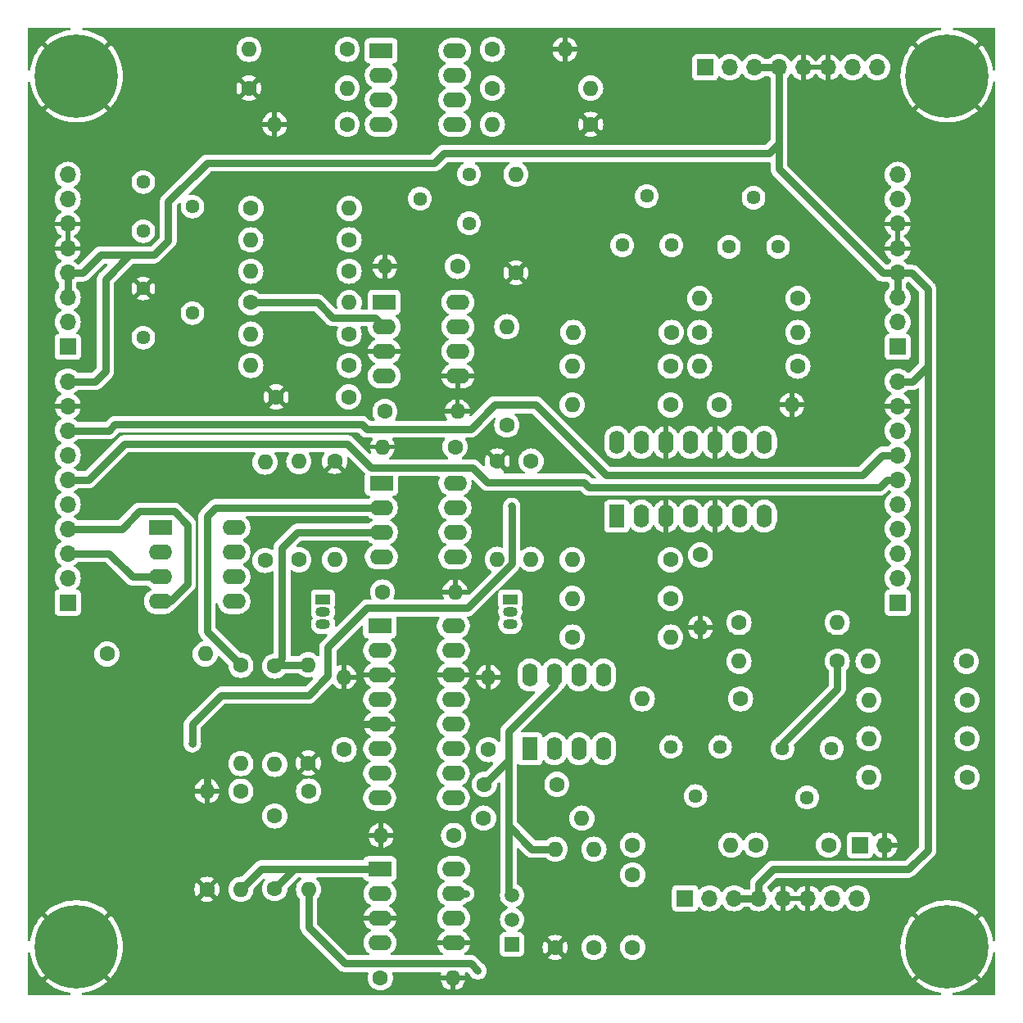
<source format=gbr>
%TF.GenerationSoftware,KiCad,Pcbnew,8.0.6*%
%TF.CreationDate,2024-12-08T11:54:58-05:00*%
%TF.ProjectId,SimpleSaw,53696d70-6c65-4536-9177-2e6b69636164,rev?*%
%TF.SameCoordinates,Original*%
%TF.FileFunction,Copper,L4,Bot*%
%TF.FilePolarity,Positive*%
%FSLAX46Y46*%
G04 Gerber Fmt 4.6, Leading zero omitted, Abs format (unit mm)*
G04 Created by KiCad (PCBNEW 8.0.6) date 2024-12-08 11:54:58*
%MOMM*%
%LPD*%
G01*
G04 APERTURE LIST*
%TA.AperFunction,ComponentPad*%
%ADD10C,1.600000*%
%TD*%
%TA.AperFunction,ComponentPad*%
%ADD11O,1.600000X1.600000*%
%TD*%
%TA.AperFunction,ComponentPad*%
%ADD12C,1.440000*%
%TD*%
%TA.AperFunction,ComponentPad*%
%ADD13R,1.700000X1.700000*%
%TD*%
%TA.AperFunction,ComponentPad*%
%ADD14O,1.700000X1.700000*%
%TD*%
%TA.AperFunction,ComponentPad*%
%ADD15C,8.600000*%
%TD*%
%TA.AperFunction,ComponentPad*%
%ADD16R,1.500000X1.500000*%
%TD*%
%TA.AperFunction,ComponentPad*%
%ADD17C,1.500000*%
%TD*%
%TA.AperFunction,ComponentPad*%
%ADD18R,2.400000X1.600000*%
%TD*%
%TA.AperFunction,ComponentPad*%
%ADD19O,2.400000X1.600000*%
%TD*%
%TA.AperFunction,ComponentPad*%
%ADD20R,1.600000X2.400000*%
%TD*%
%TA.AperFunction,ComponentPad*%
%ADD21O,1.600000X2.400000*%
%TD*%
%TA.AperFunction,ComponentPad*%
%ADD22R,1.500000X1.050000*%
%TD*%
%TA.AperFunction,ComponentPad*%
%ADD23O,1.500000X1.050000*%
%TD*%
%TA.AperFunction,ViaPad*%
%ADD24C,0.800000*%
%TD*%
%TA.AperFunction,Conductor*%
%ADD25C,0.750000*%
%TD*%
G04 APERTURE END LIST*
D10*
%TO.P,R38,1*%
%TO.N,Net-(U7C--)*%
X66500000Y-31500000D03*
D11*
%TO.P,R38,2*%
%TO.N,/SAW_OUT*%
X56340000Y-31500000D03*
%TD*%
D10*
%TO.P,C14,1*%
%TO.N,/+12V*%
X47600000Y-74635000D03*
D11*
%TO.P,C14,2*%
%TO.N,GND*%
X47600000Y-67135000D03*
%TD*%
D12*
%TO.P,RV3,1,1*%
%TO.N,Net-(R12-Pad2)*%
X45595000Y-15140000D03*
%TO.P,RV3,2,2*%
%TO.N,Net-(U4B-+)*%
X40515000Y-17680000D03*
%TO.P,RV3,3,3*%
%TO.N,/-5V_BUFF*%
X45595000Y-20220000D03*
%TD*%
D10*
%TO.P,C16,1*%
%TO.N,/+12V*%
X44000000Y-83500000D03*
D11*
%TO.P,C16,2*%
%TO.N,GND*%
X36500000Y-83500000D03*
%TD*%
D12*
%TO.P,RV4,1,1*%
%TO.N,Net-(R29-Pad1)*%
X66460000Y-74345000D03*
%TO.P,RV4,2,2*%
%TO.N,/+12V*%
X69000000Y-79425000D03*
%TO.P,RV4,3,3*%
X71540000Y-74345000D03*
%TD*%
D10*
%TO.P,R25,1*%
%TO.N,/+5V_BUFF*%
X62500000Y-84500000D03*
D11*
%TO.P,R25,2*%
%TO.N,Net-(U6--)*%
X72660000Y-84500000D03*
%TD*%
D10*
%TO.P,C12,1*%
%TO.N,/+12V*%
X48000000Y-2250000D03*
D11*
%TO.P,C12,2*%
%TO.N,GND*%
X55500000Y-2250000D03*
%TD*%
D13*
%TO.P,J3,1,Pin_1*%
%TO.N,/+12V*%
X89900000Y-33000000D03*
D14*
%TO.P,J3,2,Pin_2*%
X89900000Y-30460000D03*
%TO.P,J3,3,Pin_3*%
%TO.N,+5V*%
X89900000Y-27920000D03*
%TO.P,J3,4,Pin_4*%
X89900000Y-25380000D03*
%TO.P,J3,5,Pin_5*%
%TO.N,GND*%
X89900000Y-22840000D03*
%TO.P,J3,6,Pin_6*%
X89900000Y-20300000D03*
%TO.P,J3,7,Pin_7*%
%TO.N,/-12V*%
X89900000Y-17760000D03*
%TO.P,J3,8,Pin_8*%
X89900000Y-15220000D03*
%TD*%
D15*
%TO.P,H1,1,1*%
%TO.N,GND*%
X5000000Y-5000000D03*
%TD*%
D10*
%TO.P,R24,1*%
%TO.N,/SAW_OUT*%
X47095000Y-81720000D03*
D11*
%TO.P,R24,2*%
%TO.N,Net-(U6-+)*%
X57255000Y-81720000D03*
%TD*%
D10*
%TO.P,R17,1*%
%TO.N,Net-(Q2-B)*%
X28000000Y-55000000D03*
D11*
%TO.P,R17,2*%
%TO.N,Net-(R17-Pad2)*%
X28000000Y-44840000D03*
%TD*%
D10*
%TO.P,R11,1*%
%TO.N,Net-(C1-Pad1)*%
X33195000Y-34930000D03*
D11*
%TO.P,R11,2*%
%TO.N,Net-(U3A--)*%
X23035000Y-34930000D03*
%TD*%
D10*
%TO.P,R33,1*%
%TO.N,Net-(R33-Pad1)*%
X83660000Y-65500000D03*
D11*
%TO.P,R33,2*%
%TO.N,Net-(U7B--)*%
X73500000Y-65500000D03*
%TD*%
D16*
%TO.P,Q4,1,D*%
%TO.N,Net-(Q4-D)*%
X50035000Y-94760000D03*
D17*
%TO.P,Q4,2,S*%
%TO.N,Net-(Q4-S)*%
X50035000Y-92220000D03*
%TO.P,Q4,3,G*%
%TO.N,Net-(Q4-G)*%
X50035000Y-89680000D03*
%TD*%
D10*
%TO.P,R27,1*%
%TO.N,Net-(Q3-Pad10)*%
X22000000Y-78920000D03*
D11*
%TO.P,R27,2*%
%TO.N,Net-(C5-Pad2)*%
X22000000Y-89080000D03*
%TD*%
D10*
%TO.P,R6,1*%
%TO.N,GND*%
X22840000Y-6250000D03*
D11*
%TO.P,R6,2*%
%TO.N,/+5V_NOBUFF*%
X33000000Y-6250000D03*
%TD*%
D18*
%TO.P,U1,1*%
%TO.N,Net-(R10-Pad1)*%
X36820000Y-28380000D03*
D19*
%TO.P,U1,2,-*%
%TO.N,Net-(U1A--)*%
X36820000Y-30920000D03*
%TO.P,U1,3,+*%
%TO.N,GND*%
X36820000Y-33460000D03*
%TO.P,U1,4,V-*%
%TO.N,/-12V*%
X36820000Y-36000000D03*
%TO.P,U1,5,+*%
%TO.N,GND*%
X44440000Y-36000000D03*
%TO.P,U1,6,-*%
%TO.N,Net-(U1B--)*%
X44440000Y-33460000D03*
%TO.P,U1,7*%
%TO.N,Net-(R9-Pad2)*%
X44440000Y-30920000D03*
%TO.P,U1,8,V+*%
%TO.N,/+12V*%
X44440000Y-28380000D03*
%TD*%
D10*
%TO.P,R40,1*%
%TO.N,Net-(J6-Pin_3)*%
X97080000Y-69500000D03*
D11*
%TO.P,R40,2*%
%TO.N,Net-(R39-Pad2)*%
X86920000Y-69500000D03*
%TD*%
D10*
%TO.P,R29,1*%
%TO.N,Net-(R29-Pad1)*%
X56260000Y-63000000D03*
D11*
%TO.P,R29,2*%
%TO.N,Net-(U7A--)*%
X66420000Y-63000000D03*
%TD*%
D10*
%TO.P,R26,1*%
%TO.N,Net-(U5A--)*%
X29000000Y-78920000D03*
D11*
%TO.P,R26,2*%
%TO.N,/+5V_BUFF*%
X29000000Y-89080000D03*
%TD*%
D10*
%TO.P,R13,1*%
%TO.N,Net-(R13-Pad1)*%
X52000000Y-44805000D03*
D11*
%TO.P,R13,2*%
%TO.N,Net-(Q1-B)*%
X52000000Y-54965000D03*
%TD*%
D15*
%TO.P,H2,1,1*%
%TO.N,GND*%
X95000000Y-5000000D03*
%TD*%
D12*
%TO.P,RV5,1,1*%
%TO.N,Net-(R33-Pad1)*%
X78000000Y-74500000D03*
%TO.P,RV5,2,2*%
%TO.N,/+12V*%
X80540000Y-79580000D03*
%TO.P,RV5,3,3*%
X83080000Y-74500000D03*
%TD*%
D18*
%TO.P,U5,1*%
%TO.N,Net-(C5-Pad2)*%
X36380000Y-86960000D03*
D19*
%TO.P,U5,2,-*%
%TO.N,Net-(U5A--)*%
X36380000Y-89500000D03*
%TO.P,U5,3,+*%
%TO.N,GND*%
X36380000Y-92040000D03*
%TO.P,U5,4,V-*%
%TO.N,/-12V*%
X36380000Y-94580000D03*
%TO.P,U5,5,+*%
%TO.N,GND*%
X44000000Y-94580000D03*
%TO.P,U5,6,-*%
%TO.N,Net-(Q4-S)*%
X44000000Y-92040000D03*
%TO.P,U5,7*%
%TO.N,/SAW_OUT*%
X44000000Y-89500000D03*
%TO.P,U5,8,V+*%
%TO.N,/+12V*%
X44000000Y-86960000D03*
%TD*%
D10*
%TO.P,R5,1*%
%TO.N,/+5V_NOBUFF*%
X33000000Y-2250000D03*
D11*
%TO.P,R5,2*%
%TO.N,/+12V*%
X22840000Y-2250000D03*
%TD*%
D13*
%TO.P,J7,1,Pin_1*%
%TO.N,/+12V*%
X4110000Y-33000000D03*
D14*
%TO.P,J7,2,Pin_2*%
X4110000Y-30460000D03*
%TO.P,J7,3,Pin_3*%
%TO.N,+5V*%
X4110000Y-27920000D03*
%TO.P,J7,4,Pin_4*%
X4110000Y-25380000D03*
%TO.P,J7,5,Pin_5*%
%TO.N,GND*%
X4110000Y-22840000D03*
%TO.P,J7,6,Pin_6*%
X4110000Y-20300000D03*
%TO.P,J7,7,Pin_7*%
%TO.N,/-12V*%
X4110000Y-17760000D03*
%TO.P,J7,8,Pin_8*%
X4110000Y-15220000D03*
%TD*%
D10*
%TO.P,R3,1*%
%TO.N,Net-(R1-Pad2)*%
X33195000Y-25180000D03*
D11*
%TO.P,R3,2*%
%TO.N,Net-(U1A--)*%
X23035000Y-25180000D03*
%TD*%
D10*
%TO.P,R23,1*%
%TO.N,Net-(U4A-+)*%
X25500000Y-66000000D03*
D11*
%TO.P,R23,2*%
%TO.N,Net-(Q3-Pad10)*%
X25500000Y-76160000D03*
%TD*%
D10*
%TO.P,R12,1*%
%TO.N,GND*%
X50440000Y-25340000D03*
D11*
%TO.P,R12,2*%
%TO.N,Net-(R12-Pad2)*%
X50440000Y-15180000D03*
%TD*%
D10*
%TO.P,C1,1*%
%TO.N,Net-(C1-Pad1)*%
X33145000Y-38180000D03*
%TO.P,C1,2*%
%TO.N,GND*%
X25645000Y-38180000D03*
%TD*%
%TO.P,C5,1*%
%TO.N,Net-(U5A--)*%
X25500000Y-81500000D03*
%TO.P,C5,2*%
%TO.N,Net-(C5-Pad2)*%
X25500000Y-89000000D03*
%TD*%
%TO.P,C7,1*%
%TO.N,/-12V*%
X36895000Y-39680000D03*
D11*
%TO.P,C7,2*%
%TO.N,GND*%
X44395000Y-39680000D03*
%TD*%
D10*
%TO.P,R43,1*%
%TO.N,Net-(U7D--)*%
X66420000Y-39000000D03*
D11*
%TO.P,R43,2*%
%TO.N,Net-(R43-Pad2)*%
X56260000Y-39000000D03*
%TD*%
D10*
%TO.P,C13,1*%
%TO.N,/+12V*%
X44395000Y-24680000D03*
D11*
%TO.P,C13,2*%
%TO.N,GND*%
X36895000Y-24680000D03*
%TD*%
D13*
%TO.P,J5,1,Pin_1*%
%TO.N,/SYNC*%
X86000000Y-84500000D03*
D14*
%TO.P,J5,2,Pin_2*%
%TO.N,GND*%
X88540000Y-84500000D03*
%TD*%
D10*
%TO.P,R14,1*%
%TO.N,GND*%
X48500000Y-44805000D03*
D11*
%TO.P,R14,2*%
%TO.N,Net-(Q1-E)*%
X48500000Y-54965000D03*
%TD*%
D10*
%TO.P,R37,1*%
%TO.N,Net-(R37-Pad1)*%
X79580000Y-28000000D03*
D11*
%TO.P,R37,2*%
%TO.N,Net-(U7C--)*%
X69420000Y-28000000D03*
%TD*%
D13*
%TO.P,J2,1,Pin_1*%
%TO.N,/+12V*%
X67920000Y-90000000D03*
D14*
%TO.P,J2,2,Pin_2*%
X70460000Y-90000000D03*
%TO.P,J2,3,Pin_3*%
%TO.N,+5V*%
X73000000Y-90000000D03*
%TO.P,J2,4,Pin_4*%
X75540000Y-90000000D03*
%TO.P,J2,5,Pin_5*%
%TO.N,GND*%
X78080000Y-90000000D03*
%TO.P,J2,6,Pin_6*%
X80620000Y-90000000D03*
%TO.P,J2,7,Pin_7*%
%TO.N,/-12V*%
X83160000Y-90000000D03*
%TO.P,J2,8,Pin_8*%
X85700000Y-90000000D03*
%TD*%
D10*
%TO.P,C4,1*%
%TO.N,Net-(U6-+)*%
X54675000Y-78220000D03*
%TO.P,C4,2*%
%TO.N,Net-(Q4-G)*%
X47175000Y-78220000D03*
%TD*%
%TO.P,R22,1*%
%TO.N,Net-(Q4-D)*%
X58500000Y-95080000D03*
D11*
%TO.P,R22,2*%
%TO.N,/SAW_OUT*%
X58500000Y-84920000D03*
%TD*%
D10*
%TO.P,R41,1*%
%TO.N,Net-(R41-Pad1)*%
X79580000Y-35000000D03*
D11*
%TO.P,R41,2*%
%TO.N,Net-(U7D--)*%
X69420000Y-35000000D03*
%TD*%
D10*
%TO.P,R4,1*%
%TO.N,Net-(U1A--)*%
X23045000Y-28430000D03*
D11*
%TO.P,R4,2*%
%TO.N,Net-(R10-Pad1)*%
X33205000Y-28430000D03*
%TD*%
D10*
%TO.P,R35,1*%
%TO.N,Net-(U7B--)*%
X73500000Y-61500000D03*
D11*
%TO.P,R35,2*%
%TO.N,Net-(R35-Pad2)*%
X83660000Y-61500000D03*
%TD*%
D10*
%TO.P,C8,1*%
%TO.N,/-12V*%
X32675000Y-74635000D03*
D11*
%TO.P,C8,2*%
%TO.N,GND*%
X32675000Y-67135000D03*
%TD*%
D13*
%TO.P,J6,1,Pin_1*%
%TO.N,Net-(J6-Pin_1)*%
X89900000Y-59436000D03*
D14*
%TO.P,J6,2,Pin_2*%
%TO.N,Net-(J6-Pin_2)*%
X89900000Y-56896000D03*
%TO.P,J6,3,Pin_3*%
%TO.N,Net-(J6-Pin_3)*%
X89900000Y-54356000D03*
%TO.P,J6,4,Pin_4*%
%TO.N,Net-(J6-Pin_4)*%
X89900000Y-51816000D03*
%TO.P,J6,5,Pin_5*%
%TO.N,TRIGGER_IN*%
X89900000Y-49276000D03*
%TO.P,J6,6,Pin_6*%
X89900000Y-46736000D03*
%TO.P,J6,7,Pin_7*%
%TO.N,GATE_IN*%
X89900000Y-44196000D03*
%TO.P,J6,8,Pin_8*%
X89900000Y-41656000D03*
%TO.P,J6,9,Pin_9*%
%TO.N,GND*%
X89900000Y-39116000D03*
%TO.P,J6,10,Pin_10*%
%TO.N,+5V*%
X89900000Y-36576000D03*
%TD*%
D12*
%TO.P,RV7,1,1*%
%TO.N,Net-(R41-Pad1)*%
X77540000Y-22655000D03*
%TO.P,RV7,2,2*%
%TO.N,/+12V*%
X75000000Y-17575000D03*
%TO.P,RV7,3,3*%
X72460000Y-22655000D03*
%TD*%
D13*
%TO.P,J4,1,Pin_1*%
%TO.N,/CV1*%
X4110000Y-59436000D03*
D14*
%TO.P,J4,2,Pin_2*%
%TO.N,/CV2*%
X4110000Y-56896000D03*
%TO.P,J4,3,Pin_3*%
%TO.N,/CV3*%
X4110000Y-54356000D03*
%TO.P,J4,4,Pin_4*%
%TO.N,/CV4*%
X4110000Y-51816000D03*
%TO.P,J4,5,Pin_5*%
%TO.N,TRIGGER_IN*%
X4110000Y-49276000D03*
%TO.P,J4,6,Pin_6*%
X4110000Y-46736000D03*
%TO.P,J4,7,Pin_7*%
%TO.N,GATE_IN*%
X4110000Y-44196000D03*
%TO.P,J4,8,Pin_8*%
X4110000Y-41656000D03*
%TO.P,J4,9,Pin_9*%
%TO.N,GND*%
X4110000Y-39116000D03*
%TO.P,J4,10,Pin_10*%
%TO.N,+5V*%
X4110000Y-36576000D03*
%TD*%
D10*
%TO.P,R39,1*%
%TO.N,Net-(U7C--)*%
X69420000Y-31500000D03*
D11*
%TO.P,R39,2*%
%TO.N,Net-(R39-Pad2)*%
X79580000Y-31500000D03*
%TD*%
D10*
%TO.P,R36,1*%
%TO.N,Net-(J6-Pin_2)*%
X97080000Y-73500000D03*
D11*
%TO.P,R36,2*%
%TO.N,Net-(R35-Pad2)*%
X86920000Y-73500000D03*
%TD*%
D10*
%TO.P,C9,1*%
%TO.N,/-12V*%
X36645000Y-58335000D03*
D11*
%TO.P,C9,2*%
%TO.N,GND*%
X44145000Y-58335000D03*
%TD*%
D10*
%TO.P,C3,1*%
%TO.N,/SYNC*%
X82750000Y-84500000D03*
%TO.P,C3,2*%
%TO.N,Net-(U6--)*%
X75250000Y-84500000D03*
%TD*%
D18*
%TO.P,U3,1*%
%TO.N,Net-(Q2-C)*%
X36350000Y-61845000D03*
D19*
%TO.P,U3,2,DIODE_BIAS*%
%TO.N,unconnected-(U3C-DIODE_BIAS-Pad2)*%
X36350000Y-64385000D03*
%TO.P,U3,3,+*%
%TO.N,GND*%
X36350000Y-66925000D03*
%TO.P,U3,4,-*%
%TO.N,Net-(U3A--)*%
X36350000Y-69465000D03*
%TO.P,U3,5*%
%TO.N,GND*%
X36350000Y-72005000D03*
%TO.P,U3,6,V-*%
%TO.N,/-12V*%
X36350000Y-74545000D03*
%TO.P,U3,7*%
%TO.N,N/C*%
X36350000Y-77085000D03*
%TO.P,U3,8*%
X36350000Y-79625000D03*
%TO.P,U3,9*%
X43970000Y-79625000D03*
%TO.P,U3,10*%
X43970000Y-77085000D03*
%TO.P,U3,11,V+*%
%TO.N,/+12V*%
X43970000Y-74545000D03*
%TO.P,U3,12*%
%TO.N,Net-(U3A--)*%
X43970000Y-72005000D03*
%TO.P,U3,13,-*%
X43970000Y-69465000D03*
%TO.P,U3,14,+*%
%TO.N,GND*%
X43970000Y-66925000D03*
%TO.P,U3,15,DIODE_BIAS*%
%TO.N,unconnected-(U3A-DIODE_BIAS-Pad15)*%
X43970000Y-64385000D03*
%TO.P,U3,16*%
%TO.N,Net-(Q1-C)*%
X43970000Y-61845000D03*
%TD*%
D10*
%TO.P,R7,1*%
%TO.N,/-5V_NOBUFF*%
X48000000Y-6250000D03*
D11*
%TO.P,R7,2*%
%TO.N,/-12V*%
X58160000Y-6250000D03*
%TD*%
D10*
%TO.P,C6,1*%
%TO.N,/-12V*%
X33000000Y-10000000D03*
D11*
%TO.P,C6,2*%
%TO.N,GND*%
X25500000Y-10000000D03*
%TD*%
D10*
%TO.P,R42,1*%
%TO.N,Net-(U7D--)*%
X66420000Y-35000000D03*
D11*
%TO.P,R42,2*%
%TO.N,/SAW_OUT*%
X56260000Y-35000000D03*
%TD*%
D10*
%TO.P,C2,1*%
%TO.N,Net-(Q4-S)*%
X62500000Y-87580000D03*
%TO.P,C2,2*%
%TO.N,Net-(Q4-D)*%
X62500000Y-95080000D03*
%TD*%
%TO.P,R15,1*%
%TO.N,GND*%
X31705000Y-44840000D03*
D11*
%TO.P,R15,2*%
%TO.N,Net-(Q2-E)*%
X31705000Y-55000000D03*
%TD*%
D18*
%TO.P,U2,1*%
%TO.N,/+5V_BUFF*%
X36500000Y-2380000D03*
D19*
%TO.P,U2,2,-*%
X36500000Y-4920000D03*
%TO.P,U2,3,+*%
%TO.N,/+5V_NOBUFF*%
X36500000Y-7460000D03*
%TO.P,U2,4,V-*%
%TO.N,/-12V*%
X36500000Y-10000000D03*
%TO.P,U2,5,+*%
%TO.N,/-5V_NOBUFF*%
X44120000Y-10000000D03*
%TO.P,U2,6,-*%
%TO.N,/-5V_BUFF*%
X44120000Y-7460000D03*
%TO.P,U2,7*%
X44120000Y-4920000D03*
%TO.P,U2,8,V+*%
%TO.N,/+12V*%
X44120000Y-2380000D03*
%TD*%
D20*
%TO.P,U6,1,GND*%
%TO.N,/-12V*%
X51875000Y-74545000D03*
D21*
%TO.P,U6,2,+*%
%TO.N,Net-(U6-+)*%
X54415000Y-74545000D03*
%TO.P,U6,3,-*%
%TO.N,Net-(U6--)*%
X56955000Y-74545000D03*
%TO.P,U6,4,V-*%
%TO.N,/-12V*%
X59495000Y-74545000D03*
%TO.P,U6,5,BAL*%
%TO.N,/+12V*%
X59495000Y-66925000D03*
%TO.P,U6,6,STRB*%
X56955000Y-66925000D03*
%TO.P,U6,7*%
%TO.N,Net-(Q4-G)*%
X54415000Y-66925000D03*
%TO.P,U6,8,V+*%
%TO.N,/+12V*%
X51875000Y-66925000D03*
%TD*%
D10*
%TO.P,R44,1*%
%TO.N,Net-(J6-Pin_4)*%
X97000000Y-65500000D03*
D11*
%TO.P,R44,2*%
%TO.N,Net-(R43-Pad2)*%
X86840000Y-65500000D03*
%TD*%
D10*
%TO.P,R31,1*%
%TO.N,Net-(J6-Pin_1)*%
X97080000Y-77500000D03*
D11*
%TO.P,R31,2*%
%TO.N,Net-(R30-Pad2)*%
X86920000Y-77500000D03*
%TD*%
D12*
%TO.P,RV1,1,1*%
%TO.N,/+5V_BUFF*%
X11920000Y-21040000D03*
%TO.P,RV1,2,2*%
%TO.N,Net-(R1-Pad1)*%
X17000000Y-18500000D03*
%TO.P,RV1,3,3*%
%TO.N,/-5V_BUFF*%
X11920000Y-15960000D03*
%TD*%
D22*
%TO.P,Q2,1,E*%
%TO.N,Net-(Q2-E)*%
X30490000Y-59115000D03*
D23*
%TO.P,Q2,2,B*%
%TO.N,Net-(Q2-B)*%
X30490000Y-60385000D03*
%TO.P,Q2,3,C*%
%TO.N,Net-(Q2-C)*%
X30490000Y-61655000D03*
%TD*%
D15*
%TO.P,H4,1,1*%
%TO.N,GND*%
X95000000Y-95000000D03*
%TD*%
D10*
%TO.P,C11,1*%
%TO.N,/-12V*%
X71460000Y-39000000D03*
D11*
%TO.P,C11,2*%
%TO.N,GND*%
X78960000Y-39000000D03*
%TD*%
D10*
%TO.P,R2,1*%
%TO.N,Net-(R1-Pad2)*%
X33195000Y-21930000D03*
D11*
%TO.P,R2,2*%
%TO.N,Net-(R2-Pad2)*%
X23035000Y-21930000D03*
%TD*%
D10*
%TO.P,R28,1*%
%TO.N,GND*%
X54500000Y-95080000D03*
D11*
%TO.P,R28,2*%
%TO.N,Net-(Q4-G)*%
X54500000Y-84920000D03*
%TD*%
D22*
%TO.P,Q1,1,E*%
%TO.N,Net-(Q1-E)*%
X49850000Y-59115000D03*
D23*
%TO.P,Q1,2,B*%
%TO.N,Net-(Q1-B)*%
X49850000Y-60385000D03*
%TO.P,Q1,3,C*%
%TO.N,Net-(Q1-C)*%
X49850000Y-61655000D03*
%TD*%
D18*
%TO.P,U4,1*%
%TO.N,Net-(R17-Pad2)*%
X36525000Y-47085000D03*
D19*
%TO.P,U4,2,-*%
%TO.N,Net-(U4A--)*%
X36525000Y-49625000D03*
%TO.P,U4,3,+*%
%TO.N,Net-(U4A-+)*%
X36525000Y-52165000D03*
%TO.P,U4,4,V-*%
%TO.N,/-12V*%
X36525000Y-54705000D03*
%TO.P,U4,5,+*%
%TO.N,Net-(U4B-+)*%
X44145000Y-54705000D03*
%TO.P,U4,6,-*%
%TO.N,Net-(Q1-E)*%
X44145000Y-52165000D03*
%TO.P,U4,7*%
%TO.N,Net-(R13-Pad1)*%
X44145000Y-49625000D03*
%TO.P,U4,8,V+*%
%TO.N,/+12V*%
X44145000Y-47085000D03*
%TD*%
D12*
%TO.P,RV2,1,1*%
%TO.N,Net-(R9-Pad2)*%
X11920000Y-32040000D03*
%TO.P,RV2,2,2*%
%TO.N,Net-(R2-Pad2)*%
X17000000Y-29500000D03*
%TO.P,RV2,3,3*%
%TO.N,GND*%
X11920000Y-26960000D03*
%TD*%
D10*
%TO.P,R34,1*%
%TO.N,Net-(U7B--)*%
X73660000Y-69380000D03*
D11*
%TO.P,R34,2*%
%TO.N,/SAW_OUT*%
X63500000Y-69380000D03*
%TD*%
D10*
%TO.P,R32,1*%
%TO.N,Net-(U7A--)*%
X66420000Y-59000000D03*
D11*
%TO.P,R32,2*%
%TO.N,/SAW_OUT*%
X56260000Y-59000000D03*
%TD*%
D10*
%TO.P,C10,1*%
%TO.N,/-12V*%
X36425000Y-98220000D03*
D11*
%TO.P,C10,2*%
%TO.N,GND*%
X43925000Y-98220000D03*
%TD*%
D18*
%TO.P,SW1,1*%
%TO.N,/CV1*%
X13675000Y-51700000D03*
D19*
%TO.P,SW1,2*%
%TO.N,/CV2*%
X13675000Y-54240000D03*
%TO.P,SW1,3*%
%TO.N,/CV3*%
X13675000Y-56780000D03*
%TO.P,SW1,4*%
%TO.N,/CV4*%
X13675000Y-59320000D03*
%TO.P,SW1,5*%
%TO.N,Net-(R1-Pad2)*%
X21295000Y-59320000D03*
%TO.P,SW1,6*%
X21295000Y-56780000D03*
%TO.P,SW1,7*%
X21295000Y-54240000D03*
%TO.P,SW1,8*%
X21295000Y-51700000D03*
%TD*%
D10*
%TO.P,R16,1*%
%TO.N,GND*%
X18500000Y-89080000D03*
D11*
%TO.P,R16,2*%
X18500000Y-78920000D03*
%TD*%
D20*
%TO.P,U7,1*%
%TO.N,Net-(R30-Pad2)*%
X60875000Y-50500000D03*
D21*
%TO.P,U7,2,-*%
%TO.N,Net-(U7A--)*%
X63415000Y-50500000D03*
%TO.P,U7,3,+*%
%TO.N,GND*%
X65955000Y-50500000D03*
%TO.P,U7,4,V+*%
%TO.N,/+12V*%
X68495000Y-50500000D03*
%TO.P,U7,5,+*%
%TO.N,GND*%
X71035000Y-50500000D03*
%TO.P,U7,6,-*%
%TO.N,Net-(U7B--)*%
X73575000Y-50500000D03*
%TO.P,U7,7*%
%TO.N,Net-(R35-Pad2)*%
X76115000Y-50500000D03*
%TO.P,U7,8*%
%TO.N,Net-(R39-Pad2)*%
X76115000Y-42880000D03*
%TO.P,U7,9,-*%
%TO.N,Net-(U7C--)*%
X73575000Y-42880000D03*
%TO.P,U7,10,+*%
%TO.N,GND*%
X71035000Y-42880000D03*
%TO.P,U7,11,V-*%
%TO.N,/-12V*%
X68495000Y-42880000D03*
%TO.P,U7,12,+*%
%TO.N,GND*%
X65955000Y-42880000D03*
%TO.P,U7,13,-*%
%TO.N,Net-(U7D--)*%
X63415000Y-42880000D03*
%TO.P,U7,14*%
%TO.N,Net-(R43-Pad2)*%
X60875000Y-42880000D03*
%TD*%
D15*
%TO.P,H3,1,1*%
%TO.N,GND*%
X5000000Y-95000000D03*
%TD*%
D12*
%TO.P,RV6,1,1*%
%TO.N,Net-(R37-Pad1)*%
X66500000Y-22500000D03*
%TO.P,RV6,2,2*%
%TO.N,/+12V*%
X63960000Y-17420000D03*
%TO.P,RV6,3,3*%
X61420000Y-22500000D03*
%TD*%
D10*
%TO.P,C15,1*%
%TO.N,/+12V*%
X44145000Y-43335000D03*
D11*
%TO.P,C15,2*%
%TO.N,GND*%
X36645000Y-43335000D03*
%TD*%
D10*
%TO.P,R9,1*%
%TO.N,Net-(U1B--)*%
X49500000Y-41080000D03*
D11*
%TO.P,R9,2*%
%TO.N,Net-(R9-Pad2)*%
X49500000Y-30920000D03*
%TD*%
D10*
%TO.P,R21,1*%
%TO.N,GND*%
X28970000Y-76025000D03*
D11*
%TO.P,R21,2*%
%TO.N,Net-(U4A-+)*%
X28970000Y-65865000D03*
%TD*%
D10*
%TO.P,R8,1*%
%TO.N,GND*%
X58160000Y-10000000D03*
D11*
%TO.P,R8,2*%
%TO.N,/-5V_NOBUFF*%
X48000000Y-10000000D03*
%TD*%
D10*
%TO.P,R10,1*%
%TO.N,Net-(R10-Pad1)*%
X33195000Y-31680000D03*
D11*
%TO.P,R10,2*%
%TO.N,Net-(U3A--)*%
X23035000Y-31680000D03*
%TD*%
D10*
%TO.P,R1,1*%
%TO.N,Net-(R1-Pad1)*%
X23045000Y-18680000D03*
D11*
%TO.P,R1,2*%
%TO.N,Net-(R1-Pad2)*%
X33205000Y-18680000D03*
%TD*%
D10*
%TO.P,R19,1*%
%TO.N,Net-(Q3-Pad14)*%
X8170000Y-64750000D03*
D11*
%TO.P,R19,2*%
%TO.N,/+5V_BUFF*%
X18330000Y-64750000D03*
%TD*%
D10*
%TO.P,R18,1*%
%TO.N,Net-(Q2-E)*%
X24500000Y-55080000D03*
D11*
%TO.P,R18,2*%
%TO.N,Net-(U4A--)*%
X24500000Y-44920000D03*
%TD*%
D10*
%TO.P,R30,1*%
%TO.N,Net-(U7A--)*%
X66420000Y-55000000D03*
D11*
%TO.P,R30,2*%
%TO.N,Net-(R30-Pad2)*%
X56260000Y-55000000D03*
%TD*%
D13*
%TO.P,J1,1,Pin_1*%
%TO.N,/+12V*%
X70000000Y-4110000D03*
D14*
%TO.P,J1,2,Pin_2*%
X72540000Y-4110000D03*
%TO.P,J1,3,Pin_3*%
%TO.N,+5V*%
X75080000Y-4110000D03*
%TO.P,J1,4,Pin_4*%
X77620000Y-4110000D03*
%TO.P,J1,5,Pin_5*%
%TO.N,GND*%
X80160000Y-4110000D03*
%TO.P,J1,6,Pin_6*%
X82700000Y-4110000D03*
%TO.P,J1,7,Pin_7*%
%TO.N,/-12V*%
X85240000Y-4110000D03*
%TO.P,J1,8,Pin_8*%
X87780000Y-4110000D03*
%TD*%
D10*
%TO.P,C17,1*%
%TO.N,/+12V*%
X69500000Y-54500000D03*
D11*
%TO.P,C17,2*%
%TO.N,GND*%
X69500000Y-62000000D03*
%TD*%
D10*
%TO.P,R20,1*%
%TO.N,Net-(U4A--)*%
X22000000Y-65920000D03*
D11*
%TO.P,R20,2*%
%TO.N,Net-(Q3-Pad12)*%
X22000000Y-76080000D03*
%TD*%
D24*
%TO.N,GND*%
X18500000Y-75750000D03*
X56000000Y-45000000D03*
X22000000Y-73500000D03*
X54000000Y-63000000D03*
X25500000Y-79000000D03*
%TO.N,Net-(U1B--)*%
X50000000Y-49500000D03*
X16987347Y-74012653D03*
%TO.N,/+5V_BUFF*%
X46500000Y-97500000D03*
%TD*%
D25*
%TO.N,GND*%
X18500000Y-75750000D02*
X18500000Y-74000000D01*
X18500000Y-74000000D02*
X20495000Y-72005000D01*
X20495000Y-72005000D02*
X36350000Y-72005000D01*
X18500000Y-75750000D02*
X18500000Y-78920000D01*
%TO.N,Net-(Q4-G)*%
X52095000Y-84920000D02*
X54500000Y-84920000D01*
X54415000Y-67980000D02*
X49675000Y-72720000D01*
X49675000Y-72720000D02*
X49675000Y-75720000D01*
X49675000Y-89320000D02*
X50035000Y-89680000D01*
X54415000Y-66925000D02*
X54415000Y-67980000D01*
X49675000Y-75720000D02*
X49675000Y-82500000D01*
X49675000Y-82500000D02*
X49675000Y-89320000D01*
X49675000Y-82500000D02*
X52095000Y-84920000D01*
X49675000Y-75720000D02*
X47175000Y-78220000D01*
%TO.N,Net-(C5-Pad2)*%
X28000000Y-86960000D02*
X24120000Y-86960000D01*
X36380000Y-86960000D02*
X28000000Y-86960000D01*
X25500000Y-89000000D02*
X27540000Y-86960000D01*
X24120000Y-86960000D02*
X22000000Y-89080000D01*
X27540000Y-86960000D02*
X28000000Y-86960000D01*
%TO.N,+5V*%
X89900000Y-25380000D02*
X91380000Y-25380000D01*
X8000000Y-35500000D02*
X6924000Y-36576000D01*
X18500000Y-14000000D02*
X42000000Y-14000000D01*
X42000000Y-14000000D02*
X43000000Y-13000000D01*
X10500000Y-23500000D02*
X8000000Y-26000000D01*
X91380000Y-25380000D02*
X93000000Y-27000000D01*
X13000000Y-23500000D02*
X14500000Y-22000000D01*
X93000000Y-85000000D02*
X91000000Y-87000000D01*
X77620000Y-12000000D02*
X77620000Y-14620000D01*
X4110000Y-27920000D02*
X4110000Y-25380000D01*
X93000000Y-27000000D02*
X93000000Y-35000000D01*
X43000000Y-13000000D02*
X76620000Y-13000000D01*
X77620000Y-4110000D02*
X77620000Y-12000000D01*
X88380000Y-25380000D02*
X89900000Y-25380000D01*
X77000000Y-87000000D02*
X75540000Y-88460000D01*
X14500000Y-22000000D02*
X14500000Y-18000000D01*
X75540000Y-88460000D02*
X75540000Y-90000000D01*
X93000000Y-35000000D02*
X93000000Y-85000000D01*
X14500000Y-18000000D02*
X18500000Y-14000000D01*
X75540000Y-90000000D02*
X73000000Y-90000000D01*
X75080000Y-4110000D02*
X77620000Y-4110000D01*
X8000000Y-26000000D02*
X8000000Y-35500000D01*
X5620000Y-25380000D02*
X7500000Y-23500000D01*
X93000000Y-35000000D02*
X91424000Y-36576000D01*
X4110000Y-25380000D02*
X5620000Y-25380000D01*
X7500000Y-23500000D02*
X10500000Y-23500000D01*
X77620000Y-14620000D02*
X88380000Y-25380000D01*
X6924000Y-36576000D02*
X4110000Y-36576000D01*
X76620000Y-13000000D02*
X77620000Y-12000000D01*
X89900000Y-25380000D02*
X89900000Y-27920000D01*
X91000000Y-87000000D02*
X77000000Y-87000000D01*
X91424000Y-36576000D02*
X89900000Y-36576000D01*
X10500000Y-23500000D02*
X13000000Y-23500000D01*
%TO.N,/CV3*%
X4110000Y-54356000D02*
X8356000Y-54356000D01*
X10780000Y-56780000D02*
X13675000Y-56780000D01*
X8356000Y-54356000D02*
X10780000Y-56780000D01*
%TO.N,/CV4*%
X9684000Y-51816000D02*
X11500000Y-50000000D01*
X4110000Y-51816000D02*
X9684000Y-51816000D01*
X16500000Y-51375000D02*
X16500000Y-57500000D01*
X15125000Y-50000000D02*
X16500000Y-51375000D01*
X16500000Y-57500000D02*
X14680000Y-59320000D01*
X11500000Y-50000000D02*
X15125000Y-50000000D01*
X14680000Y-59320000D02*
X13675000Y-59320000D01*
%TO.N,TRIGGER_IN*%
X58000000Y-47500000D02*
X57500000Y-47000000D01*
X6264000Y-46736000D02*
X4110000Y-46736000D01*
X35500000Y-45500000D02*
X33000000Y-43000000D01*
X89900000Y-46736000D02*
X88764000Y-46736000D01*
X33000000Y-43000000D02*
X10000000Y-43000000D01*
X47500000Y-47000000D02*
X46000000Y-45500000D01*
X88000000Y-47500000D02*
X58000000Y-47500000D01*
X10000000Y-43000000D02*
X6264000Y-46736000D01*
X46000000Y-45500000D02*
X35500000Y-45500000D01*
X88764000Y-46736000D02*
X88000000Y-47500000D01*
X57500000Y-47000000D02*
X47500000Y-47000000D01*
%TO.N,GATE_IN*%
X48250000Y-39000000D02*
X52500000Y-39000000D01*
X86250000Y-46250000D02*
X88304000Y-44196000D01*
X59750000Y-46250000D02*
X86250000Y-46250000D01*
X4110000Y-41656000D02*
X8344000Y-41656000D01*
X34500000Y-41000000D02*
X35000000Y-41500000D01*
X9000000Y-41000000D02*
X34500000Y-41000000D01*
X45750000Y-41500000D02*
X48250000Y-39000000D01*
X8344000Y-41656000D02*
X9000000Y-41000000D01*
X88304000Y-44196000D02*
X89900000Y-44196000D01*
X52500000Y-39000000D02*
X59750000Y-46250000D01*
X35000000Y-41500000D02*
X45750000Y-41500000D01*
%TO.N,Net-(U1B--)*%
X16987347Y-72012653D02*
X16987347Y-74012653D01*
X45409544Y-60000000D02*
X35045000Y-60000000D01*
X29000000Y-69000000D02*
X20000000Y-69000000D01*
X50000000Y-49500000D02*
X50000000Y-55409544D01*
X31000000Y-67000000D02*
X29000000Y-69000000D01*
X50000000Y-55409544D02*
X45409544Y-60000000D01*
X31000000Y-64045000D02*
X31000000Y-67000000D01*
X20000000Y-69000000D02*
X16987347Y-72012653D01*
X35045000Y-60000000D02*
X31000000Y-64045000D01*
%TO.N,Net-(R1-Pad2)*%
X33205000Y-21920000D02*
X33195000Y-21930000D01*
%TO.N,Net-(U1A--)*%
X29930000Y-28430000D02*
X31500000Y-30000000D01*
X23045000Y-28430000D02*
X29930000Y-28430000D01*
X35900000Y-30000000D02*
X36820000Y-30920000D01*
X31500000Y-30000000D02*
X35900000Y-30000000D01*
%TO.N,Net-(U4A--)*%
X19375000Y-49625000D02*
X36525000Y-49625000D01*
X22000000Y-65920000D02*
X18500000Y-62420000D01*
X18500000Y-62420000D02*
X18500000Y-50500000D01*
X18500000Y-50500000D02*
X19375000Y-49625000D01*
%TO.N,/+5V_BUFF*%
X29000000Y-93000000D02*
X29000000Y-89080000D01*
X46500000Y-97500000D02*
X45750000Y-96750000D01*
X45750000Y-96750000D02*
X32750000Y-96750000D01*
X32750000Y-96750000D02*
X29000000Y-93000000D01*
%TO.N,Net-(U4A-+)*%
X26250000Y-65250000D02*
X25500000Y-66000000D01*
X25635000Y-65865000D02*
X25500000Y-66000000D01*
X27835000Y-52165000D02*
X26250000Y-53750000D01*
X28970000Y-65865000D02*
X25635000Y-65865000D01*
X36525000Y-52165000D02*
X27835000Y-52165000D01*
X26250000Y-53750000D02*
X26250000Y-65250000D01*
%TO.N,/SAW_OUT*%
X45250000Y-89500000D02*
X44000000Y-89500000D01*
%TO.N,/-5V_BUFF*%
X44120000Y-7460000D02*
X43290000Y-7460000D01*
X44120000Y-7460000D02*
X43790000Y-7460000D01*
%TO.N,Net-(R33-Pad1)*%
X83660000Y-68340000D02*
X83660000Y-65500000D01*
X78000000Y-74000000D02*
X83660000Y-68340000D01*
X78000000Y-74500000D02*
X78000000Y-74000000D01*
%TD*%
%TA.AperFunction,Conductor*%
%TO.N,GND*%
G36*
X205203Y-95592617D02*
G01*
X242977Y-95651395D01*
X246878Y-95669685D01*
X272378Y-95857938D01*
X368313Y-96278258D01*
X501542Y-96688296D01*
X501545Y-96688304D01*
X670985Y-97084730D01*
X670989Y-97084738D01*
X875294Y-97464399D01*
X1112799Y-97824207D01*
X1112800Y-97824208D01*
X1381608Y-98161282D01*
X1432223Y-98214221D01*
X3313097Y-96333347D01*
X3380076Y-96420635D01*
X3579365Y-96619924D01*
X3666651Y-96686901D01*
X1786877Y-98566675D01*
X2004227Y-98756569D01*
X2004244Y-98756582D01*
X2353024Y-99009986D01*
X2723140Y-99231120D01*
X2723146Y-99231123D01*
X3111569Y-99418178D01*
X3111583Y-99418184D01*
X3515209Y-99569667D01*
X3515234Y-99569675D01*
X3930816Y-99684369D01*
X4314473Y-99753993D01*
X4376920Y-99785331D01*
X4412511Y-99845457D01*
X4409946Y-99915279D01*
X4370040Y-99972631D01*
X4305461Y-99999303D01*
X4292332Y-100000000D01*
X124000Y-100000000D01*
X56961Y-99980315D01*
X11206Y-99927511D01*
X0Y-99876000D01*
X0Y-95686330D01*
X19685Y-95619291D01*
X72489Y-95573536D01*
X141647Y-95563592D01*
X205203Y-95592617D01*
G37*
%TD.AperFunction*%
%TA.AperFunction,Conductor*%
G36*
X34654924Y-87855185D02*
G01*
X34700679Y-87907989D01*
X34704067Y-87916167D01*
X34736202Y-88002328D01*
X34736206Y-88002335D01*
X34822452Y-88117544D01*
X34822455Y-88117547D01*
X34937664Y-88203793D01*
X34937671Y-88203797D01*
X34982618Y-88220561D01*
X35072517Y-88254091D01*
X35109441Y-88258060D01*
X35173989Y-88284796D01*
X35213838Y-88342188D01*
X35216333Y-88412013D01*
X35180681Y-88472102D01*
X35169071Y-88481666D01*
X35132784Y-88508030D01*
X34988028Y-88652786D01*
X34867715Y-88818386D01*
X34774781Y-89000776D01*
X34711522Y-89195465D01*
X34679500Y-89397648D01*
X34679500Y-89602351D01*
X34711522Y-89804534D01*
X34774781Y-89999223D01*
X34815963Y-90080045D01*
X34866914Y-90180042D01*
X34867715Y-90181613D01*
X34988028Y-90347213D01*
X35132786Y-90491971D01*
X35287749Y-90604556D01*
X35298390Y-90612287D01*
X35370424Y-90648990D01*
X35391629Y-90659795D01*
X35442425Y-90707770D01*
X35459220Y-90775591D01*
X35436682Y-90841726D01*
X35391629Y-90880765D01*
X35298650Y-90928140D01*
X35133105Y-91048417D01*
X35133104Y-91048417D01*
X34988417Y-91193104D01*
X34988417Y-91193105D01*
X34868140Y-91358650D01*
X34775244Y-91540970D01*
X34712009Y-91735586D01*
X34703391Y-91790000D01*
X36064314Y-91790000D01*
X36059920Y-91794394D01*
X36007259Y-91885606D01*
X35980000Y-91987339D01*
X35980000Y-92092661D01*
X36007259Y-92194394D01*
X36059920Y-92285606D01*
X36064314Y-92290000D01*
X34703391Y-92290000D01*
X34712009Y-92344413D01*
X34775244Y-92539029D01*
X34868140Y-92721349D01*
X34988417Y-92886894D01*
X34988417Y-92886895D01*
X35133104Y-93031582D01*
X35298652Y-93151861D01*
X35391628Y-93199234D01*
X35442425Y-93247208D01*
X35459220Y-93315029D01*
X35436683Y-93381164D01*
X35391630Y-93420203D01*
X35298388Y-93467713D01*
X35132786Y-93588028D01*
X34988028Y-93732786D01*
X34867715Y-93898386D01*
X34774781Y-94080776D01*
X34711522Y-94275465D01*
X34679500Y-94477648D01*
X34679500Y-94682351D01*
X34711522Y-94884534D01*
X34774781Y-95079223D01*
X34867715Y-95261613D01*
X34988028Y-95427213D01*
X34988034Y-95427219D01*
X35132781Y-95571966D01*
X35195430Y-95617483D01*
X35240436Y-95650181D01*
X35283102Y-95705511D01*
X35289081Y-95775125D01*
X35256476Y-95836920D01*
X35195637Y-95871277D01*
X35167551Y-95874500D01*
X33164006Y-95874500D01*
X33096967Y-95854815D01*
X33076325Y-95838181D01*
X29911819Y-92673675D01*
X29878334Y-92612352D01*
X29875500Y-92585994D01*
X29875500Y-90095048D01*
X29895185Y-90028009D01*
X29911814Y-90007371D01*
X30000047Y-89919139D01*
X30130568Y-89732734D01*
X30226739Y-89526496D01*
X30285635Y-89306692D01*
X30305468Y-89080000D01*
X30285635Y-88853308D01*
X30226739Y-88633504D01*
X30130568Y-88427266D01*
X30000047Y-88240861D01*
X30000045Y-88240858D01*
X29839140Y-88079953D01*
X29812179Y-88061075D01*
X29768554Y-88006498D01*
X29761360Y-87937000D01*
X29792883Y-87874645D01*
X29853113Y-87839231D01*
X29883302Y-87835500D01*
X34587885Y-87835500D01*
X34654924Y-87855185D01*
G37*
%TD.AperFunction*%
%TA.AperFunction,Conductor*%
G36*
X80154075Y-89807007D02*
G01*
X80120000Y-89934174D01*
X80120000Y-90065826D01*
X80154075Y-90192993D01*
X80186988Y-90250000D01*
X78513012Y-90250000D01*
X78545925Y-90192993D01*
X78580000Y-90065826D01*
X78580000Y-89934174D01*
X78545925Y-89807007D01*
X78513012Y-89750000D01*
X80186988Y-89750000D01*
X80154075Y-89807007D01*
G37*
%TD.AperFunction*%
%TA.AperFunction,Conductor*%
G36*
X52153033Y-39895185D02*
G01*
X52173675Y-39911819D01*
X58674675Y-46412819D01*
X58708160Y-46474142D01*
X58703176Y-46543834D01*
X58661304Y-46599767D01*
X58595840Y-46624184D01*
X58586994Y-46624500D01*
X58414006Y-46624500D01*
X58346967Y-46604815D01*
X58326325Y-46588181D01*
X58058102Y-46319957D01*
X58058098Y-46319954D01*
X57914711Y-46224145D01*
X57914698Y-46224138D01*
X57755378Y-46158146D01*
X57755366Y-46158143D01*
X57586232Y-46124500D01*
X57586229Y-46124500D01*
X52776189Y-46124500D01*
X52709150Y-46104815D01*
X52663395Y-46052011D01*
X52653451Y-45982853D01*
X52682476Y-45919297D01*
X52705066Y-45898925D01*
X52711893Y-45894145D01*
X52839139Y-45805047D01*
X53000047Y-45644139D01*
X53130568Y-45457734D01*
X53226739Y-45251496D01*
X53285635Y-45031692D01*
X53305468Y-44805000D01*
X53285635Y-44578308D01*
X53226739Y-44358504D01*
X53130568Y-44152266D01*
X53000047Y-43965861D01*
X53000045Y-43965858D01*
X52839141Y-43804954D01*
X52652734Y-43674432D01*
X52652732Y-43674431D01*
X52446497Y-43578261D01*
X52446488Y-43578258D01*
X52226697Y-43519366D01*
X52226693Y-43519365D01*
X52226692Y-43519365D01*
X52226691Y-43519364D01*
X52226686Y-43519364D01*
X52000002Y-43499532D01*
X51999998Y-43499532D01*
X51773313Y-43519364D01*
X51773302Y-43519366D01*
X51553511Y-43578258D01*
X51553502Y-43578261D01*
X51347267Y-43674431D01*
X51347265Y-43674432D01*
X51160858Y-43804954D01*
X50999954Y-43965858D01*
X50869432Y-44152265D01*
X50869431Y-44152267D01*
X50773261Y-44358502D01*
X50773258Y-44358511D01*
X50714366Y-44578302D01*
X50714364Y-44578313D01*
X50694532Y-44804998D01*
X50694532Y-44805001D01*
X50714364Y-45031686D01*
X50714366Y-45031697D01*
X50773258Y-45251488D01*
X50773261Y-45251497D01*
X50869431Y-45457732D01*
X50869432Y-45457734D01*
X50999954Y-45644141D01*
X51160858Y-45805045D01*
X51160861Y-45805047D01*
X51288104Y-45894143D01*
X51294934Y-45898925D01*
X51338559Y-45953501D01*
X51345753Y-46023000D01*
X51314231Y-46085355D01*
X51254001Y-46120769D01*
X51223811Y-46124500D01*
X49275316Y-46124500D01*
X49208277Y-46104815D01*
X49162522Y-46052011D01*
X49152578Y-45982853D01*
X49181603Y-45919297D01*
X49204191Y-45898926D01*
X49225471Y-45884024D01*
X48546447Y-45205000D01*
X48552661Y-45205000D01*
X48654394Y-45177741D01*
X48745606Y-45125080D01*
X48820080Y-45050606D01*
X48872741Y-44959394D01*
X48900000Y-44857661D01*
X48900000Y-44851447D01*
X49579024Y-45530471D01*
X49630136Y-45457478D01*
X49726264Y-45251331D01*
X49726269Y-45251317D01*
X49785139Y-45031610D01*
X49785141Y-45031599D01*
X49804966Y-44805002D01*
X49804966Y-44804997D01*
X49785141Y-44578400D01*
X49785139Y-44578389D01*
X49726269Y-44358682D01*
X49726264Y-44358668D01*
X49630136Y-44152521D01*
X49630132Y-44152513D01*
X49579025Y-44079526D01*
X48900000Y-44758551D01*
X48900000Y-44752339D01*
X48872741Y-44650606D01*
X48820080Y-44559394D01*
X48745606Y-44484920D01*
X48654394Y-44432259D01*
X48552661Y-44405000D01*
X48546448Y-44405000D01*
X49225472Y-43725974D01*
X49152478Y-43674863D01*
X48946331Y-43578735D01*
X48946317Y-43578730D01*
X48726610Y-43519860D01*
X48726599Y-43519858D01*
X48500002Y-43500034D01*
X48499998Y-43500034D01*
X48273400Y-43519858D01*
X48273389Y-43519860D01*
X48053682Y-43578730D01*
X48053673Y-43578734D01*
X47847516Y-43674866D01*
X47847512Y-43674868D01*
X47774526Y-43725973D01*
X47774526Y-43725974D01*
X48453553Y-44405000D01*
X48447339Y-44405000D01*
X48345606Y-44432259D01*
X48254394Y-44484920D01*
X48179920Y-44559394D01*
X48127259Y-44650606D01*
X48100000Y-44752339D01*
X48100000Y-44758552D01*
X47420974Y-44079526D01*
X47420973Y-44079526D01*
X47369868Y-44152512D01*
X47369866Y-44152516D01*
X47273734Y-44358673D01*
X47273730Y-44358682D01*
X47214860Y-44578389D01*
X47214858Y-44578400D01*
X47195034Y-44804997D01*
X47195034Y-44805002D01*
X47214858Y-45031599D01*
X47214860Y-45031610D01*
X47258005Y-45192631D01*
X47256342Y-45262481D01*
X47217179Y-45320343D01*
X47152951Y-45347847D01*
X47084048Y-45336260D01*
X47050549Y-45312405D01*
X46558102Y-44819957D01*
X46558098Y-44819954D01*
X46414711Y-44724145D01*
X46414698Y-44724138D01*
X46255378Y-44658146D01*
X46255366Y-44658143D01*
X46086232Y-44624500D01*
X46086229Y-44624500D01*
X44964034Y-44624500D01*
X44896995Y-44604815D01*
X44851240Y-44552011D01*
X44841296Y-44482853D01*
X44870321Y-44419297D01*
X44892911Y-44398925D01*
X44904659Y-44390699D01*
X44984139Y-44335047D01*
X45145047Y-44174139D01*
X45275568Y-43987734D01*
X45371739Y-43781496D01*
X45430635Y-43561692D01*
X45450468Y-43335000D01*
X45449199Y-43320500D01*
X45430635Y-43108313D01*
X45430635Y-43108308D01*
X45371739Y-42888504D01*
X45275568Y-42682266D01*
X45197395Y-42570622D01*
X45175068Y-42504416D01*
X45192080Y-42436649D01*
X45243028Y-42388837D01*
X45298971Y-42375500D01*
X45836231Y-42375500D01*
X45836232Y-42375499D01*
X46005374Y-42341855D01*
X46164705Y-42275858D01*
X46308099Y-42180045D01*
X48141763Y-40346381D01*
X48203086Y-40312896D01*
X48272778Y-40317880D01*
X48328711Y-40359752D01*
X48353128Y-40425216D01*
X48341826Y-40486467D01*
X48273262Y-40633502D01*
X48273258Y-40633511D01*
X48214366Y-40853302D01*
X48214364Y-40853313D01*
X48194532Y-41079998D01*
X48194532Y-41080001D01*
X48214364Y-41306686D01*
X48214366Y-41306697D01*
X48273258Y-41526488D01*
X48273261Y-41526497D01*
X48369431Y-41732732D01*
X48369432Y-41732734D01*
X48499954Y-41919141D01*
X48660858Y-42080045D01*
X48660861Y-42080047D01*
X48847266Y-42210568D01*
X49053504Y-42306739D01*
X49053509Y-42306740D01*
X49053511Y-42306741D01*
X49106415Y-42320916D01*
X49273308Y-42365635D01*
X49435230Y-42379801D01*
X49499998Y-42385468D01*
X49500000Y-42385468D01*
X49500002Y-42385468D01*
X49556673Y-42380509D01*
X49726692Y-42365635D01*
X49946496Y-42306739D01*
X50152734Y-42210568D01*
X50339139Y-42080047D01*
X50500047Y-41919139D01*
X50630568Y-41732734D01*
X50726739Y-41526496D01*
X50785635Y-41306692D01*
X50805468Y-41080000D01*
X50785635Y-40853308D01*
X50726739Y-40633504D01*
X50630568Y-40427266D01*
X50500047Y-40240861D01*
X50500045Y-40240858D01*
X50346368Y-40087181D01*
X50312883Y-40025858D01*
X50317867Y-39956166D01*
X50359739Y-39900233D01*
X50425203Y-39875816D01*
X50434049Y-39875500D01*
X52085994Y-39875500D01*
X52153033Y-39895185D01*
G37*
%TD.AperFunction*%
%TA.AperFunction,Conductor*%
G36*
X34153033Y-41895185D02*
G01*
X34173675Y-41911819D01*
X34319955Y-42058099D01*
X34381511Y-42119655D01*
X34441902Y-42180046D01*
X34585288Y-42275854D01*
X34585301Y-42275861D01*
X34730592Y-42336042D01*
X34744626Y-42341855D01*
X34913766Y-42375499D01*
X34913769Y-42375500D01*
X34913771Y-42375500D01*
X35491640Y-42375500D01*
X35558679Y-42395185D01*
X35604434Y-42447989D01*
X35614378Y-42517147D01*
X35593215Y-42570624D01*
X35514866Y-42682517D01*
X35418734Y-42888673D01*
X35418730Y-42888682D01*
X35366127Y-43084999D01*
X35366128Y-43085000D01*
X36329314Y-43085000D01*
X36324920Y-43089394D01*
X36272259Y-43180606D01*
X36245000Y-43282339D01*
X36245000Y-43387661D01*
X36272259Y-43489394D01*
X36324920Y-43580606D01*
X36329314Y-43585000D01*
X35366128Y-43585000D01*
X35418730Y-43781317D01*
X35418734Y-43781326D01*
X35470384Y-43892090D01*
X35480876Y-43961168D01*
X35452356Y-44024952D01*
X35393880Y-44063191D01*
X35324012Y-44063746D01*
X35270321Y-44032176D01*
X33558102Y-42319957D01*
X33558098Y-42319954D01*
X33414711Y-42224145D01*
X33414698Y-42224138D01*
X33255378Y-42158146D01*
X33255366Y-42158143D01*
X33086232Y-42124500D01*
X33086229Y-42124500D01*
X10086229Y-42124500D01*
X9913771Y-42124500D01*
X9913768Y-42124500D01*
X9744633Y-42158143D01*
X9744621Y-42158146D01*
X9585301Y-42224138D01*
X9585288Y-42224145D01*
X9441901Y-42319954D01*
X9441897Y-42319957D01*
X5937675Y-45824181D01*
X5876352Y-45857666D01*
X5849994Y-45860500D01*
X5195758Y-45860500D01*
X5128719Y-45840815D01*
X5108077Y-45824181D01*
X4981402Y-45697506D01*
X4981396Y-45697501D01*
X4795842Y-45567575D01*
X4752217Y-45512998D01*
X4745023Y-45443500D01*
X4776546Y-45381145D01*
X4795842Y-45364425D01*
X4870134Y-45312405D01*
X4981401Y-45234495D01*
X5148495Y-45067401D01*
X5284035Y-44873830D01*
X5383903Y-44659663D01*
X5445063Y-44431408D01*
X5465659Y-44196000D01*
X5463718Y-44173820D01*
X5459613Y-44126894D01*
X5445063Y-43960592D01*
X5383903Y-43732337D01*
X5284035Y-43518171D01*
X5282484Y-43515955D01*
X5148494Y-43324597D01*
X4981402Y-43157506D01*
X4981396Y-43157501D01*
X4795842Y-43027575D01*
X4752217Y-42972998D01*
X4745023Y-42903500D01*
X4776546Y-42841145D01*
X4795842Y-42824425D01*
X4818026Y-42808891D01*
X4981401Y-42694495D01*
X5108077Y-42567819D01*
X5169400Y-42534334D01*
X5195758Y-42531500D01*
X8430231Y-42531500D01*
X8430232Y-42531499D01*
X8599374Y-42497855D01*
X8747136Y-42436650D01*
X8758698Y-42431861D01*
X8758698Y-42431860D01*
X8758705Y-42431858D01*
X8902099Y-42336045D01*
X9326325Y-41911819D01*
X9387648Y-41878334D01*
X9414006Y-41875500D01*
X34085994Y-41875500D01*
X34153033Y-41895185D01*
G37*
%TD.AperFunction*%
%TA.AperFunction,Conductor*%
G36*
X44946779Y-13895185D02*
G01*
X44992534Y-13947989D01*
X45002478Y-14017147D01*
X44973453Y-14080703D01*
X44950865Y-14101073D01*
X44911642Y-14128537D01*
X44807478Y-14201472D01*
X44656472Y-14352478D01*
X44533977Y-14527421D01*
X44443725Y-14720968D01*
X44443721Y-14720977D01*
X44388452Y-14927247D01*
X44388450Y-14927258D01*
X44369838Y-15139998D01*
X44369838Y-15140001D01*
X44388450Y-15352741D01*
X44388452Y-15352752D01*
X44443721Y-15559022D01*
X44443723Y-15559026D01*
X44443724Y-15559030D01*
X44475184Y-15626496D01*
X44533977Y-15752578D01*
X44656472Y-15927521D01*
X44807478Y-16078527D01*
X44807481Y-16078529D01*
X44982419Y-16201021D01*
X44982421Y-16201022D01*
X44982420Y-16201022D01*
X45046936Y-16231106D01*
X45175970Y-16291276D01*
X45382253Y-16346549D01*
X45524328Y-16358979D01*
X45594998Y-16365162D01*
X45595000Y-16365162D01*
X45595002Y-16365162D01*
X45648186Y-16360508D01*
X45807747Y-16346549D01*
X46014030Y-16291276D01*
X46207581Y-16201021D01*
X46382519Y-16078529D01*
X46533529Y-15927519D01*
X46656021Y-15752581D01*
X46746276Y-15559030D01*
X46801549Y-15352747D01*
X46820162Y-15140000D01*
X46801549Y-14927253D01*
X46755754Y-14756344D01*
X46746278Y-14720977D01*
X46746277Y-14720976D01*
X46746276Y-14720970D01*
X46656021Y-14527419D01*
X46533529Y-14352481D01*
X46533527Y-14352478D01*
X46382521Y-14201472D01*
X46312061Y-14152136D01*
X46239136Y-14101074D01*
X46195512Y-14046499D01*
X46188318Y-13977000D01*
X46219840Y-13914645D01*
X46280070Y-13879231D01*
X46310260Y-13875500D01*
X49642389Y-13875500D01*
X49709428Y-13895185D01*
X49755183Y-13947989D01*
X49765127Y-14017147D01*
X49736102Y-14080703D01*
X49713513Y-14101073D01*
X49685597Y-14120620D01*
X49600858Y-14179954D01*
X49439954Y-14340858D01*
X49309432Y-14527265D01*
X49309431Y-14527267D01*
X49213261Y-14733502D01*
X49213258Y-14733511D01*
X49154366Y-14953302D01*
X49154364Y-14953313D01*
X49134532Y-15179998D01*
X49134532Y-15180001D01*
X49154364Y-15406686D01*
X49154366Y-15406697D01*
X49213258Y-15626488D01*
X49213261Y-15626497D01*
X49309431Y-15832732D01*
X49309432Y-15832734D01*
X49439954Y-16019141D01*
X49600858Y-16180045D01*
X49600861Y-16180047D01*
X49787266Y-16310568D01*
X49993504Y-16406739D01*
X50213308Y-16465635D01*
X50375230Y-16479801D01*
X50439998Y-16485468D01*
X50440000Y-16485468D01*
X50440002Y-16485468D01*
X50496673Y-16480509D01*
X50666692Y-16465635D01*
X50886496Y-16406739D01*
X51092734Y-16310568D01*
X51279139Y-16180047D01*
X51440047Y-16019139D01*
X51570568Y-15832734D01*
X51666739Y-15626496D01*
X51725635Y-15406692D01*
X51745468Y-15180000D01*
X51741968Y-15140000D01*
X51732756Y-15034705D01*
X51725635Y-14953308D01*
X51672084Y-14753451D01*
X51666741Y-14733511D01*
X51666738Y-14733502D01*
X51570568Y-14527266D01*
X51440047Y-14340861D01*
X51440045Y-14340858D01*
X51279141Y-14179954D01*
X51220019Y-14138557D01*
X51166487Y-14101074D01*
X51122863Y-14046499D01*
X51115669Y-13977001D01*
X51147191Y-13914646D01*
X51207421Y-13879231D01*
X51237611Y-13875500D01*
X76620500Y-13875500D01*
X76687539Y-13895185D01*
X76733294Y-13947989D01*
X76744500Y-13999500D01*
X76744500Y-14706233D01*
X76778143Y-14875366D01*
X76778146Y-14875378D01*
X76844138Y-15034698D01*
X76844145Y-15034711D01*
X76939954Y-15178098D01*
X76939957Y-15178102D01*
X87821897Y-26060042D01*
X87821901Y-26060045D01*
X87965288Y-26155854D01*
X87965301Y-26155861D01*
X88023692Y-26180047D01*
X88124626Y-26221855D01*
X88273134Y-26251395D01*
X88293766Y-26255499D01*
X88293769Y-26255500D01*
X88293771Y-26255500D01*
X88466229Y-26255500D01*
X88814242Y-26255500D01*
X88881281Y-26275185D01*
X88901923Y-26291819D01*
X88988181Y-26378077D01*
X89021666Y-26439400D01*
X89024500Y-26465758D01*
X89024500Y-26834241D01*
X89004815Y-26901280D01*
X88988181Y-26921922D01*
X88861505Y-27048597D01*
X88725965Y-27242169D01*
X88725964Y-27242171D01*
X88626098Y-27456335D01*
X88626094Y-27456344D01*
X88564938Y-27684586D01*
X88564936Y-27684596D01*
X88544341Y-27919999D01*
X88544341Y-27920000D01*
X88564936Y-28155403D01*
X88564938Y-28155413D01*
X88626094Y-28383655D01*
X88626096Y-28383659D01*
X88626097Y-28383663D01*
X88709011Y-28561472D01*
X88725965Y-28597830D01*
X88725967Y-28597834D01*
X88861501Y-28791395D01*
X88861506Y-28791402D01*
X89028597Y-28958493D01*
X89028603Y-28958498D01*
X89214158Y-29088425D01*
X89257783Y-29143002D01*
X89264977Y-29212500D01*
X89233454Y-29274855D01*
X89214158Y-29291575D01*
X89028597Y-29421505D01*
X88861505Y-29588597D01*
X88725965Y-29782169D01*
X88725964Y-29782171D01*
X88626098Y-29996335D01*
X88626094Y-29996344D01*
X88564938Y-30224586D01*
X88564936Y-30224596D01*
X88544341Y-30459999D01*
X88544341Y-30460000D01*
X88564936Y-30695403D01*
X88564938Y-30695413D01*
X88626094Y-30923655D01*
X88626096Y-30923659D01*
X88626097Y-30923663D01*
X88709011Y-31101472D01*
X88725965Y-31137830D01*
X88725967Y-31137834D01*
X88820824Y-31273302D01*
X88861501Y-31331396D01*
X88861506Y-31331402D01*
X88983430Y-31453326D01*
X89016915Y-31514649D01*
X89011931Y-31584341D01*
X88970059Y-31640274D01*
X88939083Y-31657189D01*
X88807669Y-31706203D01*
X88807664Y-31706206D01*
X88692455Y-31792452D01*
X88692452Y-31792455D01*
X88606206Y-31907664D01*
X88606202Y-31907671D01*
X88555908Y-32042517D01*
X88555043Y-32050568D01*
X88549501Y-32102123D01*
X88549500Y-32102135D01*
X88549500Y-33897870D01*
X88549501Y-33897876D01*
X88555908Y-33957483D01*
X88606202Y-34092328D01*
X88606206Y-34092335D01*
X88692452Y-34207544D01*
X88692455Y-34207547D01*
X88807664Y-34293793D01*
X88807671Y-34293797D01*
X88942517Y-34344091D01*
X88942516Y-34344091D01*
X88949444Y-34344835D01*
X89002127Y-34350500D01*
X90797872Y-34350499D01*
X90857483Y-34344091D01*
X90992331Y-34293796D01*
X91107546Y-34207546D01*
X91193796Y-34092331D01*
X91244091Y-33957483D01*
X91250500Y-33897873D01*
X91250499Y-32102128D01*
X91244091Y-32042517D01*
X91243152Y-32040000D01*
X91193797Y-31907671D01*
X91193793Y-31907664D01*
X91107547Y-31792455D01*
X91107544Y-31792452D01*
X90992335Y-31706206D01*
X90992328Y-31706202D01*
X90860917Y-31657189D01*
X90804983Y-31615318D01*
X90780566Y-31549853D01*
X90795418Y-31481580D01*
X90816563Y-31453332D01*
X90938495Y-31331401D01*
X91074035Y-31137830D01*
X91173903Y-30923663D01*
X91235063Y-30695408D01*
X91255659Y-30460000D01*
X91253780Y-30438529D01*
X91247735Y-30369431D01*
X91235063Y-30224592D01*
X91173903Y-29996337D01*
X91074035Y-29782171D01*
X91070223Y-29776726D01*
X90938494Y-29588597D01*
X90771402Y-29421506D01*
X90771396Y-29421501D01*
X90585842Y-29291575D01*
X90542217Y-29236998D01*
X90535023Y-29167500D01*
X90566546Y-29105145D01*
X90585842Y-29088425D01*
X90637846Y-29052011D01*
X90771401Y-28958495D01*
X90938495Y-28791401D01*
X91074035Y-28597830D01*
X91173903Y-28383663D01*
X91235063Y-28155408D01*
X91255659Y-27920000D01*
X91235063Y-27684592D01*
X91173903Y-27456337D01*
X91074035Y-27242171D01*
X91026849Y-27174781D01*
X90938494Y-27048597D01*
X90811819Y-26921922D01*
X90778334Y-26860599D01*
X90775500Y-26834241D01*
X90775500Y-26465758D01*
X90795185Y-26398719D01*
X90811819Y-26378077D01*
X90888195Y-26301701D01*
X90949518Y-26268216D01*
X91019210Y-26273200D01*
X91063557Y-26301701D01*
X92088181Y-27326325D01*
X92121666Y-27387648D01*
X92124500Y-27414006D01*
X92124500Y-34585994D01*
X92104815Y-34653033D01*
X92088181Y-34673675D01*
X91097675Y-35664181D01*
X91036352Y-35697666D01*
X91009994Y-35700500D01*
X90985758Y-35700500D01*
X90918719Y-35680815D01*
X90898077Y-35664181D01*
X90771402Y-35537506D01*
X90771395Y-35537501D01*
X90577834Y-35401967D01*
X90577830Y-35401965D01*
X90523214Y-35376497D01*
X90363663Y-35302097D01*
X90363659Y-35302096D01*
X90363655Y-35302094D01*
X90135413Y-35240938D01*
X90135403Y-35240936D01*
X89900001Y-35220341D01*
X89899999Y-35220341D01*
X89664596Y-35240936D01*
X89664586Y-35240938D01*
X89436344Y-35302094D01*
X89436335Y-35302098D01*
X89222171Y-35401964D01*
X89222169Y-35401965D01*
X89028597Y-35537505D01*
X88861505Y-35704597D01*
X88725965Y-35898169D01*
X88725964Y-35898171D01*
X88626098Y-36112335D01*
X88626094Y-36112344D01*
X88564938Y-36340586D01*
X88564936Y-36340596D01*
X88544341Y-36575999D01*
X88544341Y-36576000D01*
X88564936Y-36811403D01*
X88564938Y-36811413D01*
X88626094Y-37039655D01*
X88626096Y-37039659D01*
X88626097Y-37039663D01*
X88691516Y-37179954D01*
X88725965Y-37253830D01*
X88725967Y-37253834D01*
X88794602Y-37351854D01*
X88861505Y-37447401D01*
X89028599Y-37614495D01*
X89198571Y-37733511D01*
X89214594Y-37744730D01*
X89258219Y-37799307D01*
X89265413Y-37868805D01*
X89233890Y-37931160D01*
X89214595Y-37947880D01*
X89028922Y-38077890D01*
X89028920Y-38077891D01*
X88861891Y-38244920D01*
X88861886Y-38244926D01*
X88726400Y-38438420D01*
X88726399Y-38438422D01*
X88626570Y-38652507D01*
X88626567Y-38652513D01*
X88569364Y-38865999D01*
X88569364Y-38866000D01*
X89466988Y-38866000D01*
X89434075Y-38923007D01*
X89400000Y-39050174D01*
X89400000Y-39181826D01*
X89434075Y-39308993D01*
X89466988Y-39366000D01*
X88569364Y-39366000D01*
X88626567Y-39579486D01*
X88626570Y-39579492D01*
X88726399Y-39793578D01*
X88861894Y-39987082D01*
X89028917Y-40154105D01*
X89214595Y-40284119D01*
X89258219Y-40338696D01*
X89265412Y-40408195D01*
X89233890Y-40470549D01*
X89214595Y-40487269D01*
X89028594Y-40617508D01*
X88861505Y-40784597D01*
X88725965Y-40978169D01*
X88725964Y-40978171D01*
X88626098Y-41192335D01*
X88626094Y-41192344D01*
X88564938Y-41420586D01*
X88564936Y-41420596D01*
X88544341Y-41655999D01*
X88544341Y-41656000D01*
X88564936Y-41891403D01*
X88564938Y-41891413D01*
X88626094Y-42119655D01*
X88626096Y-42119659D01*
X88626097Y-42119663D01*
X88719495Y-42319955D01*
X88725965Y-42333830D01*
X88725967Y-42333834D01*
X88797960Y-42436650D01*
X88847401Y-42507259D01*
X88861501Y-42527395D01*
X88861506Y-42527402D01*
X89028597Y-42694493D01*
X89028603Y-42694498D01*
X89214158Y-42824425D01*
X89257783Y-42879002D01*
X89264977Y-42948500D01*
X89233454Y-43010855D01*
X89214158Y-43027575D01*
X89028600Y-43157503D01*
X88986024Y-43200080D01*
X88901921Y-43284182D01*
X88840601Y-43317666D01*
X88814242Y-43320500D01*
X88217768Y-43320500D01*
X88048633Y-43354143D01*
X88048621Y-43354146D01*
X87889299Y-43420139D01*
X87889297Y-43420140D01*
X87838571Y-43454035D01*
X87838570Y-43454035D01*
X87745905Y-43515951D01*
X87745897Y-43515957D01*
X85923675Y-45338181D01*
X85862352Y-45371666D01*
X85835994Y-45374500D01*
X60164006Y-45374500D01*
X60096967Y-45354815D01*
X60076325Y-45338181D01*
X57115792Y-42377648D01*
X59574500Y-42377648D01*
X59574500Y-43382351D01*
X59606522Y-43584534D01*
X59669781Y-43779223D01*
X59725633Y-43888837D01*
X59762196Y-43960596D01*
X59762715Y-43961613D01*
X59883028Y-44127213D01*
X60027786Y-44271971D01*
X60147136Y-44358682D01*
X60193390Y-44392287D01*
X60287032Y-44440000D01*
X60375776Y-44485218D01*
X60375778Y-44485218D01*
X60375781Y-44485220D01*
X60480137Y-44519127D01*
X60570465Y-44548477D01*
X60671557Y-44564488D01*
X60772648Y-44580500D01*
X60772649Y-44580500D01*
X60977351Y-44580500D01*
X60977352Y-44580500D01*
X61179534Y-44548477D01*
X61374219Y-44485220D01*
X61556610Y-44392287D01*
X61649590Y-44324732D01*
X61722213Y-44271971D01*
X61722215Y-44271968D01*
X61722219Y-44271966D01*
X61866966Y-44127219D01*
X61866968Y-44127215D01*
X61866971Y-44127213D01*
X61987284Y-43961614D01*
X61987286Y-43961611D01*
X61987287Y-43961610D01*
X62034516Y-43868917D01*
X62082489Y-43818123D01*
X62150310Y-43801328D01*
X62216445Y-43823865D01*
X62255483Y-43868917D01*
X62268868Y-43895185D01*
X62302715Y-43961614D01*
X62423028Y-44127213D01*
X62567786Y-44271971D01*
X62687136Y-44358682D01*
X62733390Y-44392287D01*
X62827032Y-44440000D01*
X62915776Y-44485218D01*
X62915778Y-44485218D01*
X62915781Y-44485220D01*
X63020137Y-44519127D01*
X63110465Y-44548477D01*
X63211557Y-44564488D01*
X63312648Y-44580500D01*
X63312649Y-44580500D01*
X63517351Y-44580500D01*
X63517352Y-44580500D01*
X63719534Y-44548477D01*
X63914219Y-44485220D01*
X64096610Y-44392287D01*
X64189590Y-44324732D01*
X64262213Y-44271971D01*
X64262215Y-44271968D01*
X64262219Y-44271966D01*
X64406966Y-44127219D01*
X64406968Y-44127215D01*
X64406971Y-44127213D01*
X64527284Y-43961614D01*
X64527286Y-43961611D01*
X64527287Y-43961610D01*
X64574795Y-43868369D01*
X64622770Y-43817574D01*
X64690591Y-43800779D01*
X64756725Y-43823316D01*
X64795765Y-43868370D01*
X64843140Y-43961349D01*
X64963417Y-44126894D01*
X64963417Y-44126895D01*
X65108104Y-44271582D01*
X65273650Y-44391859D01*
X65455968Y-44484754D01*
X65650578Y-44547988D01*
X65705000Y-44556607D01*
X65705000Y-43195686D01*
X65709394Y-43200080D01*
X65800606Y-43252741D01*
X65902339Y-43280000D01*
X66007661Y-43280000D01*
X66109394Y-43252741D01*
X66200606Y-43200080D01*
X66205000Y-43195686D01*
X66205000Y-44556606D01*
X66259421Y-44547988D01*
X66454031Y-44484754D01*
X66636349Y-44391859D01*
X66801894Y-44271582D01*
X66801895Y-44271582D01*
X66946582Y-44126895D01*
X66946582Y-44126894D01*
X67066861Y-43961347D01*
X67114234Y-43868371D01*
X67162208Y-43817575D01*
X67230028Y-43800779D01*
X67296164Y-43823316D01*
X67335203Y-43868369D01*
X67382713Y-43961611D01*
X67503028Y-44127213D01*
X67647786Y-44271971D01*
X67767136Y-44358682D01*
X67813390Y-44392287D01*
X67907032Y-44440000D01*
X67995776Y-44485218D01*
X67995778Y-44485218D01*
X67995781Y-44485220D01*
X68100137Y-44519127D01*
X68190465Y-44548477D01*
X68291557Y-44564488D01*
X68392648Y-44580500D01*
X68392649Y-44580500D01*
X68597351Y-44580500D01*
X68597352Y-44580500D01*
X68799534Y-44548477D01*
X68994219Y-44485220D01*
X69176610Y-44392287D01*
X69269590Y-44324732D01*
X69342213Y-44271971D01*
X69342215Y-44271968D01*
X69342219Y-44271966D01*
X69486966Y-44127219D01*
X69486968Y-44127215D01*
X69486971Y-44127213D01*
X69607284Y-43961614D01*
X69607286Y-43961611D01*
X69607287Y-43961610D01*
X69654795Y-43868369D01*
X69702770Y-43817574D01*
X69770591Y-43800779D01*
X69836725Y-43823316D01*
X69875765Y-43868370D01*
X69923140Y-43961349D01*
X70043417Y-44126894D01*
X70043417Y-44126895D01*
X70188104Y-44271582D01*
X70353650Y-44391859D01*
X70535968Y-44484754D01*
X70730578Y-44547988D01*
X70785000Y-44556607D01*
X70785000Y-43195686D01*
X70789394Y-43200080D01*
X70880606Y-43252741D01*
X70982339Y-43280000D01*
X71087661Y-43280000D01*
X71189394Y-43252741D01*
X71280606Y-43200080D01*
X71285000Y-43195686D01*
X71285000Y-44556606D01*
X71339421Y-44547988D01*
X71534031Y-44484754D01*
X71716349Y-44391859D01*
X71881894Y-44271582D01*
X71881895Y-44271582D01*
X72026582Y-44126895D01*
X72026582Y-44126894D01*
X72146861Y-43961347D01*
X72194234Y-43868371D01*
X72242208Y-43817575D01*
X72310028Y-43800779D01*
X72376164Y-43823316D01*
X72415203Y-43868369D01*
X72462713Y-43961611D01*
X72583028Y-44127213D01*
X72727786Y-44271971D01*
X72847136Y-44358682D01*
X72893390Y-44392287D01*
X72987032Y-44440000D01*
X73075776Y-44485218D01*
X73075778Y-44485218D01*
X73075781Y-44485220D01*
X73180137Y-44519127D01*
X73270465Y-44548477D01*
X73371557Y-44564488D01*
X73472648Y-44580500D01*
X73472649Y-44580500D01*
X73677351Y-44580500D01*
X73677352Y-44580500D01*
X73879534Y-44548477D01*
X74074219Y-44485220D01*
X74256610Y-44392287D01*
X74349590Y-44324732D01*
X74422213Y-44271971D01*
X74422215Y-44271968D01*
X74422219Y-44271966D01*
X74566966Y-44127219D01*
X74566968Y-44127215D01*
X74566971Y-44127213D01*
X74687284Y-43961614D01*
X74687286Y-43961611D01*
X74687287Y-43961610D01*
X74734516Y-43868917D01*
X74782489Y-43818123D01*
X74850310Y-43801328D01*
X74916445Y-43823865D01*
X74955483Y-43868917D01*
X74968868Y-43895185D01*
X75002715Y-43961614D01*
X75123028Y-44127213D01*
X75267786Y-44271971D01*
X75387136Y-44358682D01*
X75433390Y-44392287D01*
X75527032Y-44440000D01*
X75615776Y-44485218D01*
X75615778Y-44485218D01*
X75615781Y-44485220D01*
X75720137Y-44519127D01*
X75810465Y-44548477D01*
X75911557Y-44564488D01*
X76012648Y-44580500D01*
X76012649Y-44580500D01*
X76217351Y-44580500D01*
X76217352Y-44580500D01*
X76419534Y-44548477D01*
X76614219Y-44485220D01*
X76796610Y-44392287D01*
X76889590Y-44324732D01*
X76962213Y-44271971D01*
X76962215Y-44271968D01*
X76962219Y-44271966D01*
X77106966Y-44127219D01*
X77106968Y-44127215D01*
X77106971Y-44127213D01*
X77176018Y-44032176D01*
X77227287Y-43961610D01*
X77320220Y-43779219D01*
X77383477Y-43584534D01*
X77415500Y-43382352D01*
X77415500Y-42377648D01*
X77408560Y-42333830D01*
X77383477Y-42175465D01*
X77320218Y-41980776D01*
X77285082Y-41911819D01*
X77227287Y-41798390D01*
X77179586Y-41732734D01*
X77106971Y-41632786D01*
X76962213Y-41488028D01*
X76796613Y-41367715D01*
X76796612Y-41367714D01*
X76796610Y-41367713D01*
X76739653Y-41338691D01*
X76614223Y-41274781D01*
X76419534Y-41211522D01*
X76244995Y-41183878D01*
X76217352Y-41179500D01*
X76012648Y-41179500D01*
X75988329Y-41183351D01*
X75810465Y-41211522D01*
X75615776Y-41274781D01*
X75433386Y-41367715D01*
X75267786Y-41488028D01*
X75123028Y-41632786D01*
X75002715Y-41798386D01*
X74955485Y-41891080D01*
X74907510Y-41941876D01*
X74839689Y-41958671D01*
X74773554Y-41936134D01*
X74734515Y-41891080D01*
X74733883Y-41889840D01*
X74687287Y-41798390D01*
X74639586Y-41732734D01*
X74566971Y-41632786D01*
X74422213Y-41488028D01*
X74256613Y-41367715D01*
X74256612Y-41367714D01*
X74256610Y-41367713D01*
X74199653Y-41338691D01*
X74074223Y-41274781D01*
X73879534Y-41211522D01*
X73704995Y-41183878D01*
X73677352Y-41179500D01*
X73472648Y-41179500D01*
X73448329Y-41183351D01*
X73270465Y-41211522D01*
X73075776Y-41274781D01*
X72893386Y-41367715D01*
X72727786Y-41488028D01*
X72583028Y-41632786D01*
X72462713Y-41798388D01*
X72415203Y-41891630D01*
X72367228Y-41942426D01*
X72299407Y-41959220D01*
X72233272Y-41936682D01*
X72194234Y-41891628D01*
X72146861Y-41798652D01*
X72026582Y-41633105D01*
X72026582Y-41633104D01*
X71881895Y-41488417D01*
X71716349Y-41368140D01*
X71534029Y-41275244D01*
X71339413Y-41212009D01*
X71285000Y-41203390D01*
X71285000Y-42564314D01*
X71280606Y-42559920D01*
X71189394Y-42507259D01*
X71087661Y-42480000D01*
X70982339Y-42480000D01*
X70880606Y-42507259D01*
X70789394Y-42559920D01*
X70785000Y-42564314D01*
X70785000Y-41203390D01*
X70730586Y-41212009D01*
X70535970Y-41275244D01*
X70353650Y-41368140D01*
X70188105Y-41488417D01*
X70188104Y-41488417D01*
X70043417Y-41633104D01*
X70043417Y-41633105D01*
X69923140Y-41798650D01*
X69875765Y-41891629D01*
X69827790Y-41942425D01*
X69759969Y-41959220D01*
X69693834Y-41936682D01*
X69654795Y-41891629D01*
X69607419Y-41798650D01*
X69607287Y-41798390D01*
X69559586Y-41732734D01*
X69486971Y-41632786D01*
X69342213Y-41488028D01*
X69176613Y-41367715D01*
X69176612Y-41367714D01*
X69176610Y-41367713D01*
X69119653Y-41338691D01*
X68994223Y-41274781D01*
X68799534Y-41211522D01*
X68624995Y-41183878D01*
X68597352Y-41179500D01*
X68392648Y-41179500D01*
X68368329Y-41183351D01*
X68190465Y-41211522D01*
X67995776Y-41274781D01*
X67813386Y-41367715D01*
X67647786Y-41488028D01*
X67503028Y-41632786D01*
X67382713Y-41798388D01*
X67335203Y-41891630D01*
X67287228Y-41942426D01*
X67219407Y-41959220D01*
X67153272Y-41936682D01*
X67114234Y-41891628D01*
X67066861Y-41798652D01*
X66946582Y-41633105D01*
X66946582Y-41633104D01*
X66801895Y-41488417D01*
X66636349Y-41368140D01*
X66454029Y-41275244D01*
X66259413Y-41212009D01*
X66205000Y-41203390D01*
X66205000Y-42564314D01*
X66200606Y-42559920D01*
X66109394Y-42507259D01*
X66007661Y-42480000D01*
X65902339Y-42480000D01*
X65800606Y-42507259D01*
X65709394Y-42559920D01*
X65705000Y-42564314D01*
X65705000Y-41203390D01*
X65650586Y-41212009D01*
X65455970Y-41275244D01*
X65273650Y-41368140D01*
X65108105Y-41488417D01*
X65108104Y-41488417D01*
X64963417Y-41633104D01*
X64963417Y-41633105D01*
X64843140Y-41798650D01*
X64795765Y-41891629D01*
X64747790Y-41942425D01*
X64679969Y-41959220D01*
X64613834Y-41936682D01*
X64574795Y-41891629D01*
X64527419Y-41798650D01*
X64527287Y-41798390D01*
X64479586Y-41732734D01*
X64406971Y-41632786D01*
X64262213Y-41488028D01*
X64096613Y-41367715D01*
X64096612Y-41367714D01*
X64096610Y-41367713D01*
X64039653Y-41338691D01*
X63914223Y-41274781D01*
X63719534Y-41211522D01*
X63544995Y-41183878D01*
X63517352Y-41179500D01*
X63312648Y-41179500D01*
X63288329Y-41183351D01*
X63110465Y-41211522D01*
X62915776Y-41274781D01*
X62733386Y-41367715D01*
X62567786Y-41488028D01*
X62423028Y-41632786D01*
X62302715Y-41798386D01*
X62255485Y-41891080D01*
X62207510Y-41941876D01*
X62139689Y-41958671D01*
X62073554Y-41936134D01*
X62034515Y-41891080D01*
X62033883Y-41889840D01*
X61987287Y-41798390D01*
X61939586Y-41732734D01*
X61866971Y-41632786D01*
X61722213Y-41488028D01*
X61556613Y-41367715D01*
X61556612Y-41367714D01*
X61556610Y-41367713D01*
X61499653Y-41338691D01*
X61374223Y-41274781D01*
X61179534Y-41211522D01*
X61004995Y-41183878D01*
X60977352Y-41179500D01*
X60772648Y-41179500D01*
X60748329Y-41183351D01*
X60570465Y-41211522D01*
X60375776Y-41274781D01*
X60193386Y-41367715D01*
X60027786Y-41488028D01*
X59883028Y-41632786D01*
X59762715Y-41798386D01*
X59669781Y-41980776D01*
X59606522Y-42175465D01*
X59574500Y-42377648D01*
X57115792Y-42377648D01*
X53738143Y-38999998D01*
X54954532Y-38999998D01*
X54954532Y-39000001D01*
X54974364Y-39226686D01*
X54974366Y-39226697D01*
X55033258Y-39446488D01*
X55033261Y-39446497D01*
X55129431Y-39652732D01*
X55129432Y-39652734D01*
X55259954Y-39839141D01*
X55420858Y-40000045D01*
X55420861Y-40000047D01*
X55607266Y-40130568D01*
X55813504Y-40226739D01*
X56033308Y-40285635D01*
X56195230Y-40299801D01*
X56259998Y-40305468D01*
X56260000Y-40305468D01*
X56260002Y-40305468D01*
X56318602Y-40300341D01*
X56486692Y-40285635D01*
X56706496Y-40226739D01*
X56912734Y-40130568D01*
X57099139Y-40000047D01*
X57260047Y-39839139D01*
X57390568Y-39652734D01*
X57486739Y-39446496D01*
X57545635Y-39226692D01*
X57565468Y-39000000D01*
X57565468Y-38999998D01*
X65114532Y-38999998D01*
X65114532Y-39000001D01*
X65134364Y-39226686D01*
X65134366Y-39226697D01*
X65193258Y-39446488D01*
X65193261Y-39446497D01*
X65289431Y-39652732D01*
X65289432Y-39652734D01*
X65419954Y-39839141D01*
X65580858Y-40000045D01*
X65580861Y-40000047D01*
X65767266Y-40130568D01*
X65973504Y-40226739D01*
X66193308Y-40285635D01*
X66355230Y-40299801D01*
X66419998Y-40305468D01*
X66420000Y-40305468D01*
X66420002Y-40305468D01*
X66478602Y-40300341D01*
X66646692Y-40285635D01*
X66866496Y-40226739D01*
X67072734Y-40130568D01*
X67259139Y-40000047D01*
X67420047Y-39839139D01*
X67550568Y-39652734D01*
X67646739Y-39446496D01*
X67705635Y-39226692D01*
X67725468Y-39000000D01*
X67725468Y-38999998D01*
X70154532Y-38999998D01*
X70154532Y-39000001D01*
X70174364Y-39226686D01*
X70174366Y-39226697D01*
X70233258Y-39446488D01*
X70233261Y-39446497D01*
X70329431Y-39652732D01*
X70329432Y-39652734D01*
X70459954Y-39839141D01*
X70620858Y-40000045D01*
X70620861Y-40000047D01*
X70807266Y-40130568D01*
X71013504Y-40226739D01*
X71233308Y-40285635D01*
X71395230Y-40299801D01*
X71459998Y-40305468D01*
X71460000Y-40305468D01*
X71460002Y-40305468D01*
X71518602Y-40300341D01*
X71686692Y-40285635D01*
X71906496Y-40226739D01*
X72112734Y-40130568D01*
X72299139Y-40000047D01*
X72460047Y-39839139D01*
X72590568Y-39652734D01*
X72686739Y-39446496D01*
X72745635Y-39226692D01*
X72765468Y-39000000D01*
X72745635Y-38773308D01*
X72739389Y-38749999D01*
X77681127Y-38749999D01*
X77681128Y-38750000D01*
X78644314Y-38750000D01*
X78639920Y-38754394D01*
X78587259Y-38845606D01*
X78560000Y-38947339D01*
X78560000Y-39052661D01*
X78587259Y-39154394D01*
X78639920Y-39245606D01*
X78644314Y-39250000D01*
X77681128Y-39250000D01*
X77733730Y-39446317D01*
X77733734Y-39446326D01*
X77829865Y-39652482D01*
X77960342Y-39838820D01*
X78121179Y-39999657D01*
X78307517Y-40130134D01*
X78513673Y-40226265D01*
X78513682Y-40226269D01*
X78709999Y-40278872D01*
X78710000Y-40278871D01*
X78710000Y-39315686D01*
X78714394Y-39320080D01*
X78805606Y-39372741D01*
X78907339Y-39400000D01*
X79012661Y-39400000D01*
X79114394Y-39372741D01*
X79205606Y-39320080D01*
X79210000Y-39315686D01*
X79210000Y-40278872D01*
X79406317Y-40226269D01*
X79406326Y-40226265D01*
X79612482Y-40130134D01*
X79798820Y-39999657D01*
X79959657Y-39838820D01*
X80090134Y-39652482D01*
X80186265Y-39446326D01*
X80186269Y-39446317D01*
X80238872Y-39250000D01*
X79275686Y-39250000D01*
X79280080Y-39245606D01*
X79332741Y-39154394D01*
X79360000Y-39052661D01*
X79360000Y-38947339D01*
X79332741Y-38845606D01*
X79280080Y-38754394D01*
X79275686Y-38750000D01*
X80238872Y-38750000D01*
X80238872Y-38749999D01*
X80186269Y-38553682D01*
X80186265Y-38553673D01*
X80090134Y-38347517D01*
X79959657Y-38161179D01*
X79798820Y-38000342D01*
X79612482Y-37869865D01*
X79406328Y-37773734D01*
X79210000Y-37721127D01*
X79210000Y-38684314D01*
X79205606Y-38679920D01*
X79114394Y-38627259D01*
X79012661Y-38600000D01*
X78907339Y-38600000D01*
X78805606Y-38627259D01*
X78714394Y-38679920D01*
X78710000Y-38684314D01*
X78710000Y-37721127D01*
X78513671Y-37773734D01*
X78307517Y-37869865D01*
X78121179Y-38000342D01*
X77960342Y-38161179D01*
X77829865Y-38347517D01*
X77733734Y-38553673D01*
X77733730Y-38553682D01*
X77681127Y-38749999D01*
X72739389Y-38749999D01*
X72686739Y-38553504D01*
X72590568Y-38347266D01*
X72473448Y-38180000D01*
X72460045Y-38160858D01*
X72299141Y-37999954D01*
X72112734Y-37869432D01*
X72112732Y-37869431D01*
X71906497Y-37773261D01*
X71906488Y-37773258D01*
X71686697Y-37714366D01*
X71686693Y-37714365D01*
X71686692Y-37714365D01*
X71686691Y-37714364D01*
X71686686Y-37714364D01*
X71460002Y-37694532D01*
X71459998Y-37694532D01*
X71233313Y-37714364D01*
X71233302Y-37714366D01*
X71013511Y-37773258D01*
X71013502Y-37773261D01*
X70807267Y-37869431D01*
X70807265Y-37869432D01*
X70620858Y-37999954D01*
X70459954Y-38160858D01*
X70329432Y-38347265D01*
X70329431Y-38347267D01*
X70233261Y-38553502D01*
X70233258Y-38553511D01*
X70174366Y-38773302D01*
X70174364Y-38773313D01*
X70154532Y-38999998D01*
X67725468Y-38999998D01*
X67705635Y-38773308D01*
X67646739Y-38553504D01*
X67550568Y-38347266D01*
X67433448Y-38180000D01*
X67420045Y-38160858D01*
X67259141Y-37999954D01*
X67072734Y-37869432D01*
X67072732Y-37869431D01*
X66866497Y-37773261D01*
X66866488Y-37773258D01*
X66646697Y-37714366D01*
X66646693Y-37714365D01*
X66646692Y-37714365D01*
X66646691Y-37714364D01*
X66646686Y-37714364D01*
X66420002Y-37694532D01*
X66419998Y-37694532D01*
X66193313Y-37714364D01*
X66193302Y-37714366D01*
X65973511Y-37773258D01*
X65973502Y-37773261D01*
X65767267Y-37869431D01*
X65767265Y-37869432D01*
X65580858Y-37999954D01*
X65419954Y-38160858D01*
X65289432Y-38347265D01*
X65289431Y-38347267D01*
X65193261Y-38553502D01*
X65193258Y-38553511D01*
X65134366Y-38773302D01*
X65134364Y-38773313D01*
X65114532Y-38999998D01*
X57565468Y-38999998D01*
X57545635Y-38773308D01*
X57486739Y-38553504D01*
X57390568Y-38347266D01*
X57273448Y-38180000D01*
X57260045Y-38160858D01*
X57099141Y-37999954D01*
X56912734Y-37869432D01*
X56912732Y-37869431D01*
X56706497Y-37773261D01*
X56706488Y-37773258D01*
X56486697Y-37714366D01*
X56486693Y-37714365D01*
X56486692Y-37714365D01*
X56486691Y-37714364D01*
X56486686Y-37714364D01*
X56260002Y-37694532D01*
X56259998Y-37694532D01*
X56033313Y-37714364D01*
X56033302Y-37714366D01*
X55813511Y-37773258D01*
X55813502Y-37773261D01*
X55607267Y-37869431D01*
X55607265Y-37869432D01*
X55420858Y-37999954D01*
X55259954Y-38160858D01*
X55129432Y-38347265D01*
X55129431Y-38347267D01*
X55033261Y-38553502D01*
X55033258Y-38553511D01*
X54974366Y-38773302D01*
X54974364Y-38773313D01*
X54954532Y-38999998D01*
X53738143Y-38999998D01*
X53058102Y-38319957D01*
X53058098Y-38319954D01*
X52914711Y-38224145D01*
X52914698Y-38224138D01*
X52755378Y-38158146D01*
X52755366Y-38158143D01*
X52586232Y-38124500D01*
X52586229Y-38124500D01*
X48336229Y-38124500D01*
X48163771Y-38124500D01*
X48163768Y-38124500D01*
X47994633Y-38158143D01*
X47994621Y-38158146D01*
X47835301Y-38224138D01*
X47835288Y-38224145D01*
X47691901Y-38319954D01*
X47691897Y-38319957D01*
X45851770Y-40160085D01*
X45790447Y-40193570D01*
X45720755Y-40188586D01*
X45664822Y-40146714D01*
X45640405Y-40081250D01*
X45644314Y-40040310D01*
X45673872Y-39930000D01*
X44710686Y-39930000D01*
X44715080Y-39925606D01*
X44767741Y-39834394D01*
X44795000Y-39732661D01*
X44795000Y-39627339D01*
X44767741Y-39525606D01*
X44715080Y-39434394D01*
X44710686Y-39430000D01*
X45673872Y-39430000D01*
X45673872Y-39429999D01*
X45621269Y-39233682D01*
X45621265Y-39233673D01*
X45525134Y-39027517D01*
X45394657Y-38841179D01*
X45233820Y-38680342D01*
X45047482Y-38549865D01*
X44841328Y-38453734D01*
X44645000Y-38401127D01*
X44645000Y-39364314D01*
X44640606Y-39359920D01*
X44549394Y-39307259D01*
X44447661Y-39280000D01*
X44342339Y-39280000D01*
X44240606Y-39307259D01*
X44149394Y-39359920D01*
X44145000Y-39364314D01*
X44145000Y-38401127D01*
X43948671Y-38453734D01*
X43742517Y-38549865D01*
X43556179Y-38680342D01*
X43395342Y-38841179D01*
X43264865Y-39027517D01*
X43168734Y-39233673D01*
X43168730Y-39233682D01*
X43116127Y-39429999D01*
X43116128Y-39430000D01*
X44079314Y-39430000D01*
X44074920Y-39434394D01*
X44022259Y-39525606D01*
X43995000Y-39627339D01*
X43995000Y-39732661D01*
X44022259Y-39834394D01*
X44074920Y-39925606D01*
X44079314Y-39930000D01*
X43116128Y-39930000D01*
X43168730Y-40126317D01*
X43168734Y-40126326D01*
X43264866Y-40332482D01*
X43332712Y-40429376D01*
X43355039Y-40495582D01*
X43338029Y-40563350D01*
X43287081Y-40611163D01*
X43231137Y-40624500D01*
X38059473Y-40624500D01*
X37992434Y-40604815D01*
X37946679Y-40552011D01*
X37936735Y-40482853D01*
X37957898Y-40429377D01*
X37957899Y-40429376D01*
X38025568Y-40332734D01*
X38121739Y-40126496D01*
X38180635Y-39906692D01*
X38200468Y-39680000D01*
X38198060Y-39652482D01*
X38194801Y-39615230D01*
X38180635Y-39453308D01*
X38121739Y-39233504D01*
X38025568Y-39027266D01*
X37912649Y-38865999D01*
X37895045Y-38840858D01*
X37734141Y-38679954D01*
X37547734Y-38549432D01*
X37547732Y-38549431D01*
X37341497Y-38453261D01*
X37341488Y-38453258D01*
X37121697Y-38394366D01*
X37121693Y-38394365D01*
X37121692Y-38394365D01*
X37121691Y-38394364D01*
X37121686Y-38394364D01*
X36895002Y-38374532D01*
X36894998Y-38374532D01*
X36668313Y-38394364D01*
X36668302Y-38394366D01*
X36448511Y-38453258D01*
X36448502Y-38453261D01*
X36242267Y-38549431D01*
X36242265Y-38549432D01*
X36055858Y-38679954D01*
X35894954Y-38840858D01*
X35764432Y-39027265D01*
X35764431Y-39027267D01*
X35668261Y-39233502D01*
X35668258Y-39233511D01*
X35609366Y-39453302D01*
X35609364Y-39453313D01*
X35589532Y-39679998D01*
X35589532Y-39680001D01*
X35609364Y-39906686D01*
X35609366Y-39906697D01*
X35668258Y-40126488D01*
X35668261Y-40126497D01*
X35758473Y-40319955D01*
X35764432Y-40332734D01*
X35830624Y-40427267D01*
X35832102Y-40429377D01*
X35854429Y-40495583D01*
X35837419Y-40563350D01*
X35786471Y-40611163D01*
X35730527Y-40624500D01*
X35414006Y-40624500D01*
X35346967Y-40604815D01*
X35326325Y-40588181D01*
X35058102Y-40319957D01*
X35058098Y-40319954D01*
X34914711Y-40224145D01*
X34914698Y-40224138D01*
X34755378Y-40158146D01*
X34755366Y-40158143D01*
X34586232Y-40124500D01*
X34586229Y-40124500D01*
X9086229Y-40124500D01*
X8913771Y-40124500D01*
X8913768Y-40124500D01*
X8744633Y-40158143D01*
X8744621Y-40158146D01*
X8585301Y-40224138D01*
X8585288Y-40224145D01*
X8441901Y-40319954D01*
X8441897Y-40319957D01*
X8017675Y-40744181D01*
X7956352Y-40777666D01*
X7929994Y-40780500D01*
X5195758Y-40780500D01*
X5128719Y-40760815D01*
X5108077Y-40744181D01*
X4981402Y-40617506D01*
X4981401Y-40617505D01*
X4795405Y-40487269D01*
X4751781Y-40432692D01*
X4744588Y-40363193D01*
X4776110Y-40300839D01*
X4795405Y-40284119D01*
X4981082Y-40154105D01*
X5148105Y-39987082D01*
X5283600Y-39793578D01*
X5383429Y-39579492D01*
X5383432Y-39579486D01*
X5440636Y-39366000D01*
X4543012Y-39366000D01*
X4575925Y-39308993D01*
X4610000Y-39181826D01*
X4610000Y-39050174D01*
X4575925Y-38923007D01*
X4543012Y-38866000D01*
X5440636Y-38866000D01*
X5440635Y-38865999D01*
X5383432Y-38652513D01*
X5383429Y-38652507D01*
X5283600Y-38438422D01*
X5283599Y-38438420D01*
X5148113Y-38244926D01*
X5148108Y-38244920D01*
X5083185Y-38179997D01*
X24340034Y-38179997D01*
X24340034Y-38180002D01*
X24359858Y-38406599D01*
X24359860Y-38406610D01*
X24418730Y-38626317D01*
X24418735Y-38626331D01*
X24514863Y-38832478D01*
X24565974Y-38905472D01*
X25245000Y-38226446D01*
X25245000Y-38232661D01*
X25272259Y-38334394D01*
X25324920Y-38425606D01*
X25399394Y-38500080D01*
X25490606Y-38552741D01*
X25592339Y-38580000D01*
X25598553Y-38580000D01*
X24919526Y-39259025D01*
X24992513Y-39310132D01*
X24992521Y-39310136D01*
X25198668Y-39406264D01*
X25198682Y-39406269D01*
X25418389Y-39465139D01*
X25418400Y-39465141D01*
X25644998Y-39484966D01*
X25645002Y-39484966D01*
X25871599Y-39465141D01*
X25871610Y-39465139D01*
X26091317Y-39406269D01*
X26091331Y-39406264D01*
X26297478Y-39310136D01*
X26370471Y-39259024D01*
X25691447Y-38580000D01*
X25697661Y-38580000D01*
X25799394Y-38552741D01*
X25890606Y-38500080D01*
X25965080Y-38425606D01*
X26017741Y-38334394D01*
X26045000Y-38232661D01*
X26045000Y-38226447D01*
X26724024Y-38905471D01*
X26775136Y-38832478D01*
X26871264Y-38626331D01*
X26871269Y-38626317D01*
X26930139Y-38406610D01*
X26930141Y-38406599D01*
X26949966Y-38180002D01*
X26949966Y-38179998D01*
X31839532Y-38179998D01*
X31839532Y-38180001D01*
X31859364Y-38406686D01*
X31859366Y-38406697D01*
X31918258Y-38626488D01*
X31918261Y-38626497D01*
X32014431Y-38832732D01*
X32014432Y-38832734D01*
X32144954Y-39019141D01*
X32305858Y-39180045D01*
X32305861Y-39180047D01*
X32492266Y-39310568D01*
X32698504Y-39406739D01*
X32918308Y-39465635D01*
X33080230Y-39479801D01*
X33144998Y-39485468D01*
X33145000Y-39485468D01*
X33145002Y-39485468D01*
X33201673Y-39480509D01*
X33371692Y-39465635D01*
X33591496Y-39406739D01*
X33797734Y-39310568D01*
X33984139Y-39180047D01*
X34145047Y-39019139D01*
X34275568Y-38832734D01*
X34371739Y-38626496D01*
X34430635Y-38406692D01*
X34450468Y-38180000D01*
X34430635Y-37953308D01*
X34379227Y-37761449D01*
X34371741Y-37733511D01*
X34371738Y-37733502D01*
X34316243Y-37614493D01*
X34275568Y-37527266D01*
X34145047Y-37340861D01*
X34145045Y-37340858D01*
X33984141Y-37179954D01*
X33797734Y-37049432D01*
X33797732Y-37049431D01*
X33591497Y-36953261D01*
X33591488Y-36953258D01*
X33371697Y-36894366D01*
X33371693Y-36894365D01*
X33371692Y-36894365D01*
X33371691Y-36894364D01*
X33371686Y-36894364D01*
X33145002Y-36874532D01*
X33144998Y-36874532D01*
X32918313Y-36894364D01*
X32918302Y-36894366D01*
X32698511Y-36953258D01*
X32698502Y-36953261D01*
X32492267Y-37049431D01*
X32492265Y-37049432D01*
X32305858Y-37179954D01*
X32144954Y-37340858D01*
X32014432Y-37527265D01*
X32014431Y-37527267D01*
X31918261Y-37733502D01*
X31918258Y-37733511D01*
X31859366Y-37953302D01*
X31859364Y-37953313D01*
X31839532Y-38179998D01*
X26949966Y-38179998D01*
X26949966Y-38179997D01*
X26930141Y-37953400D01*
X26930139Y-37953389D01*
X26871269Y-37733682D01*
X26871264Y-37733668D01*
X26775136Y-37527521D01*
X26775132Y-37527513D01*
X26724025Y-37454526D01*
X26045000Y-38133551D01*
X26045000Y-38127339D01*
X26017741Y-38025606D01*
X25965080Y-37934394D01*
X25890606Y-37859920D01*
X25799394Y-37807259D01*
X25697661Y-37780000D01*
X25691448Y-37780000D01*
X26370472Y-37100974D01*
X26297478Y-37049863D01*
X26091331Y-36953735D01*
X26091317Y-36953730D01*
X25871610Y-36894860D01*
X25871599Y-36894858D01*
X25645002Y-36875034D01*
X25644998Y-36875034D01*
X25418400Y-36894858D01*
X25418389Y-36894860D01*
X25198682Y-36953730D01*
X25198673Y-36953734D01*
X24992516Y-37049866D01*
X24992512Y-37049868D01*
X24919526Y-37100973D01*
X24919526Y-37100974D01*
X25598553Y-37780000D01*
X25592339Y-37780000D01*
X25490606Y-37807259D01*
X25399394Y-37859920D01*
X25324920Y-37934394D01*
X25272259Y-38025606D01*
X25245000Y-38127339D01*
X25245000Y-38133552D01*
X24565974Y-37454526D01*
X24565973Y-37454526D01*
X24514868Y-37527512D01*
X24514866Y-37527516D01*
X24418734Y-37733673D01*
X24418730Y-37733682D01*
X24359860Y-37953389D01*
X24359858Y-37953400D01*
X24340034Y-38179997D01*
X5083185Y-38179997D01*
X4981078Y-38077890D01*
X4795405Y-37947879D01*
X4751780Y-37893302D01*
X4744588Y-37823804D01*
X4776110Y-37761449D01*
X4795406Y-37744730D01*
X4811204Y-37733668D01*
X4981401Y-37614495D01*
X5108077Y-37487819D01*
X5169400Y-37454334D01*
X5195758Y-37451500D01*
X7010231Y-37451500D01*
X7010232Y-37451499D01*
X7179374Y-37417855D01*
X7338705Y-37351858D01*
X7482099Y-37256045D01*
X8680045Y-36058099D01*
X8775858Y-35914705D01*
X8775859Y-35914701D01*
X8775862Y-35914697D01*
X8819856Y-35808484D01*
X8841855Y-35755374D01*
X8875500Y-35586229D01*
X8875500Y-35413771D01*
X8875500Y-34929998D01*
X21729532Y-34929998D01*
X21729532Y-34930001D01*
X21749364Y-35156686D01*
X21749366Y-35156697D01*
X21808258Y-35376488D01*
X21808261Y-35376497D01*
X21904431Y-35582732D01*
X21904432Y-35582734D01*
X22034954Y-35769141D01*
X22195858Y-35930045D01*
X22195861Y-35930047D01*
X22382266Y-36060568D01*
X22588504Y-36156739D01*
X22808308Y-36215635D01*
X22970230Y-36229801D01*
X23034998Y-36235468D01*
X23035000Y-36235468D01*
X23035002Y-36235468D01*
X23091673Y-36230509D01*
X23261692Y-36215635D01*
X23481496Y-36156739D01*
X23687734Y-36060568D01*
X23874139Y-35930047D01*
X24035047Y-35769139D01*
X24165568Y-35582734D01*
X24261739Y-35376496D01*
X24320635Y-35156692D01*
X24340468Y-34930000D01*
X24340468Y-34929998D01*
X31889532Y-34929998D01*
X31889532Y-34930001D01*
X31909364Y-35156686D01*
X31909366Y-35156697D01*
X31968258Y-35376488D01*
X31968261Y-35376497D01*
X32064431Y-35582732D01*
X32064432Y-35582734D01*
X32194954Y-35769141D01*
X32355858Y-35930045D01*
X32355861Y-35930047D01*
X32542266Y-36060568D01*
X32748504Y-36156739D01*
X32968308Y-36215635D01*
X33130230Y-36229801D01*
X33194998Y-36235468D01*
X33195000Y-36235468D01*
X33195002Y-36235468D01*
X33251673Y-36230509D01*
X33421692Y-36215635D01*
X33641496Y-36156739D01*
X33847734Y-36060568D01*
X34034139Y-35930047D01*
X34195047Y-35769139D01*
X34325568Y-35582734D01*
X34421739Y-35376496D01*
X34480635Y-35156692D01*
X34500468Y-34930000D01*
X34480635Y-34703308D01*
X34421739Y-34483504D01*
X34325568Y-34277266D01*
X34195047Y-34090861D01*
X34195045Y-34090858D01*
X34034141Y-33929954D01*
X33847734Y-33799432D01*
X33847732Y-33799431D01*
X33641497Y-33703261D01*
X33641488Y-33703258D01*
X33421697Y-33644366D01*
X33421693Y-33644365D01*
X33421692Y-33644365D01*
X33421691Y-33644364D01*
X33421686Y-33644364D01*
X33195002Y-33624532D01*
X33194998Y-33624532D01*
X32968313Y-33644364D01*
X32968302Y-33644366D01*
X32748511Y-33703258D01*
X32748502Y-33703261D01*
X32542267Y-33799431D01*
X32542265Y-33799432D01*
X32355858Y-33929954D01*
X32194954Y-34090858D01*
X32064432Y-34277265D01*
X32064431Y-34277267D01*
X31968261Y-34483502D01*
X31968258Y-34483511D01*
X31909366Y-34703302D01*
X31909364Y-34703313D01*
X31889532Y-34929998D01*
X24340468Y-34929998D01*
X24320635Y-34703308D01*
X24261739Y-34483504D01*
X24165568Y-34277266D01*
X24035047Y-34090861D01*
X24035045Y-34090858D01*
X23874141Y-33929954D01*
X23687734Y-33799432D01*
X23687732Y-33799431D01*
X23481497Y-33703261D01*
X23481488Y-33703258D01*
X23261697Y-33644366D01*
X23261693Y-33644365D01*
X23261692Y-33644365D01*
X23261691Y-33644364D01*
X23261686Y-33644364D01*
X23035002Y-33624532D01*
X23034998Y-33624532D01*
X22808313Y-33644364D01*
X22808302Y-33644366D01*
X22588511Y-33703258D01*
X22588502Y-33703261D01*
X22382267Y-33799431D01*
X22382265Y-33799432D01*
X22195858Y-33929954D01*
X22034954Y-34090858D01*
X21904432Y-34277265D01*
X21904431Y-34277267D01*
X21808261Y-34483502D01*
X21808258Y-34483511D01*
X21749366Y-34703302D01*
X21749364Y-34703313D01*
X21729532Y-34929998D01*
X8875500Y-34929998D01*
X8875500Y-32039998D01*
X10694838Y-32039998D01*
X10694838Y-32040001D01*
X10713450Y-32252741D01*
X10713452Y-32252752D01*
X10768721Y-32459022D01*
X10768723Y-32459026D01*
X10768724Y-32459030D01*
X10811171Y-32550058D01*
X10858977Y-32652578D01*
X10981472Y-32827521D01*
X11132478Y-32978527D01*
X11132481Y-32978529D01*
X11307419Y-33101021D01*
X11307421Y-33101022D01*
X11307420Y-33101022D01*
X11371936Y-33131106D01*
X11500970Y-33191276D01*
X11707253Y-33246549D01*
X11859215Y-33259844D01*
X11919998Y-33265162D01*
X11920000Y-33265162D01*
X11920002Y-33265162D01*
X11973186Y-33260508D01*
X12132747Y-33246549D01*
X12339030Y-33191276D01*
X12532581Y-33101021D01*
X12707519Y-32978529D01*
X12858529Y-32827519D01*
X12981021Y-32652581D01*
X13071276Y-32459030D01*
X13126549Y-32252747D01*
X13145162Y-32040000D01*
X13126549Y-31827253D01*
X13087093Y-31679998D01*
X21729532Y-31679998D01*
X21729532Y-31680001D01*
X21749364Y-31906686D01*
X21749366Y-31906697D01*
X21808258Y-32126488D01*
X21808261Y-32126497D01*
X21904431Y-32332732D01*
X21904432Y-32332734D01*
X22034954Y-32519141D01*
X22195858Y-32680045D01*
X22195861Y-32680047D01*
X22382266Y-32810568D01*
X22588504Y-32906739D01*
X22808308Y-32965635D01*
X22955687Y-32978529D01*
X23034998Y-32985468D01*
X23035000Y-32985468D01*
X23035002Y-32985468D01*
X23091673Y-32980509D01*
X23261692Y-32965635D01*
X23481496Y-32906739D01*
X23687734Y-32810568D01*
X23874139Y-32680047D01*
X24035047Y-32519139D01*
X24165568Y-32332734D01*
X24261739Y-32126496D01*
X24320635Y-31906692D01*
X24340468Y-31680000D01*
X24320635Y-31453308D01*
X24261739Y-31233504D01*
X24165568Y-31027266D01*
X24059301Y-30875499D01*
X24035045Y-30840858D01*
X23874141Y-30679954D01*
X23687734Y-30549432D01*
X23687732Y-30549431D01*
X23481497Y-30453261D01*
X23481488Y-30453258D01*
X23261697Y-30394366D01*
X23261693Y-30394365D01*
X23261692Y-30394365D01*
X23261691Y-30394364D01*
X23261686Y-30394364D01*
X23035002Y-30374532D01*
X23034998Y-30374532D01*
X22808313Y-30394364D01*
X22808302Y-30394366D01*
X22588511Y-30453258D01*
X22588502Y-30453261D01*
X22382267Y-30549431D01*
X22382265Y-30549432D01*
X22195858Y-30679954D01*
X22034954Y-30840858D01*
X21904432Y-31027265D01*
X21904431Y-31027267D01*
X21808261Y-31233502D01*
X21808258Y-31233511D01*
X21749366Y-31453302D01*
X21749364Y-31453313D01*
X21729532Y-31679998D01*
X13087093Y-31679998D01*
X13078921Y-31649500D01*
X13071278Y-31620977D01*
X13071277Y-31620976D01*
X13071276Y-31620970D01*
X12981021Y-31427419D01*
X12858529Y-31252481D01*
X12858527Y-31252478D01*
X12707521Y-31101472D01*
X12532578Y-30978977D01*
X12532579Y-30978977D01*
X12403547Y-30918809D01*
X12339030Y-30888724D01*
X12339026Y-30888723D01*
X12339022Y-30888721D01*
X12132752Y-30833452D01*
X12132748Y-30833451D01*
X12132747Y-30833451D01*
X12132746Y-30833450D01*
X12132741Y-30833450D01*
X11920002Y-30814838D01*
X11919998Y-30814838D01*
X11707258Y-30833450D01*
X11707247Y-30833452D01*
X11500977Y-30888721D01*
X11500968Y-30888725D01*
X11307421Y-30978977D01*
X11132478Y-31101472D01*
X10981472Y-31252478D01*
X10858977Y-31427421D01*
X10768725Y-31620968D01*
X10768721Y-31620977D01*
X10713452Y-31827247D01*
X10713450Y-31827258D01*
X10694838Y-32039998D01*
X8875500Y-32039998D01*
X8875500Y-29499998D01*
X15774838Y-29499998D01*
X15774838Y-29500001D01*
X15793450Y-29712741D01*
X15793452Y-29712752D01*
X15848721Y-29919022D01*
X15848723Y-29919026D01*
X15848724Y-29919030D01*
X15849155Y-29919954D01*
X15938977Y-30112578D01*
X16061472Y-30287521D01*
X16212478Y-30438527D01*
X16212481Y-30438529D01*
X16387419Y-30561021D01*
X16387421Y-30561022D01*
X16387420Y-30561022D01*
X16451936Y-30591106D01*
X16580970Y-30651276D01*
X16787253Y-30706549D01*
X16939215Y-30719844D01*
X16999998Y-30725162D01*
X17000000Y-30725162D01*
X17000002Y-30725162D01*
X17053186Y-30720508D01*
X17212747Y-30706549D01*
X17419030Y-30651276D01*
X17612581Y-30561021D01*
X17787519Y-30438529D01*
X17938529Y-30287519D01*
X18061021Y-30112581D01*
X18151276Y-29919030D01*
X18206549Y-29712747D01*
X18225162Y-29500000D01*
X18206549Y-29287253D01*
X18151276Y-29080970D01*
X18061021Y-28887419D01*
X17938529Y-28712481D01*
X17938527Y-28712478D01*
X17787521Y-28561472D01*
X17612578Y-28438977D01*
X17612579Y-28438977D01*
X17593323Y-28429998D01*
X21739532Y-28429998D01*
X21739532Y-28430001D01*
X21759364Y-28656686D01*
X21759366Y-28656697D01*
X21818258Y-28876488D01*
X21818261Y-28876497D01*
X21914431Y-29082732D01*
X21914432Y-29082734D01*
X22044954Y-29269141D01*
X22205858Y-29430045D01*
X22205861Y-29430047D01*
X22392266Y-29560568D01*
X22598504Y-29656739D01*
X22818308Y-29715635D01*
X22980230Y-29729801D01*
X23044998Y-29735468D01*
X23045000Y-29735468D01*
X23045002Y-29735468D01*
X23101673Y-29730509D01*
X23271692Y-29715635D01*
X23491496Y-29656739D01*
X23697734Y-29560568D01*
X23884139Y-29430047D01*
X23972368Y-29341817D01*
X24033689Y-29308334D01*
X24060048Y-29305500D01*
X29515994Y-29305500D01*
X29583033Y-29325185D01*
X29603675Y-29341819D01*
X30819955Y-30558099D01*
X30913130Y-30651274D01*
X30941902Y-30680046D01*
X31085288Y-30775854D01*
X31085301Y-30775861D01*
X31224337Y-30833451D01*
X31244626Y-30841855D01*
X31413766Y-30875499D01*
X31413769Y-30875500D01*
X31413771Y-30875500D01*
X31940561Y-30875500D01*
X32007600Y-30895185D01*
X32053355Y-30947989D01*
X32063299Y-31017147D01*
X32052943Y-31051905D01*
X31968261Y-31233502D01*
X31968258Y-31233511D01*
X31909366Y-31453302D01*
X31909364Y-31453313D01*
X31889532Y-31679998D01*
X31889532Y-31680001D01*
X31909364Y-31906686D01*
X31909366Y-31906697D01*
X31968258Y-32126488D01*
X31968261Y-32126497D01*
X32064431Y-32332732D01*
X32064432Y-32332734D01*
X32194954Y-32519141D01*
X32355858Y-32680045D01*
X32355861Y-32680047D01*
X32542266Y-32810568D01*
X32748504Y-32906739D01*
X32968308Y-32965635D01*
X33115687Y-32978529D01*
X33194998Y-32985468D01*
X33195000Y-32985468D01*
X33195002Y-32985468D01*
X33251673Y-32980509D01*
X33421692Y-32965635D01*
X33641496Y-32906739D01*
X33847734Y-32810568D01*
X34034139Y-32680047D01*
X34195047Y-32519139D01*
X34325568Y-32332734D01*
X34421739Y-32126496D01*
X34480635Y-31906692D01*
X34500468Y-31680000D01*
X34480635Y-31453308D01*
X34421739Y-31233504D01*
X34337056Y-31051903D01*
X34326565Y-30982828D01*
X34355085Y-30919044D01*
X34413561Y-30880804D01*
X34449439Y-30875500D01*
X34995500Y-30875500D01*
X35062539Y-30895185D01*
X35108294Y-30947989D01*
X35119500Y-30999500D01*
X35119500Y-31022352D01*
X35123878Y-31049995D01*
X35151522Y-31224534D01*
X35214781Y-31419223D01*
X35307715Y-31601613D01*
X35428028Y-31767213D01*
X35572786Y-31911971D01*
X35727749Y-32024556D01*
X35738390Y-32032287D01*
X35810424Y-32068990D01*
X35831629Y-32079795D01*
X35882425Y-32127770D01*
X35899220Y-32195591D01*
X35876682Y-32261726D01*
X35831629Y-32300765D01*
X35738650Y-32348140D01*
X35573105Y-32468417D01*
X35573104Y-32468417D01*
X35428417Y-32613104D01*
X35428417Y-32613105D01*
X35308140Y-32778650D01*
X35215244Y-32960970D01*
X35152009Y-33155586D01*
X35143391Y-33210000D01*
X36504314Y-33210000D01*
X36499920Y-33214394D01*
X36447259Y-33305606D01*
X36420000Y-33407339D01*
X36420000Y-33512661D01*
X36447259Y-33614394D01*
X36499920Y-33705606D01*
X36504314Y-33710000D01*
X35143391Y-33710000D01*
X35152009Y-33764413D01*
X35215244Y-33959029D01*
X35308140Y-34141349D01*
X35428417Y-34306894D01*
X35428417Y-34306895D01*
X35573104Y-34451582D01*
X35738652Y-34571861D01*
X35831628Y-34619234D01*
X35882425Y-34667208D01*
X35899220Y-34735029D01*
X35876683Y-34801164D01*
X35831630Y-34840203D01*
X35738388Y-34887713D01*
X35572786Y-35008028D01*
X35428028Y-35152786D01*
X35307715Y-35318386D01*
X35214781Y-35500776D01*
X35151522Y-35695465D01*
X35119500Y-35897648D01*
X35119500Y-36102352D01*
X35121083Y-36112344D01*
X35151522Y-36304534D01*
X35214781Y-36499223D01*
X35307715Y-36681613D01*
X35428028Y-36847213D01*
X35572786Y-36991971D01*
X35722817Y-37100973D01*
X35738390Y-37112287D01*
X35854607Y-37171503D01*
X35920776Y-37205218D01*
X35920778Y-37205218D01*
X35920781Y-37205220D01*
X36025137Y-37239127D01*
X36115465Y-37268477D01*
X36216557Y-37284488D01*
X36317648Y-37300500D01*
X36317649Y-37300500D01*
X37322351Y-37300500D01*
X37322352Y-37300500D01*
X37524534Y-37268477D01*
X37719219Y-37205220D01*
X37901610Y-37112287D01*
X38001580Y-37039655D01*
X38067213Y-36991971D01*
X38067215Y-36991968D01*
X38067219Y-36991966D01*
X38211966Y-36847219D01*
X38211968Y-36847215D01*
X38211971Y-36847213D01*
X38264732Y-36774590D01*
X38332287Y-36681610D01*
X38425220Y-36499219D01*
X38488477Y-36304534D01*
X38520500Y-36102352D01*
X38520500Y-35897648D01*
X38497964Y-35755366D01*
X38488477Y-35695465D01*
X38451847Y-35582732D01*
X38425220Y-35500781D01*
X38425218Y-35500778D01*
X38425218Y-35500776D01*
X38380886Y-35413771D01*
X38332287Y-35318390D01*
X38320447Y-35302094D01*
X38211971Y-35152786D01*
X38067213Y-35008028D01*
X37901611Y-34887713D01*
X37808369Y-34840203D01*
X37757574Y-34792229D01*
X37740779Y-34724407D01*
X37763317Y-34658273D01*
X37808371Y-34619234D01*
X37901347Y-34571861D01*
X38066894Y-34451582D01*
X38066895Y-34451582D01*
X38211582Y-34306895D01*
X38211582Y-34306894D01*
X38331859Y-34141349D01*
X38424755Y-33959029D01*
X38487990Y-33764413D01*
X38496609Y-33710000D01*
X37135686Y-33710000D01*
X37140080Y-33705606D01*
X37192741Y-33614394D01*
X37220000Y-33512661D01*
X37220000Y-33407339D01*
X37192741Y-33305606D01*
X37140080Y-33214394D01*
X37135686Y-33210000D01*
X38496609Y-33210000D01*
X38487990Y-33155586D01*
X38424755Y-32960970D01*
X38331859Y-32778650D01*
X38211582Y-32613105D01*
X38211582Y-32613104D01*
X38066895Y-32468417D01*
X37901349Y-32348140D01*
X37808370Y-32300765D01*
X37757574Y-32252790D01*
X37740779Y-32184969D01*
X37763316Y-32118835D01*
X37808370Y-32079795D01*
X37808920Y-32079515D01*
X37901610Y-32032287D01*
X38019691Y-31946497D01*
X38067213Y-31911971D01*
X38067215Y-31911968D01*
X38067219Y-31911966D01*
X38211966Y-31767219D01*
X38211968Y-31767215D01*
X38211971Y-31767213D01*
X38275335Y-31679998D01*
X38332287Y-31601610D01*
X38425220Y-31419219D01*
X38488477Y-31224534D01*
X38520500Y-31022352D01*
X38520500Y-30817648D01*
X38520055Y-30814838D01*
X38488477Y-30615465D01*
X38450945Y-30499954D01*
X38425220Y-30420781D01*
X38425218Y-30420778D01*
X38425218Y-30420776D01*
X38391503Y-30354607D01*
X38332287Y-30238390D01*
X38300423Y-30194532D01*
X38211971Y-30072786D01*
X38067219Y-29928034D01*
X38030930Y-29901669D01*
X37988264Y-29846339D01*
X37982285Y-29776726D01*
X38014890Y-29714931D01*
X38075728Y-29680573D01*
X38090562Y-29678060D01*
X38127483Y-29674091D01*
X38233994Y-29634365D01*
X38262331Y-29623796D01*
X38377546Y-29537546D01*
X38463796Y-29422331D01*
X38514091Y-29287483D01*
X38520500Y-29227873D01*
X38520499Y-28277648D01*
X42739500Y-28277648D01*
X42739500Y-28482351D01*
X42771522Y-28684534D01*
X42834781Y-28879223D01*
X42887584Y-28982853D01*
X42923498Y-29053338D01*
X42927715Y-29061613D01*
X43048028Y-29227213D01*
X43192786Y-29371971D01*
X43347749Y-29484556D01*
X43358390Y-29492287D01*
X43447212Y-29537544D01*
X43451080Y-29539515D01*
X43501876Y-29587490D01*
X43518671Y-29655311D01*
X43496134Y-29721446D01*
X43451080Y-29760485D01*
X43358386Y-29807715D01*
X43192786Y-29928028D01*
X43048028Y-30072786D01*
X42927715Y-30238386D01*
X42834781Y-30420776D01*
X42771522Y-30615465D01*
X42739945Y-30814838D01*
X42739500Y-30817648D01*
X42739500Y-31022352D01*
X42743878Y-31049995D01*
X42771522Y-31224534D01*
X42834781Y-31419223D01*
X42927715Y-31601613D01*
X43048028Y-31767213D01*
X43192786Y-31911971D01*
X43347749Y-32024556D01*
X43358390Y-32032287D01*
X43449840Y-32078883D01*
X43451080Y-32079515D01*
X43501876Y-32127490D01*
X43518671Y-32195311D01*
X43496134Y-32261446D01*
X43451080Y-32300485D01*
X43358386Y-32347715D01*
X43192786Y-32468028D01*
X43048028Y-32612786D01*
X42927715Y-32778386D01*
X42834781Y-32960776D01*
X42771522Y-33155465D01*
X42739500Y-33357648D01*
X42739500Y-33562351D01*
X42771522Y-33764534D01*
X42834781Y-33959223D01*
X42927715Y-34141613D01*
X43048028Y-34307213D01*
X43192786Y-34451971D01*
X43332534Y-34553502D01*
X43358390Y-34572287D01*
X43430424Y-34608990D01*
X43451629Y-34619795D01*
X43502425Y-34667770D01*
X43519220Y-34735591D01*
X43496682Y-34801726D01*
X43451629Y-34840765D01*
X43358650Y-34888140D01*
X43193105Y-35008417D01*
X43193104Y-35008417D01*
X43048417Y-35153104D01*
X43048417Y-35153105D01*
X42928140Y-35318650D01*
X42835244Y-35500970D01*
X42772009Y-35695586D01*
X42763391Y-35750000D01*
X44124314Y-35750000D01*
X44119920Y-35754394D01*
X44067259Y-35845606D01*
X44040000Y-35947339D01*
X44040000Y-36052661D01*
X44067259Y-36154394D01*
X44119920Y-36245606D01*
X44124314Y-36250000D01*
X42763391Y-36250000D01*
X42772009Y-36304413D01*
X42835244Y-36499029D01*
X42928140Y-36681349D01*
X43048417Y-36846894D01*
X43048417Y-36846895D01*
X43193104Y-36991582D01*
X43358650Y-37111859D01*
X43540968Y-37204755D01*
X43735582Y-37267990D01*
X43937683Y-37300000D01*
X44190000Y-37300000D01*
X44190000Y-36315686D01*
X44194394Y-36320080D01*
X44285606Y-36372741D01*
X44387339Y-36400000D01*
X44492661Y-36400000D01*
X44594394Y-36372741D01*
X44685606Y-36320080D01*
X44690000Y-36315686D01*
X44690000Y-37300000D01*
X44942317Y-37300000D01*
X45144417Y-37267990D01*
X45339031Y-37204755D01*
X45521349Y-37111859D01*
X45686894Y-36991582D01*
X45686895Y-36991582D01*
X45831582Y-36846895D01*
X45831582Y-36846894D01*
X45951859Y-36681349D01*
X46044755Y-36499029D01*
X46107990Y-36304413D01*
X46116609Y-36250000D01*
X44755686Y-36250000D01*
X44760080Y-36245606D01*
X44812741Y-36154394D01*
X44840000Y-36052661D01*
X44840000Y-35947339D01*
X44812741Y-35845606D01*
X44760080Y-35754394D01*
X44755686Y-35750000D01*
X46116609Y-35750000D01*
X46107990Y-35695586D01*
X46044755Y-35500970D01*
X45951859Y-35318650D01*
X45831582Y-35153105D01*
X45831582Y-35153104D01*
X45686895Y-35008417D01*
X45675307Y-34999998D01*
X54954532Y-34999998D01*
X54954532Y-35000001D01*
X54974364Y-35226686D01*
X54974366Y-35226697D01*
X55033258Y-35446488D01*
X55033261Y-35446497D01*
X55129431Y-35652732D01*
X55129432Y-35652734D01*
X55259954Y-35839141D01*
X55420858Y-36000045D01*
X55420861Y-36000047D01*
X55607266Y-36130568D01*
X55813504Y-36226739D01*
X56033308Y-36285635D01*
X56195230Y-36299801D01*
X56259998Y-36305468D01*
X56260000Y-36305468D01*
X56260002Y-36305468D01*
X56316673Y-36300509D01*
X56486692Y-36285635D01*
X56706496Y-36226739D01*
X56912734Y-36130568D01*
X57099139Y-36000047D01*
X57260047Y-35839139D01*
X57390568Y-35652734D01*
X57486739Y-35446496D01*
X57545635Y-35226692D01*
X57565468Y-35000000D01*
X57565468Y-34999998D01*
X65114532Y-34999998D01*
X65114532Y-35000001D01*
X65134364Y-35226686D01*
X65134366Y-35226697D01*
X65193258Y-35446488D01*
X65193261Y-35446497D01*
X65289431Y-35652732D01*
X65289432Y-35652734D01*
X65419954Y-35839141D01*
X65580858Y-36000045D01*
X65580861Y-36000047D01*
X65767266Y-36130568D01*
X65973504Y-36226739D01*
X66193308Y-36285635D01*
X66355230Y-36299801D01*
X66419998Y-36305468D01*
X66420000Y-36305468D01*
X66420002Y-36305468D01*
X66476673Y-36300509D01*
X66646692Y-36285635D01*
X66866496Y-36226739D01*
X67072734Y-36130568D01*
X67259139Y-36000047D01*
X67420047Y-35839139D01*
X67550568Y-35652734D01*
X67646739Y-35446496D01*
X67705635Y-35226692D01*
X67725468Y-35000000D01*
X67725468Y-34999998D01*
X68114532Y-34999998D01*
X68114532Y-35000001D01*
X68134364Y-35226686D01*
X68134366Y-35226697D01*
X68193258Y-35446488D01*
X68193261Y-35446497D01*
X68289431Y-35652732D01*
X68289432Y-35652734D01*
X68419954Y-35839141D01*
X68580858Y-36000045D01*
X68580861Y-36000047D01*
X68767266Y-36130568D01*
X68973504Y-36226739D01*
X69193308Y-36285635D01*
X69355230Y-36299801D01*
X69419998Y-36305468D01*
X69420000Y-36305468D01*
X69420002Y-36305468D01*
X69476673Y-36300509D01*
X69646692Y-36285635D01*
X69866496Y-36226739D01*
X70072734Y-36130568D01*
X70259139Y-36000047D01*
X70420047Y-35839139D01*
X70550568Y-35652734D01*
X70646739Y-35446496D01*
X70705635Y-35226692D01*
X70725468Y-35000000D01*
X70725468Y-34999998D01*
X78274532Y-34999998D01*
X78274532Y-35000001D01*
X78294364Y-35226686D01*
X78294366Y-35226697D01*
X78353258Y-35446488D01*
X78353261Y-35446497D01*
X78449431Y-35652732D01*
X78449432Y-35652734D01*
X78579954Y-35839141D01*
X78740858Y-36000045D01*
X78740861Y-36000047D01*
X78927266Y-36130568D01*
X79133504Y-36226739D01*
X79353308Y-36285635D01*
X79515230Y-36299801D01*
X79579998Y-36305468D01*
X79580000Y-36305468D01*
X79580002Y-36305468D01*
X79636673Y-36300509D01*
X79806692Y-36285635D01*
X80026496Y-36226739D01*
X80232734Y-36130568D01*
X80419139Y-36000047D01*
X80580047Y-35839139D01*
X80710568Y-35652734D01*
X80806739Y-35446496D01*
X80865635Y-35226692D01*
X80885468Y-35000000D01*
X80865635Y-34773308D01*
X80806739Y-34553504D01*
X80710568Y-34347266D01*
X80580047Y-34160861D01*
X80580045Y-34160858D01*
X80419141Y-33999954D01*
X80232734Y-33869432D01*
X80232732Y-33869431D01*
X80026497Y-33773261D01*
X80026488Y-33773258D01*
X79806697Y-33714366D01*
X79806693Y-33714365D01*
X79806692Y-33714365D01*
X79806691Y-33714364D01*
X79806686Y-33714364D01*
X79580002Y-33694532D01*
X79579998Y-33694532D01*
X79353313Y-33714364D01*
X79353302Y-33714366D01*
X79133511Y-33773258D01*
X79133502Y-33773261D01*
X78927267Y-33869431D01*
X78927265Y-33869432D01*
X78740858Y-33999954D01*
X78579954Y-34160858D01*
X78449432Y-34347265D01*
X78449431Y-34347267D01*
X78353261Y-34553502D01*
X78353258Y-34553511D01*
X78294366Y-34773302D01*
X78294364Y-34773313D01*
X78274532Y-34999998D01*
X70725468Y-34999998D01*
X70705635Y-34773308D01*
X70646739Y-34553504D01*
X70550568Y-34347266D01*
X70420047Y-34160861D01*
X70420045Y-34160858D01*
X70259141Y-33999954D01*
X70072734Y-33869432D01*
X70072732Y-33869431D01*
X69866497Y-33773261D01*
X69866488Y-33773258D01*
X69646697Y-33714366D01*
X69646693Y-33714365D01*
X69646692Y-33714365D01*
X69646691Y-33714364D01*
X69646686Y-33714364D01*
X69420002Y-33694532D01*
X69419998Y-33694532D01*
X69193313Y-33714364D01*
X69193302Y-33714366D01*
X68973511Y-33773258D01*
X68973502Y-33773261D01*
X68767267Y-33869431D01*
X68767265Y-33869432D01*
X68580858Y-33999954D01*
X68419954Y-34160858D01*
X68289432Y-34347265D01*
X68289431Y-34347267D01*
X68193261Y-34553502D01*
X68193258Y-34553511D01*
X68134366Y-34773302D01*
X68134364Y-34773313D01*
X68114532Y-34999998D01*
X67725468Y-34999998D01*
X67705635Y-34773308D01*
X67646739Y-34553504D01*
X67550568Y-34347266D01*
X67420047Y-34160861D01*
X67420045Y-34160858D01*
X67259141Y-33999954D01*
X67072734Y-33869432D01*
X67072732Y-33869431D01*
X66866497Y-33773261D01*
X66866488Y-33773258D01*
X66646697Y-33714366D01*
X66646693Y-33714365D01*
X66646692Y-33714365D01*
X66646691Y-33714364D01*
X66646686Y-33714364D01*
X66420002Y-33694532D01*
X66419998Y-33694532D01*
X66193313Y-33714364D01*
X66193302Y-33714366D01*
X65973511Y-33773258D01*
X65973502Y-33773261D01*
X65767267Y-33869431D01*
X65767265Y-33869432D01*
X65580858Y-33999954D01*
X65419954Y-34160858D01*
X65289432Y-34347265D01*
X65289431Y-34347267D01*
X65193261Y-34553502D01*
X65193258Y-34553511D01*
X65134366Y-34773302D01*
X65134364Y-34773313D01*
X65114532Y-34999998D01*
X57565468Y-34999998D01*
X57545635Y-34773308D01*
X57486739Y-34553504D01*
X57390568Y-34347266D01*
X57260047Y-34160861D01*
X57260045Y-34160858D01*
X57099141Y-33999954D01*
X56912734Y-33869432D01*
X56912732Y-33869431D01*
X56706497Y-33773261D01*
X56706488Y-33773258D01*
X56486697Y-33714366D01*
X56486693Y-33714365D01*
X56486692Y-33714365D01*
X56486691Y-33714364D01*
X56486686Y-33714364D01*
X56260002Y-33694532D01*
X56259998Y-33694532D01*
X56033313Y-33714364D01*
X56033302Y-33714366D01*
X55813511Y-33773258D01*
X55813502Y-33773261D01*
X55607267Y-33869431D01*
X55607265Y-33869432D01*
X55420858Y-33999954D01*
X55259954Y-34160858D01*
X55129432Y-34347265D01*
X55129431Y-34347267D01*
X55033261Y-34553502D01*
X55033258Y-34553511D01*
X54974366Y-34773302D01*
X54974364Y-34773313D01*
X54954532Y-34999998D01*
X45675307Y-34999998D01*
X45521349Y-34888140D01*
X45428370Y-34840765D01*
X45377574Y-34792790D01*
X45360779Y-34724969D01*
X45383316Y-34658835D01*
X45428370Y-34619795D01*
X45429471Y-34619234D01*
X45521610Y-34572287D01*
X45643801Y-34483511D01*
X45687213Y-34451971D01*
X45687215Y-34451968D01*
X45687219Y-34451966D01*
X45831966Y-34307219D01*
X45831968Y-34307215D01*
X45831971Y-34307213D01*
X45904382Y-34207546D01*
X45952287Y-34141610D01*
X46045220Y-33959219D01*
X46108477Y-33764534D01*
X46140500Y-33562352D01*
X46140500Y-33357648D01*
X46122903Y-33246547D01*
X46108477Y-33155465D01*
X46053241Y-32985468D01*
X46045220Y-32960781D01*
X46045218Y-32960778D01*
X46045218Y-32960776D01*
X46011503Y-32894607D01*
X45952287Y-32778390D01*
X45914760Y-32726738D01*
X45831971Y-32612786D01*
X45687213Y-32468028D01*
X45521614Y-32347715D01*
X45515006Y-32344348D01*
X45428917Y-32300483D01*
X45378123Y-32252511D01*
X45361328Y-32184690D01*
X45383865Y-32118555D01*
X45428917Y-32079516D01*
X45521610Y-32032287D01*
X45639691Y-31946497D01*
X45687213Y-31911971D01*
X45687215Y-31911968D01*
X45687219Y-31911966D01*
X45831966Y-31767219D01*
X45831968Y-31767215D01*
X45831971Y-31767213D01*
X45895335Y-31679998D01*
X45952287Y-31601610D01*
X46045220Y-31419219D01*
X46108477Y-31224534D01*
X46140500Y-31022352D01*
X46140500Y-30919998D01*
X48194532Y-30919998D01*
X48194532Y-30920001D01*
X48214364Y-31146686D01*
X48214366Y-31146697D01*
X48273258Y-31366488D01*
X48273261Y-31366497D01*
X48369431Y-31572732D01*
X48369432Y-31572734D01*
X48499954Y-31759141D01*
X48660858Y-31920045D01*
X48660861Y-31920047D01*
X48847266Y-32050568D01*
X49053504Y-32146739D01*
X49053509Y-32146740D01*
X49053511Y-32146741D01*
X49106415Y-32160916D01*
X49273308Y-32205635D01*
X49435230Y-32219801D01*
X49499998Y-32225468D01*
X49500000Y-32225468D01*
X49500002Y-32225468D01*
X49556784Y-32220500D01*
X49726692Y-32205635D01*
X49946496Y-32146739D01*
X50152734Y-32050568D01*
X50339139Y-31920047D01*
X50500047Y-31759139D01*
X50630568Y-31572734D01*
X50664486Y-31499998D01*
X55034532Y-31499998D01*
X55034532Y-31500001D01*
X55054364Y-31726686D01*
X55054366Y-31726697D01*
X55113258Y-31946488D01*
X55113261Y-31946497D01*
X55209431Y-32152732D01*
X55209432Y-32152734D01*
X55339954Y-32339141D01*
X55500858Y-32500045D01*
X55500861Y-32500047D01*
X55687266Y-32630568D01*
X55893504Y-32726739D01*
X56113308Y-32785635D01*
X56275230Y-32799801D01*
X56339998Y-32805468D01*
X56340000Y-32805468D01*
X56340002Y-32805468D01*
X56396673Y-32800509D01*
X56566692Y-32785635D01*
X56786496Y-32726739D01*
X56992734Y-32630568D01*
X57179139Y-32500047D01*
X57340047Y-32339139D01*
X57470568Y-32152734D01*
X57566739Y-31946496D01*
X57625635Y-31726692D01*
X57645468Y-31500000D01*
X57645468Y-31499998D01*
X65194532Y-31499998D01*
X65194532Y-31500001D01*
X65214364Y-31726686D01*
X65214366Y-31726697D01*
X65273258Y-31946488D01*
X65273261Y-31946497D01*
X65369431Y-32152732D01*
X65369432Y-32152734D01*
X65499954Y-32339141D01*
X65660858Y-32500045D01*
X65660861Y-32500047D01*
X65847266Y-32630568D01*
X66053504Y-32726739D01*
X66273308Y-32785635D01*
X66435230Y-32799801D01*
X66499998Y-32805468D01*
X66500000Y-32805468D01*
X66500002Y-32805468D01*
X66556673Y-32800509D01*
X66726692Y-32785635D01*
X66946496Y-32726739D01*
X67152734Y-32630568D01*
X67339139Y-32500047D01*
X67500047Y-32339139D01*
X67630568Y-32152734D01*
X67726739Y-31946496D01*
X67785635Y-31726692D01*
X67805468Y-31500000D01*
X67805468Y-31499998D01*
X68114532Y-31499998D01*
X68114532Y-31500001D01*
X68134364Y-31726686D01*
X68134366Y-31726697D01*
X68193258Y-31946488D01*
X68193261Y-31946497D01*
X68289431Y-32152732D01*
X68289432Y-32152734D01*
X68419954Y-32339141D01*
X68580858Y-32500045D01*
X68580861Y-32500047D01*
X68767266Y-32630568D01*
X68973504Y-32726739D01*
X69193308Y-32785635D01*
X69355230Y-32799801D01*
X69419998Y-32805468D01*
X69420000Y-32805468D01*
X69420002Y-32805468D01*
X69476673Y-32800509D01*
X69646692Y-32785635D01*
X69866496Y-32726739D01*
X70072734Y-32630568D01*
X70259139Y-32500047D01*
X70420047Y-32339139D01*
X70550568Y-32152734D01*
X70646739Y-31946496D01*
X70705635Y-31726692D01*
X70725468Y-31500000D01*
X70725468Y-31499998D01*
X78274532Y-31499998D01*
X78274532Y-31500001D01*
X78294364Y-31726686D01*
X78294366Y-31726697D01*
X78353258Y-31946488D01*
X78353261Y-31946497D01*
X78449431Y-32152732D01*
X78449432Y-32152734D01*
X78579954Y-32339141D01*
X78740858Y-32500045D01*
X78740861Y-32500047D01*
X78927266Y-32630568D01*
X79133504Y-32726739D01*
X79353308Y-32785635D01*
X79515230Y-32799801D01*
X79579998Y-32805468D01*
X79580000Y-32805468D01*
X79580002Y-32805468D01*
X79636673Y-32800509D01*
X79806692Y-32785635D01*
X80026496Y-32726739D01*
X80232734Y-32630568D01*
X80419139Y-32500047D01*
X80580047Y-32339139D01*
X80710568Y-32152734D01*
X80806739Y-31946496D01*
X80865635Y-31726692D01*
X80885468Y-31500000D01*
X80885336Y-31498495D01*
X80873787Y-31366488D01*
X80865635Y-31273308D01*
X80806739Y-31053504D01*
X80710568Y-30847266D01*
X80580047Y-30660861D01*
X80580045Y-30660858D01*
X80419141Y-30499954D01*
X80232734Y-30369432D01*
X80232732Y-30369431D01*
X80026497Y-30273261D01*
X80026488Y-30273258D01*
X79806697Y-30214366D01*
X79806693Y-30214365D01*
X79806692Y-30214365D01*
X79806691Y-30214364D01*
X79806686Y-30214364D01*
X79580002Y-30194532D01*
X79579998Y-30194532D01*
X79353313Y-30214364D01*
X79353302Y-30214366D01*
X79133511Y-30273258D01*
X79133502Y-30273261D01*
X78927267Y-30369431D01*
X78927265Y-30369432D01*
X78740858Y-30499954D01*
X78579954Y-30660858D01*
X78449432Y-30847265D01*
X78449431Y-30847267D01*
X78353261Y-31053502D01*
X78353258Y-31053511D01*
X78294366Y-31273302D01*
X78294364Y-31273313D01*
X78274532Y-31499998D01*
X70725468Y-31499998D01*
X70725336Y-31498495D01*
X70713787Y-31366488D01*
X70705635Y-31273308D01*
X70646739Y-31053504D01*
X70550568Y-30847266D01*
X70420047Y-30660861D01*
X70420045Y-30660858D01*
X70259141Y-30499954D01*
X70072734Y-30369432D01*
X70072732Y-30369431D01*
X69866497Y-30273261D01*
X69866488Y-30273258D01*
X69646697Y-30214366D01*
X69646693Y-30214365D01*
X69646692Y-30214365D01*
X69646691Y-30214364D01*
X69646686Y-30214364D01*
X69420002Y-30194532D01*
X69419998Y-30194532D01*
X69193313Y-30214364D01*
X69193302Y-30214366D01*
X68973511Y-30273258D01*
X68973502Y-30273261D01*
X68767267Y-30369431D01*
X68767265Y-30369432D01*
X68580858Y-30499954D01*
X68419954Y-30660858D01*
X68289432Y-30847265D01*
X68289431Y-30847267D01*
X68193261Y-31053502D01*
X68193258Y-31053511D01*
X68134366Y-31273302D01*
X68134364Y-31273313D01*
X68114532Y-31499998D01*
X67805468Y-31499998D01*
X67805336Y-31498495D01*
X67793787Y-31366488D01*
X67785635Y-31273308D01*
X67726739Y-31053504D01*
X67630568Y-30847266D01*
X67500047Y-30660861D01*
X67500045Y-30660858D01*
X67339141Y-30499954D01*
X67152734Y-30369432D01*
X67152732Y-30369431D01*
X66946497Y-30273261D01*
X66946488Y-30273258D01*
X66726697Y-30214366D01*
X66726693Y-30214365D01*
X66726692Y-30214365D01*
X66726691Y-30214364D01*
X66726686Y-30214364D01*
X66500002Y-30194532D01*
X66499998Y-30194532D01*
X66273313Y-30214364D01*
X66273302Y-30214366D01*
X66053511Y-30273258D01*
X66053502Y-30273261D01*
X65847267Y-30369431D01*
X65847265Y-30369432D01*
X65660858Y-30499954D01*
X65499954Y-30660858D01*
X65369432Y-30847265D01*
X65369431Y-30847267D01*
X65273261Y-31053502D01*
X65273258Y-31053511D01*
X65214366Y-31273302D01*
X65214364Y-31273313D01*
X65194532Y-31499998D01*
X57645468Y-31499998D01*
X57645336Y-31498495D01*
X57633787Y-31366488D01*
X57625635Y-31273308D01*
X57566739Y-31053504D01*
X57470568Y-30847266D01*
X57340047Y-30660861D01*
X57340045Y-30660858D01*
X57179141Y-30499954D01*
X56992734Y-30369432D01*
X56992732Y-30369431D01*
X56786497Y-30273261D01*
X56786488Y-30273258D01*
X56566697Y-30214366D01*
X56566693Y-30214365D01*
X56566692Y-30214365D01*
X56566691Y-30214364D01*
X56566686Y-30214364D01*
X56340002Y-30194532D01*
X56339998Y-30194532D01*
X56113313Y-30214364D01*
X56113302Y-30214366D01*
X55893511Y-30273258D01*
X55893502Y-30273261D01*
X55687267Y-30369431D01*
X55687265Y-30369432D01*
X55500858Y-30499954D01*
X55339954Y-30660858D01*
X55209432Y-30847265D01*
X55209431Y-30847267D01*
X55113261Y-31053502D01*
X55113258Y-31053511D01*
X55054366Y-31273302D01*
X55054364Y-31273313D01*
X55034532Y-31499998D01*
X50664486Y-31499998D01*
X50726739Y-31366496D01*
X50785635Y-31146692D01*
X50803019Y-30947989D01*
X50805468Y-30920001D01*
X50805468Y-30919998D01*
X50799105Y-30847266D01*
X50785635Y-30693308D01*
X50726739Y-30473504D01*
X50630568Y-30267266D01*
X50500047Y-30080861D01*
X50500045Y-30080858D01*
X50339141Y-29919954D01*
X50152734Y-29789432D01*
X50152732Y-29789431D01*
X49946497Y-29693261D01*
X49946488Y-29693258D01*
X49726697Y-29634366D01*
X49726693Y-29634365D01*
X49726692Y-29634365D01*
X49726691Y-29634364D01*
X49726686Y-29634364D01*
X49500002Y-29614532D01*
X49499998Y-29614532D01*
X49273313Y-29634364D01*
X49273302Y-29634366D01*
X49053511Y-29693258D01*
X49053502Y-29693261D01*
X48847267Y-29789431D01*
X48847265Y-29789432D01*
X48660858Y-29919954D01*
X48499954Y-30080858D01*
X48369432Y-30267265D01*
X48369431Y-30267267D01*
X48273261Y-30473502D01*
X48273258Y-30473511D01*
X48214366Y-30693302D01*
X48214364Y-30693313D01*
X48194532Y-30919998D01*
X46140500Y-30919998D01*
X46140500Y-30817648D01*
X46140055Y-30814838D01*
X46108477Y-30615465D01*
X46070945Y-30499954D01*
X46045220Y-30420781D01*
X46045218Y-30420778D01*
X46045218Y-30420776D01*
X46011503Y-30354607D01*
X45952287Y-30238390D01*
X45920423Y-30194532D01*
X45831971Y-30072786D01*
X45687213Y-29928028D01*
X45521614Y-29807715D01*
X45515006Y-29804348D01*
X45428917Y-29760483D01*
X45378123Y-29712511D01*
X45361328Y-29644690D01*
X45383865Y-29578555D01*
X45428917Y-29539516D01*
X45521610Y-29492287D01*
X45542770Y-29476913D01*
X45687213Y-29371971D01*
X45687215Y-29371968D01*
X45687219Y-29371966D01*
X45831966Y-29227219D01*
X45831968Y-29227215D01*
X45831971Y-29227213D01*
X45906595Y-29124500D01*
X45952287Y-29061610D01*
X46045220Y-28879219D01*
X46108477Y-28684534D01*
X46140500Y-28482352D01*
X46140500Y-28277648D01*
X46108477Y-28075466D01*
X46090646Y-28020589D01*
X46083956Y-27999998D01*
X68114532Y-27999998D01*
X68114532Y-28000001D01*
X68134364Y-28226686D01*
X68134366Y-28226697D01*
X68193258Y-28446488D01*
X68193261Y-28446497D01*
X68289431Y-28652732D01*
X68289432Y-28652734D01*
X68419954Y-28839141D01*
X68580858Y-29000045D01*
X68580861Y-29000047D01*
X68767266Y-29130568D01*
X68973504Y-29226739D01*
X68973509Y-29226740D01*
X68973511Y-29226741D01*
X68977736Y-29227873D01*
X69193308Y-29285635D01*
X69355230Y-29299801D01*
X69419998Y-29305468D01*
X69420000Y-29305468D01*
X69420002Y-29305468D01*
X69476673Y-29300509D01*
X69646692Y-29285635D01*
X69866496Y-29226739D01*
X70072734Y-29130568D01*
X70259139Y-29000047D01*
X70420047Y-28839139D01*
X70550568Y-28652734D01*
X70646739Y-28446496D01*
X70705635Y-28226692D01*
X70725468Y-28000000D01*
X70725468Y-27999998D01*
X78274532Y-27999998D01*
X78274532Y-28000001D01*
X78294364Y-28226686D01*
X78294366Y-28226697D01*
X78353258Y-28446488D01*
X78353261Y-28446497D01*
X78449431Y-28652732D01*
X78449432Y-28652734D01*
X78579954Y-28839141D01*
X78740858Y-29000045D01*
X78740861Y-29000047D01*
X78927266Y-29130568D01*
X79133504Y-29226739D01*
X79133509Y-29226740D01*
X79133511Y-29226741D01*
X79137736Y-29227873D01*
X79353308Y-29285635D01*
X79515230Y-29299801D01*
X79579998Y-29305468D01*
X79580000Y-29305468D01*
X79580002Y-29305468D01*
X79636673Y-29300509D01*
X79806692Y-29285635D01*
X80026496Y-29226739D01*
X80232734Y-29130568D01*
X80419139Y-29000047D01*
X80580047Y-28839139D01*
X80710568Y-28652734D01*
X80806739Y-28446496D01*
X80865635Y-28226692D01*
X80885468Y-28000000D01*
X80884025Y-27983511D01*
X80865635Y-27773313D01*
X80865635Y-27773308D01*
X80806739Y-27553504D01*
X80710568Y-27347266D01*
X80588310Y-27172662D01*
X80580045Y-27160858D01*
X80419141Y-26999954D01*
X80232734Y-26869432D01*
X80232732Y-26869431D01*
X80026497Y-26773261D01*
X80026488Y-26773258D01*
X79806697Y-26714366D01*
X79806693Y-26714365D01*
X79806692Y-26714365D01*
X79806691Y-26714364D01*
X79806686Y-26714364D01*
X79580002Y-26694532D01*
X79579998Y-26694532D01*
X79353313Y-26714364D01*
X79353302Y-26714366D01*
X79133511Y-26773258D01*
X79133502Y-26773261D01*
X78927267Y-26869431D01*
X78927265Y-26869432D01*
X78740858Y-26999954D01*
X78579954Y-27160858D01*
X78449432Y-27347265D01*
X78449431Y-27347267D01*
X78353261Y-27553502D01*
X78353258Y-27553511D01*
X78294366Y-27773302D01*
X78294364Y-27773313D01*
X78274532Y-27999998D01*
X70725468Y-27999998D01*
X70724025Y-27983511D01*
X70705635Y-27773313D01*
X70705635Y-27773308D01*
X70646739Y-27553504D01*
X70550568Y-27347266D01*
X70428310Y-27172662D01*
X70420045Y-27160858D01*
X70259141Y-26999954D01*
X70072734Y-26869432D01*
X70072732Y-26869431D01*
X69866497Y-26773261D01*
X69866488Y-26773258D01*
X69646697Y-26714366D01*
X69646693Y-26714365D01*
X69646692Y-26714365D01*
X69646691Y-26714364D01*
X69646686Y-26714364D01*
X69420002Y-26694532D01*
X69419998Y-26694532D01*
X69193313Y-26714364D01*
X69193302Y-26714366D01*
X68973511Y-26773258D01*
X68973502Y-26773261D01*
X68767267Y-26869431D01*
X68767265Y-26869432D01*
X68580858Y-26999954D01*
X68419954Y-27160858D01*
X68289432Y-27347265D01*
X68289431Y-27347267D01*
X68193261Y-27553502D01*
X68193258Y-27553511D01*
X68134366Y-27773302D01*
X68134364Y-27773313D01*
X68114532Y-27999998D01*
X46083956Y-27999998D01*
X46057963Y-27920000D01*
X46045220Y-27880781D01*
X46045218Y-27880778D01*
X46045218Y-27880776D01*
X45990462Y-27773313D01*
X45952287Y-27698390D01*
X45942258Y-27684586D01*
X45831971Y-27532786D01*
X45687213Y-27388028D01*
X45521613Y-27267715D01*
X45521612Y-27267714D01*
X45521610Y-27267713D01*
X45464653Y-27238691D01*
X45339223Y-27174781D01*
X45144534Y-27111522D01*
X44969995Y-27083878D01*
X44942352Y-27079500D01*
X43937648Y-27079500D01*
X43913329Y-27083351D01*
X43735465Y-27111522D01*
X43540776Y-27174781D01*
X43358386Y-27267715D01*
X43192786Y-27388028D01*
X43048028Y-27532786D01*
X42927715Y-27698386D01*
X42834781Y-27880776D01*
X42771522Y-28075465D01*
X42739500Y-28277648D01*
X38520499Y-28277648D01*
X38520499Y-27532128D01*
X38514091Y-27472517D01*
X38508056Y-27456337D01*
X38463797Y-27337671D01*
X38463793Y-27337664D01*
X38377547Y-27222455D01*
X38377544Y-27222452D01*
X38262335Y-27136206D01*
X38262328Y-27136202D01*
X38127482Y-27085908D01*
X38127483Y-27085908D01*
X38067883Y-27079501D01*
X38067881Y-27079500D01*
X38067873Y-27079500D01*
X38067864Y-27079500D01*
X35572129Y-27079500D01*
X35572123Y-27079501D01*
X35512516Y-27085908D01*
X35377671Y-27136202D01*
X35377664Y-27136206D01*
X35262455Y-27222452D01*
X35262452Y-27222455D01*
X35176206Y-27337664D01*
X35176202Y-27337671D01*
X35125908Y-27472517D01*
X35120999Y-27518181D01*
X35119500Y-27532127D01*
X35119500Y-28293452D01*
X35119501Y-29000500D01*
X35099816Y-29067539D01*
X35047013Y-29113294D01*
X34995501Y-29124500D01*
X34510734Y-29124500D01*
X34443695Y-29104815D01*
X34397940Y-29052011D01*
X34387996Y-28982853D01*
X34398352Y-28948096D01*
X34431736Y-28876502D01*
X34431739Y-28876496D01*
X34490635Y-28656692D01*
X34509025Y-28446496D01*
X34510468Y-28430001D01*
X34510468Y-28429998D01*
X34503357Y-28348721D01*
X34490635Y-28203308D01*
X34431739Y-27983504D01*
X34335568Y-27777266D01*
X34205047Y-27590861D01*
X34205045Y-27590858D01*
X34044141Y-27429954D01*
X33857734Y-27299432D01*
X33857732Y-27299431D01*
X33651497Y-27203261D01*
X33651488Y-27203258D01*
X33431697Y-27144366D01*
X33431693Y-27144365D01*
X33431692Y-27144365D01*
X33431691Y-27144364D01*
X33431686Y-27144364D01*
X33205002Y-27124532D01*
X33204998Y-27124532D01*
X32978313Y-27144364D01*
X32978302Y-27144366D01*
X32758511Y-27203258D01*
X32758502Y-27203261D01*
X32552267Y-27299431D01*
X32552265Y-27299432D01*
X32365858Y-27429954D01*
X32204954Y-27590858D01*
X32074432Y-27777265D01*
X32074431Y-27777267D01*
X31978261Y-27983502D01*
X31978258Y-27983511D01*
X31919366Y-28203302D01*
X31919364Y-28203313D01*
X31899532Y-28429998D01*
X31899532Y-28430001D01*
X31919364Y-28656686D01*
X31919366Y-28656697D01*
X31978258Y-28876488D01*
X31978260Y-28876493D01*
X31978261Y-28876496D01*
X31998770Y-28920477D01*
X32009261Y-28989555D01*
X31980741Y-29053338D01*
X31922264Y-29091577D01*
X31852396Y-29092131D01*
X31798706Y-29060562D01*
X30488102Y-27749957D01*
X30488098Y-27749954D01*
X30344711Y-27654145D01*
X30344698Y-27654138D01*
X30185378Y-27588146D01*
X30185366Y-27588143D01*
X30016232Y-27554500D01*
X30016229Y-27554500D01*
X24060048Y-27554500D01*
X23993009Y-27534815D01*
X23972371Y-27518185D01*
X23884139Y-27429953D01*
X23884138Y-27429952D01*
X23884137Y-27429951D01*
X23697734Y-27299432D01*
X23697732Y-27299431D01*
X23491497Y-27203261D01*
X23491488Y-27203258D01*
X23271697Y-27144366D01*
X23271693Y-27144365D01*
X23271692Y-27144365D01*
X23271691Y-27144364D01*
X23271686Y-27144364D01*
X23045002Y-27124532D01*
X23044998Y-27124532D01*
X22818313Y-27144364D01*
X22818302Y-27144366D01*
X22598511Y-27203258D01*
X22598502Y-27203261D01*
X22392267Y-27299431D01*
X22392265Y-27299432D01*
X22205858Y-27429954D01*
X22044954Y-27590858D01*
X21914432Y-27777265D01*
X21914431Y-27777267D01*
X21818261Y-27983502D01*
X21818258Y-27983511D01*
X21759366Y-28203302D01*
X21759364Y-28203313D01*
X21739532Y-28429998D01*
X17593323Y-28429998D01*
X17483547Y-28378809D01*
X17419030Y-28348724D01*
X17419026Y-28348723D01*
X17419022Y-28348721D01*
X17212752Y-28293452D01*
X17212748Y-28293451D01*
X17212747Y-28293451D01*
X17212746Y-28293450D01*
X17212741Y-28293450D01*
X17000002Y-28274838D01*
X16999998Y-28274838D01*
X16787258Y-28293450D01*
X16787247Y-28293452D01*
X16580977Y-28348721D01*
X16580968Y-28348725D01*
X16387421Y-28438977D01*
X16212478Y-28561472D01*
X16061472Y-28712478D01*
X15938977Y-28887421D01*
X15848725Y-29080968D01*
X15848721Y-29080977D01*
X15793452Y-29287247D01*
X15793450Y-29287258D01*
X15774838Y-29499998D01*
X8875500Y-29499998D01*
X8875500Y-26959997D01*
X10695340Y-26959997D01*
X10695340Y-26960002D01*
X10713944Y-27172654D01*
X10713945Y-27172662D01*
X10769194Y-27378853D01*
X10769197Y-27378859D01*
X10859413Y-27572329D01*
X10898415Y-27628030D01*
X11520000Y-27006445D01*
X11520000Y-27012661D01*
X11547259Y-27114394D01*
X11599920Y-27205606D01*
X11674394Y-27280080D01*
X11765606Y-27332741D01*
X11867339Y-27360000D01*
X11873553Y-27360000D01*
X11251968Y-27981584D01*
X11307663Y-28020582D01*
X11307669Y-28020586D01*
X11501140Y-28110802D01*
X11501146Y-28110805D01*
X11707337Y-28166054D01*
X11707345Y-28166055D01*
X11919998Y-28184660D01*
X11920002Y-28184660D01*
X12132654Y-28166055D01*
X12132662Y-28166054D01*
X12338853Y-28110805D01*
X12338864Y-28110801D01*
X12532325Y-28020589D01*
X12588029Y-27981583D01*
X11966448Y-27360000D01*
X11972661Y-27360000D01*
X12074394Y-27332741D01*
X12165606Y-27280080D01*
X12240080Y-27205606D01*
X12292741Y-27114394D01*
X12320000Y-27012661D01*
X12320000Y-27006446D01*
X12941583Y-27628029D01*
X12980589Y-27572325D01*
X13070801Y-27378864D01*
X13070805Y-27378853D01*
X13126054Y-27172662D01*
X13126055Y-27172654D01*
X13144660Y-26960002D01*
X13144660Y-26959997D01*
X13126055Y-26747345D01*
X13126054Y-26747337D01*
X13070805Y-26541146D01*
X13070802Y-26541140D01*
X12980586Y-26347669D01*
X12980582Y-26347663D01*
X12941584Y-26291968D01*
X12320000Y-26913552D01*
X12320000Y-26907339D01*
X12292741Y-26805606D01*
X12240080Y-26714394D01*
X12165606Y-26639920D01*
X12074394Y-26587259D01*
X11972661Y-26560000D01*
X11966447Y-26560000D01*
X12588030Y-25938415D01*
X12532329Y-25899413D01*
X12338859Y-25809197D01*
X12338853Y-25809194D01*
X12132662Y-25753945D01*
X12132654Y-25753944D01*
X11920002Y-25735340D01*
X11919998Y-25735340D01*
X11707345Y-25753944D01*
X11707337Y-25753945D01*
X11501146Y-25809194D01*
X11501140Y-25809197D01*
X11307671Y-25899412D01*
X11307669Y-25899413D01*
X11251969Y-25938415D01*
X11251968Y-25938415D01*
X11873554Y-26560000D01*
X11867339Y-26560000D01*
X11765606Y-26587259D01*
X11674394Y-26639920D01*
X11599920Y-26714394D01*
X11547259Y-26805606D01*
X11520000Y-26907339D01*
X11520000Y-26913553D01*
X10898415Y-26291968D01*
X10898415Y-26291969D01*
X10859413Y-26347669D01*
X10859412Y-26347671D01*
X10769197Y-26541140D01*
X10769194Y-26541146D01*
X10713945Y-26747337D01*
X10713944Y-26747345D01*
X10695340Y-26959997D01*
X8875500Y-26959997D01*
X8875500Y-26414006D01*
X8895185Y-26346967D01*
X8911819Y-26326325D01*
X10058146Y-25179998D01*
X21729532Y-25179998D01*
X21729532Y-25180001D01*
X21749364Y-25406686D01*
X21749366Y-25406697D01*
X21808258Y-25626488D01*
X21808261Y-25626497D01*
X21904431Y-25832732D01*
X21904432Y-25832734D01*
X22034954Y-26019141D01*
X22195858Y-26180045D01*
X22195861Y-26180047D01*
X22382266Y-26310568D01*
X22588504Y-26406739D01*
X22808308Y-26465635D01*
X22970230Y-26479801D01*
X23034998Y-26485468D01*
X23035000Y-26485468D01*
X23035002Y-26485468D01*
X23091673Y-26480509D01*
X23261692Y-26465635D01*
X23481496Y-26406739D01*
X23687734Y-26310568D01*
X23874139Y-26180047D01*
X24035047Y-26019139D01*
X24165568Y-25832734D01*
X24261739Y-25626496D01*
X24320635Y-25406692D01*
X24340468Y-25180000D01*
X24340468Y-25179998D01*
X31889532Y-25179998D01*
X31889532Y-25180001D01*
X31909364Y-25406686D01*
X31909366Y-25406697D01*
X31968258Y-25626488D01*
X31968261Y-25626497D01*
X32064431Y-25832732D01*
X32064432Y-25832734D01*
X32194954Y-26019141D01*
X32355858Y-26180045D01*
X32355861Y-26180047D01*
X32542266Y-26310568D01*
X32748504Y-26406739D01*
X32968308Y-26465635D01*
X33130230Y-26479801D01*
X33194998Y-26485468D01*
X33195000Y-26485468D01*
X33195002Y-26485468D01*
X33251673Y-26480509D01*
X33421692Y-26465635D01*
X33641496Y-26406739D01*
X33847734Y-26310568D01*
X34034139Y-26180047D01*
X34195047Y-26019139D01*
X34325568Y-25832734D01*
X34421739Y-25626496D01*
X34480635Y-25406692D01*
X34500468Y-25180000D01*
X34480635Y-24953308D01*
X34421739Y-24733504D01*
X34325568Y-24527266D01*
X34257462Y-24429999D01*
X35616127Y-24429999D01*
X35616128Y-24430000D01*
X36579314Y-24430000D01*
X36574920Y-24434394D01*
X36522259Y-24525606D01*
X36495000Y-24627339D01*
X36495000Y-24732661D01*
X36522259Y-24834394D01*
X36574920Y-24925606D01*
X36579314Y-24930000D01*
X35616128Y-24930000D01*
X35668730Y-25126317D01*
X35668734Y-25126326D01*
X35764865Y-25332482D01*
X35895342Y-25518820D01*
X36056179Y-25679657D01*
X36242517Y-25810134D01*
X36448673Y-25906265D01*
X36448682Y-25906269D01*
X36644999Y-25958872D01*
X36645000Y-25958871D01*
X36645000Y-24995686D01*
X36649394Y-25000080D01*
X36740606Y-25052741D01*
X36842339Y-25080000D01*
X36947661Y-25080000D01*
X37049394Y-25052741D01*
X37140606Y-25000080D01*
X37145000Y-24995686D01*
X37145000Y-25958872D01*
X37341317Y-25906269D01*
X37341326Y-25906265D01*
X37547482Y-25810134D01*
X37733820Y-25679657D01*
X37894657Y-25518820D01*
X38025134Y-25332482D01*
X38121265Y-25126326D01*
X38121269Y-25126317D01*
X38173872Y-24930000D01*
X37210686Y-24930000D01*
X37215080Y-24925606D01*
X37267741Y-24834394D01*
X37295000Y-24732661D01*
X37295000Y-24679998D01*
X43089532Y-24679998D01*
X43089532Y-24680001D01*
X43109364Y-24906686D01*
X43109366Y-24906697D01*
X43168258Y-25126488D01*
X43168261Y-25126497D01*
X43264431Y-25332732D01*
X43264432Y-25332734D01*
X43394954Y-25519141D01*
X43555858Y-25680045D01*
X43555861Y-25680047D01*
X43742266Y-25810568D01*
X43948504Y-25906739D01*
X44168308Y-25965635D01*
X44330230Y-25979801D01*
X44394998Y-25985468D01*
X44395000Y-25985468D01*
X44395002Y-25985468D01*
X44451673Y-25980509D01*
X44621692Y-25965635D01*
X44841496Y-25906739D01*
X45047734Y-25810568D01*
X45234139Y-25680047D01*
X45395047Y-25519139D01*
X45520482Y-25339997D01*
X49135034Y-25339997D01*
X49135034Y-25340002D01*
X49154858Y-25566599D01*
X49154860Y-25566610D01*
X49213730Y-25786317D01*
X49213735Y-25786331D01*
X49309863Y-25992478D01*
X49360974Y-26065472D01*
X50040000Y-25386446D01*
X50040000Y-25392661D01*
X50067259Y-25494394D01*
X50119920Y-25585606D01*
X50194394Y-25660080D01*
X50285606Y-25712741D01*
X50387339Y-25740000D01*
X50393553Y-25740000D01*
X49714526Y-26419025D01*
X49787513Y-26470132D01*
X49787521Y-26470136D01*
X49993668Y-26566264D01*
X49993682Y-26566269D01*
X50213389Y-26625139D01*
X50213400Y-26625141D01*
X50439998Y-26644966D01*
X50440002Y-26644966D01*
X50666599Y-26625141D01*
X50666610Y-26625139D01*
X50886317Y-26566269D01*
X50886331Y-26566264D01*
X51092478Y-26470136D01*
X51165471Y-26419024D01*
X50486447Y-25740000D01*
X50492661Y-25740000D01*
X50594394Y-25712741D01*
X50685606Y-25660080D01*
X50760080Y-25585606D01*
X50812741Y-25494394D01*
X50840000Y-25392661D01*
X50840000Y-25386447D01*
X51519024Y-26065471D01*
X51570136Y-25992478D01*
X51666264Y-25786331D01*
X51666269Y-25786317D01*
X51725139Y-25566610D01*
X51725141Y-25566599D01*
X51744966Y-25340002D01*
X51744966Y-25339997D01*
X51725141Y-25113400D01*
X51725139Y-25113389D01*
X51666269Y-24893681D01*
X51666264Y-24893668D01*
X51570136Y-24687521D01*
X51570132Y-24687513D01*
X51519025Y-24614526D01*
X50840000Y-25293551D01*
X50840000Y-25287339D01*
X50812741Y-25185606D01*
X50760080Y-25094394D01*
X50685606Y-25019920D01*
X50594394Y-24967259D01*
X50492661Y-24940000D01*
X50486448Y-24940000D01*
X51165472Y-24260974D01*
X51092478Y-24209863D01*
X50886331Y-24113735D01*
X50886317Y-24113730D01*
X50666610Y-24054860D01*
X50666599Y-24054858D01*
X50440002Y-24035034D01*
X50439998Y-24035034D01*
X50213400Y-24054858D01*
X50213389Y-24054860D01*
X49993682Y-24113730D01*
X49993673Y-24113734D01*
X49787516Y-24209866D01*
X49787512Y-24209868D01*
X49714526Y-24260973D01*
X49714526Y-24260974D01*
X50393553Y-24940000D01*
X50387339Y-24940000D01*
X50285606Y-24967259D01*
X50194394Y-25019920D01*
X50119920Y-25094394D01*
X50067259Y-25185606D01*
X50040000Y-25287339D01*
X50040000Y-25293552D01*
X49360974Y-24614526D01*
X49360973Y-24614526D01*
X49309868Y-24687512D01*
X49309866Y-24687516D01*
X49213734Y-24893673D01*
X49213731Y-24893681D01*
X49154860Y-25113389D01*
X49154858Y-25113400D01*
X49135034Y-25339997D01*
X45520482Y-25339997D01*
X45525568Y-25332734D01*
X45621739Y-25126496D01*
X45680635Y-24906692D01*
X45699810Y-24687521D01*
X45700468Y-24680001D01*
X45700468Y-24679998D01*
X45688057Y-24538143D01*
X45680635Y-24453308D01*
X45621739Y-24233504D01*
X45525568Y-24027266D01*
X45421125Y-23878105D01*
X45395045Y-23840858D01*
X45234141Y-23679954D01*
X45047734Y-23549432D01*
X45047732Y-23549431D01*
X44841497Y-23453261D01*
X44841488Y-23453258D01*
X44621697Y-23394366D01*
X44621693Y-23394365D01*
X44621692Y-23394365D01*
X44621691Y-23394364D01*
X44621686Y-23394364D01*
X44395002Y-23374532D01*
X44394998Y-23374532D01*
X44168313Y-23394364D01*
X44168302Y-23394366D01*
X43948511Y-23453258D01*
X43948502Y-23453261D01*
X43742267Y-23549431D01*
X43742265Y-23549432D01*
X43555858Y-23679954D01*
X43394954Y-23840858D01*
X43264432Y-24027265D01*
X43264431Y-24027267D01*
X43168261Y-24233502D01*
X43168258Y-24233511D01*
X43109366Y-24453302D01*
X43109364Y-24453313D01*
X43089532Y-24679998D01*
X37295000Y-24679998D01*
X37295000Y-24627339D01*
X37267741Y-24525606D01*
X37215080Y-24434394D01*
X37210686Y-24430000D01*
X38173872Y-24430000D01*
X38173872Y-24429999D01*
X38121269Y-24233682D01*
X38121265Y-24233673D01*
X38025134Y-24027517D01*
X37894657Y-23841179D01*
X37733820Y-23680342D01*
X37547482Y-23549865D01*
X37341328Y-23453734D01*
X37145000Y-23401127D01*
X37145000Y-24364314D01*
X37140606Y-24359920D01*
X37049394Y-24307259D01*
X36947661Y-24280000D01*
X36842339Y-24280000D01*
X36740606Y-24307259D01*
X36649394Y-24359920D01*
X36645000Y-24364314D01*
X36645000Y-23401127D01*
X36448671Y-23453734D01*
X36242517Y-23549865D01*
X36056179Y-23680342D01*
X35895342Y-23841179D01*
X35764865Y-24027517D01*
X35668734Y-24233673D01*
X35668730Y-24233682D01*
X35616127Y-24429999D01*
X34257462Y-24429999D01*
X34195047Y-24340861D01*
X34195045Y-24340858D01*
X34034141Y-24179954D01*
X33847734Y-24049432D01*
X33847732Y-24049431D01*
X33641497Y-23953261D01*
X33641488Y-23953258D01*
X33421697Y-23894366D01*
X33421693Y-23894365D01*
X33421692Y-23894365D01*
X33421691Y-23894364D01*
X33421686Y-23894364D01*
X33195002Y-23874532D01*
X33194998Y-23874532D01*
X32968313Y-23894364D01*
X32968302Y-23894366D01*
X32748511Y-23953258D01*
X32748502Y-23953261D01*
X32542267Y-24049431D01*
X32542265Y-24049432D01*
X32355858Y-24179954D01*
X32194954Y-24340858D01*
X32064432Y-24527265D01*
X32064431Y-24527267D01*
X31968261Y-24733502D01*
X31968258Y-24733511D01*
X31909366Y-24953302D01*
X31909364Y-24953313D01*
X31889532Y-25179998D01*
X24340468Y-25179998D01*
X24320635Y-24953308D01*
X24261739Y-24733504D01*
X24165568Y-24527266D01*
X24035047Y-24340861D01*
X24035045Y-24340858D01*
X23874141Y-24179954D01*
X23687734Y-24049432D01*
X23687732Y-24049431D01*
X23481497Y-23953261D01*
X23481488Y-23953258D01*
X23261697Y-23894366D01*
X23261693Y-23894365D01*
X23261692Y-23894365D01*
X23261691Y-23894364D01*
X23261686Y-23894364D01*
X23035002Y-23874532D01*
X23034998Y-23874532D01*
X22808313Y-23894364D01*
X22808302Y-23894366D01*
X22588511Y-23953258D01*
X22588502Y-23953261D01*
X22382267Y-24049431D01*
X22382265Y-24049432D01*
X22195858Y-24179954D01*
X22034954Y-24340858D01*
X21904432Y-24527265D01*
X21904431Y-24527267D01*
X21808261Y-24733502D01*
X21808258Y-24733511D01*
X21749366Y-24953302D01*
X21749364Y-24953313D01*
X21729532Y-25179998D01*
X10058146Y-25179998D01*
X10826325Y-24411819D01*
X10887648Y-24378334D01*
X10914006Y-24375500D01*
X13086231Y-24375500D01*
X13086232Y-24375499D01*
X13255374Y-24341855D01*
X13414705Y-24275858D01*
X13558099Y-24180045D01*
X15180045Y-22558099D01*
X15275858Y-22414705D01*
X15341855Y-22255374D01*
X15375500Y-22086229D01*
X15375500Y-21929998D01*
X21729532Y-21929998D01*
X21729532Y-21930001D01*
X21749364Y-22156686D01*
X21749366Y-22156697D01*
X21808258Y-22376488D01*
X21808261Y-22376497D01*
X21904431Y-22582732D01*
X21904432Y-22582734D01*
X22034954Y-22769141D01*
X22195858Y-22930045D01*
X22195861Y-22930047D01*
X22382266Y-23060568D01*
X22588504Y-23156739D01*
X22808308Y-23215635D01*
X22970230Y-23229801D01*
X23034998Y-23235468D01*
X23035000Y-23235468D01*
X23035002Y-23235468D01*
X23091673Y-23230509D01*
X23261692Y-23215635D01*
X23481496Y-23156739D01*
X23687734Y-23060568D01*
X23874139Y-22930047D01*
X24035047Y-22769139D01*
X24165568Y-22582734D01*
X24261739Y-22376496D01*
X24320635Y-22156692D01*
X24340468Y-21930000D01*
X24340468Y-21929998D01*
X31889532Y-21929998D01*
X31889532Y-21930001D01*
X31909364Y-22156686D01*
X31909366Y-22156697D01*
X31968258Y-22376488D01*
X31968261Y-22376497D01*
X32064431Y-22582732D01*
X32064432Y-22582734D01*
X32194954Y-22769141D01*
X32355858Y-22930045D01*
X32355861Y-22930047D01*
X32542266Y-23060568D01*
X32748504Y-23156739D01*
X32968308Y-23215635D01*
X33130230Y-23229801D01*
X33194998Y-23235468D01*
X33195000Y-23235468D01*
X33195002Y-23235468D01*
X33251673Y-23230509D01*
X33421692Y-23215635D01*
X33641496Y-23156739D01*
X33847734Y-23060568D01*
X34034139Y-22930047D01*
X34195047Y-22769139D01*
X34325568Y-22582734D01*
X34364149Y-22499998D01*
X60194838Y-22499998D01*
X60194838Y-22500001D01*
X60213450Y-22712741D01*
X60213452Y-22712752D01*
X60268721Y-22919022D01*
X60268723Y-22919026D01*
X60268724Y-22919030D01*
X60311171Y-23010058D01*
X60358977Y-23112578D01*
X60481472Y-23287521D01*
X60632478Y-23438527D01*
X60632481Y-23438529D01*
X60807419Y-23561021D01*
X60807421Y-23561022D01*
X60807420Y-23561022D01*
X60871936Y-23591106D01*
X61000970Y-23651276D01*
X61207253Y-23706549D01*
X61359215Y-23719844D01*
X61419998Y-23725162D01*
X61420000Y-23725162D01*
X61420002Y-23725162D01*
X61473186Y-23720508D01*
X61632747Y-23706549D01*
X61839030Y-23651276D01*
X62032581Y-23561021D01*
X62207519Y-23438529D01*
X62358529Y-23287519D01*
X62481021Y-23112581D01*
X62571276Y-22919030D01*
X62626549Y-22712747D01*
X62645162Y-22500000D01*
X62645162Y-22499998D01*
X65274838Y-22499998D01*
X65274838Y-22500001D01*
X65293450Y-22712741D01*
X65293452Y-22712752D01*
X65348721Y-22919022D01*
X65348723Y-22919026D01*
X65348724Y-22919030D01*
X65391171Y-23010058D01*
X65438977Y-23112578D01*
X65561472Y-23287521D01*
X65712478Y-23438527D01*
X65712481Y-23438529D01*
X65887419Y-23561021D01*
X65887421Y-23561022D01*
X65887420Y-23561022D01*
X65951936Y-23591106D01*
X66080970Y-23651276D01*
X66287253Y-23706549D01*
X66439215Y-23719844D01*
X66499998Y-23725162D01*
X66500000Y-23725162D01*
X66500002Y-23725162D01*
X66553186Y-23720508D01*
X66712747Y-23706549D01*
X66919030Y-23651276D01*
X67112581Y-23561021D01*
X67287519Y-23438529D01*
X67438529Y-23287519D01*
X67561021Y-23112581D01*
X67651276Y-22919030D01*
X67706549Y-22712747D01*
X67711601Y-22654998D01*
X71234838Y-22654998D01*
X71234838Y-22655001D01*
X71253450Y-22867741D01*
X71253452Y-22867752D01*
X71308721Y-23074022D01*
X71308723Y-23074026D01*
X71308724Y-23074030D01*
X71326701Y-23112581D01*
X71398977Y-23267578D01*
X71521472Y-23442521D01*
X71672478Y-23593527D01*
X71672481Y-23593529D01*
X71847419Y-23716021D01*
X71847421Y-23716022D01*
X71847420Y-23716022D01*
X71911936Y-23746106D01*
X72040970Y-23806276D01*
X72247253Y-23861549D01*
X72395649Y-23874532D01*
X72459998Y-23880162D01*
X72460000Y-23880162D01*
X72460002Y-23880162D01*
X72524351Y-23874532D01*
X72672747Y-23861549D01*
X72879030Y-23806276D01*
X73072581Y-23716021D01*
X73247519Y-23593529D01*
X73398529Y-23442519D01*
X73521021Y-23267581D01*
X73611276Y-23074030D01*
X73666549Y-22867747D01*
X73685162Y-22655000D01*
X73685162Y-22654998D01*
X76314838Y-22654998D01*
X76314838Y-22655001D01*
X76333450Y-22867741D01*
X76333452Y-22867752D01*
X76388721Y-23074022D01*
X76388723Y-23074026D01*
X76388724Y-23074030D01*
X76406701Y-23112581D01*
X76478977Y-23267578D01*
X76601472Y-23442521D01*
X76752478Y-23593527D01*
X76752481Y-23593529D01*
X76927419Y-23716021D01*
X76927421Y-23716022D01*
X76927420Y-23716022D01*
X76991936Y-23746106D01*
X77120970Y-23806276D01*
X77327253Y-23861549D01*
X77475649Y-23874532D01*
X77539998Y-23880162D01*
X77540000Y-23880162D01*
X77540002Y-23880162D01*
X77604351Y-23874532D01*
X77752747Y-23861549D01*
X77959030Y-23806276D01*
X78152581Y-23716021D01*
X78327519Y-23593529D01*
X78478529Y-23442519D01*
X78601021Y-23267581D01*
X78691276Y-23074030D01*
X78746549Y-22867747D01*
X78765162Y-22655000D01*
X78746549Y-22442253D01*
X78691276Y-22235970D01*
X78601021Y-22042419D01*
X78478529Y-21867481D01*
X78478527Y-21867478D01*
X78327521Y-21716472D01*
X78152578Y-21593977D01*
X78152579Y-21593977D01*
X78023547Y-21533809D01*
X77959030Y-21503724D01*
X77959026Y-21503723D01*
X77959022Y-21503721D01*
X77752752Y-21448452D01*
X77752748Y-21448451D01*
X77752747Y-21448451D01*
X77752746Y-21448450D01*
X77752741Y-21448450D01*
X77540002Y-21429838D01*
X77539998Y-21429838D01*
X77327258Y-21448450D01*
X77327247Y-21448452D01*
X77120977Y-21503721D01*
X77120968Y-21503725D01*
X76927421Y-21593977D01*
X76752478Y-21716472D01*
X76601472Y-21867478D01*
X76478977Y-22042421D01*
X76388725Y-22235968D01*
X76388721Y-22235977D01*
X76333452Y-22442247D01*
X76333450Y-22442258D01*
X76314838Y-22654998D01*
X73685162Y-22654998D01*
X73666549Y-22442253D01*
X73611276Y-22235970D01*
X73521021Y-22042419D01*
X73398529Y-21867481D01*
X73398527Y-21867478D01*
X73247521Y-21716472D01*
X73072578Y-21593977D01*
X73072579Y-21593977D01*
X72943547Y-21533809D01*
X72879030Y-21503724D01*
X72879026Y-21503723D01*
X72879022Y-21503721D01*
X72672752Y-21448452D01*
X72672748Y-21448451D01*
X72672747Y-21448451D01*
X72672746Y-21448450D01*
X72672741Y-21448450D01*
X72460002Y-21429838D01*
X72459998Y-21429838D01*
X72247258Y-21448450D01*
X72247247Y-21448452D01*
X72040977Y-21503721D01*
X72040968Y-21503725D01*
X71847421Y-21593977D01*
X71672478Y-21716472D01*
X71521472Y-21867478D01*
X71398977Y-22042421D01*
X71308725Y-22235968D01*
X71308721Y-22235977D01*
X71253452Y-22442247D01*
X71253450Y-22442258D01*
X71234838Y-22654998D01*
X67711601Y-22654998D01*
X67725162Y-22500000D01*
X67706549Y-22287253D01*
X67651276Y-22080970D01*
X67561021Y-21887419D01*
X67438529Y-21712481D01*
X67438527Y-21712478D01*
X67287521Y-21561472D01*
X67126110Y-21448452D01*
X67112581Y-21438979D01*
X67112580Y-21438978D01*
X67112578Y-21438977D01*
X67112579Y-21438977D01*
X66967397Y-21371278D01*
X66919030Y-21348724D01*
X66919026Y-21348723D01*
X66919022Y-21348721D01*
X66712752Y-21293452D01*
X66712748Y-21293451D01*
X66712747Y-21293451D01*
X66712746Y-21293450D01*
X66712741Y-21293450D01*
X66500002Y-21274838D01*
X66499998Y-21274838D01*
X66287258Y-21293450D01*
X66287247Y-21293452D01*
X66080977Y-21348721D01*
X66080968Y-21348725D01*
X65887421Y-21438977D01*
X65712478Y-21561472D01*
X65561472Y-21712478D01*
X65438977Y-21887421D01*
X65348725Y-22080968D01*
X65348721Y-22080977D01*
X65293452Y-22287247D01*
X65293450Y-22287258D01*
X65274838Y-22499998D01*
X62645162Y-22499998D01*
X62626549Y-22287253D01*
X62571276Y-22080970D01*
X62481021Y-21887419D01*
X62358529Y-21712481D01*
X62358527Y-21712478D01*
X62207521Y-21561472D01*
X62046110Y-21448452D01*
X62032581Y-21438979D01*
X62032580Y-21438978D01*
X62032578Y-21438977D01*
X62032579Y-21438977D01*
X61887397Y-21371278D01*
X61839030Y-21348724D01*
X61839026Y-21348723D01*
X61839022Y-21348721D01*
X61632752Y-21293452D01*
X61632748Y-21293451D01*
X61632747Y-21293451D01*
X61632746Y-21293450D01*
X61632741Y-21293450D01*
X61420002Y-21274838D01*
X61419998Y-21274838D01*
X61207258Y-21293450D01*
X61207247Y-21293452D01*
X61000977Y-21348721D01*
X61000968Y-21348725D01*
X60807421Y-21438977D01*
X60632478Y-21561472D01*
X60481472Y-21712478D01*
X60358977Y-21887421D01*
X60268725Y-22080968D01*
X60268721Y-22080977D01*
X60213452Y-22287247D01*
X60213450Y-22287258D01*
X60194838Y-22499998D01*
X34364149Y-22499998D01*
X34421739Y-22376496D01*
X34480635Y-22156692D01*
X34500468Y-21930000D01*
X34480635Y-21703308D01*
X34421739Y-21483504D01*
X34325568Y-21277266D01*
X34195047Y-21090861D01*
X34195045Y-21090858D01*
X34034141Y-20929954D01*
X33847734Y-20799432D01*
X33847732Y-20799431D01*
X33641497Y-20703261D01*
X33641488Y-20703258D01*
X33421697Y-20644366D01*
X33421693Y-20644365D01*
X33421692Y-20644365D01*
X33421691Y-20644364D01*
X33421686Y-20644364D01*
X33195002Y-20624532D01*
X33194998Y-20624532D01*
X32968313Y-20644364D01*
X32968302Y-20644366D01*
X32748511Y-20703258D01*
X32748502Y-20703261D01*
X32542267Y-20799431D01*
X32542265Y-20799432D01*
X32355858Y-20929954D01*
X32194954Y-21090858D01*
X32064432Y-21277265D01*
X32064431Y-21277267D01*
X31968261Y-21483502D01*
X31968258Y-21483511D01*
X31909366Y-21703302D01*
X31909364Y-21703313D01*
X31889532Y-21929998D01*
X24340468Y-21929998D01*
X24320635Y-21703308D01*
X24261739Y-21483504D01*
X24165568Y-21277266D01*
X24035047Y-21090861D01*
X24035045Y-21090858D01*
X23874141Y-20929954D01*
X23687734Y-20799432D01*
X23687732Y-20799431D01*
X23481497Y-20703261D01*
X23481488Y-20703258D01*
X23261697Y-20644366D01*
X23261693Y-20644365D01*
X23261692Y-20644365D01*
X23261691Y-20644364D01*
X23261686Y-20644364D01*
X23035002Y-20624532D01*
X23034998Y-20624532D01*
X22808313Y-20644364D01*
X22808302Y-20644366D01*
X22588511Y-20703258D01*
X22588502Y-20703261D01*
X22382267Y-20799431D01*
X22382265Y-20799432D01*
X22195858Y-20929954D01*
X22034954Y-21090858D01*
X21904432Y-21277265D01*
X21904431Y-21277267D01*
X21808261Y-21483502D01*
X21808258Y-21483511D01*
X21749366Y-21703302D01*
X21749364Y-21703313D01*
X21729532Y-21929998D01*
X15375500Y-21929998D01*
X15375500Y-21913771D01*
X15375500Y-20219998D01*
X44369838Y-20219998D01*
X44369838Y-20220001D01*
X44388450Y-20432741D01*
X44388452Y-20432752D01*
X44443721Y-20639022D01*
X44443723Y-20639026D01*
X44443724Y-20639030D01*
X44472201Y-20700099D01*
X44533977Y-20832578D01*
X44656472Y-21007521D01*
X44807478Y-21158527D01*
X44807481Y-21158529D01*
X44982419Y-21281021D01*
X44982421Y-21281022D01*
X44982420Y-21281022D01*
X45046936Y-21311106D01*
X45175970Y-21371276D01*
X45382253Y-21426549D01*
X45524328Y-21438979D01*
X45594998Y-21445162D01*
X45595000Y-21445162D01*
X45595002Y-21445162D01*
X45648186Y-21440508D01*
X45807747Y-21426549D01*
X46014030Y-21371276D01*
X46207581Y-21281021D01*
X46382519Y-21158529D01*
X46533529Y-21007519D01*
X46656021Y-20832581D01*
X46746276Y-20639030D01*
X46801549Y-20432747D01*
X46820162Y-20220000D01*
X46801549Y-20007253D01*
X46755146Y-19834075D01*
X46746278Y-19800977D01*
X46746277Y-19800976D01*
X46746276Y-19800970D01*
X46656021Y-19607419D01*
X46537764Y-19438529D01*
X46533527Y-19432478D01*
X46382521Y-19281472D01*
X46207578Y-19158977D01*
X46207579Y-19158977D01*
X46032425Y-19077302D01*
X46014030Y-19068724D01*
X46014026Y-19068723D01*
X46014022Y-19068721D01*
X45807752Y-19013452D01*
X45807748Y-19013451D01*
X45807747Y-19013451D01*
X45807746Y-19013450D01*
X45807741Y-19013450D01*
X45595002Y-18994838D01*
X45594998Y-18994838D01*
X45382258Y-19013450D01*
X45382247Y-19013452D01*
X45175977Y-19068721D01*
X45175968Y-19068725D01*
X44982421Y-19158977D01*
X44807478Y-19281472D01*
X44656472Y-19432478D01*
X44533977Y-19607421D01*
X44443725Y-19800968D01*
X44443721Y-19800977D01*
X44388452Y-20007247D01*
X44388450Y-20007258D01*
X44369838Y-20219998D01*
X15375500Y-20219998D01*
X15375500Y-18414006D01*
X15395185Y-18346967D01*
X15411819Y-18326325D01*
X15471835Y-18266309D01*
X15591608Y-18146535D01*
X15652929Y-18113052D01*
X15722620Y-18118036D01*
X15778554Y-18159907D01*
X15802971Y-18225372D01*
X15799062Y-18266309D01*
X15793453Y-18287241D01*
X15793450Y-18287258D01*
X15774838Y-18499998D01*
X15774838Y-18500001D01*
X15793450Y-18712741D01*
X15793452Y-18712752D01*
X15848721Y-18919022D01*
X15848723Y-18919026D01*
X15848724Y-18919030D01*
X15878697Y-18983307D01*
X15938977Y-19112578D01*
X16061472Y-19287521D01*
X16212478Y-19438527D01*
X16212481Y-19438529D01*
X16387419Y-19561021D01*
X16387421Y-19561022D01*
X16387420Y-19561022D01*
X16451936Y-19591106D01*
X16580970Y-19651276D01*
X16787253Y-19706549D01*
X16939215Y-19719844D01*
X16999998Y-19725162D01*
X17000000Y-19725162D01*
X17000002Y-19725162D01*
X17053186Y-19720508D01*
X17212747Y-19706549D01*
X17419030Y-19651276D01*
X17612581Y-19561021D01*
X17787519Y-19438529D01*
X17938529Y-19287519D01*
X18061021Y-19112581D01*
X18151276Y-18919030D01*
X18206549Y-18712747D01*
X18209414Y-18679998D01*
X21739532Y-18679998D01*
X21739532Y-18680001D01*
X21759364Y-18906686D01*
X21759366Y-18906697D01*
X21818258Y-19126488D01*
X21818261Y-19126497D01*
X21914431Y-19332732D01*
X21914432Y-19332734D01*
X22044954Y-19519141D01*
X22205858Y-19680045D01*
X22205861Y-19680047D01*
X22392266Y-19810568D01*
X22598504Y-19906739D01*
X22818308Y-19965635D01*
X22980230Y-19979801D01*
X23044998Y-19985468D01*
X23045000Y-19985468D01*
X23045002Y-19985468D01*
X23101673Y-19980509D01*
X23271692Y-19965635D01*
X23491496Y-19906739D01*
X23697734Y-19810568D01*
X23884139Y-19680047D01*
X24045047Y-19519139D01*
X24175568Y-19332734D01*
X24271739Y-19126496D01*
X24330635Y-18906692D01*
X24350468Y-18680000D01*
X24350468Y-18679998D01*
X31899532Y-18679998D01*
X31899532Y-18680001D01*
X31919364Y-18906686D01*
X31919366Y-18906697D01*
X31978258Y-19126488D01*
X31978261Y-19126497D01*
X32074431Y-19332732D01*
X32074432Y-19332734D01*
X32204954Y-19519141D01*
X32365858Y-19680045D01*
X32365861Y-19680047D01*
X32552266Y-19810568D01*
X32758504Y-19906739D01*
X32978308Y-19965635D01*
X33140230Y-19979801D01*
X33204998Y-19985468D01*
X33205000Y-19985468D01*
X33205002Y-19985468D01*
X33261673Y-19980509D01*
X33431692Y-19965635D01*
X33651496Y-19906739D01*
X33857734Y-19810568D01*
X34044139Y-19680047D01*
X34205047Y-19519139D01*
X34335568Y-19332734D01*
X34431739Y-19126496D01*
X34490635Y-18906692D01*
X34510468Y-18680000D01*
X34490635Y-18453308D01*
X34431739Y-18233504D01*
X34335568Y-18027266D01*
X34205047Y-17840861D01*
X34205045Y-17840858D01*
X34044185Y-17679998D01*
X39289838Y-17679998D01*
X39289838Y-17680001D01*
X39308450Y-17892741D01*
X39308452Y-17892752D01*
X39363721Y-18099022D01*
X39363723Y-18099026D01*
X39363724Y-18099030D01*
X39370263Y-18113052D01*
X39453977Y-18292578D01*
X39576472Y-18467521D01*
X39727478Y-18618527D01*
X39727481Y-18618529D01*
X39902419Y-18741021D01*
X39902421Y-18741022D01*
X39902420Y-18741022D01*
X39966936Y-18771106D01*
X40095970Y-18831276D01*
X40302253Y-18886549D01*
X40454215Y-18899844D01*
X40514998Y-18905162D01*
X40515000Y-18905162D01*
X40515002Y-18905162D01*
X40568186Y-18900508D01*
X40727747Y-18886549D01*
X40934030Y-18831276D01*
X41127581Y-18741021D01*
X41302519Y-18618529D01*
X41453529Y-18467519D01*
X41576021Y-18292581D01*
X41666276Y-18099030D01*
X41721549Y-17892747D01*
X41740162Y-17680000D01*
X41721549Y-17467253D01*
X41708887Y-17419998D01*
X62734838Y-17419998D01*
X62734838Y-17420001D01*
X62753450Y-17632741D01*
X62753452Y-17632752D01*
X62808721Y-17839022D01*
X62808723Y-17839026D01*
X62808724Y-17839030D01*
X62831289Y-17887420D01*
X62898977Y-18032578D01*
X63021472Y-18207521D01*
X63172478Y-18358527D01*
X63172481Y-18358529D01*
X63347419Y-18481021D01*
X63347421Y-18481022D01*
X63347420Y-18481022D01*
X63388115Y-18499998D01*
X63540970Y-18571276D01*
X63747253Y-18626549D01*
X63899215Y-18639844D01*
X63959998Y-18645162D01*
X63960000Y-18645162D01*
X63960002Y-18645162D01*
X64013186Y-18640508D01*
X64172747Y-18626549D01*
X64379030Y-18571276D01*
X64572581Y-18481021D01*
X64747519Y-18358529D01*
X64898529Y-18207519D01*
X65021021Y-18032581D01*
X65111276Y-17839030D01*
X65166549Y-17632747D01*
X65171601Y-17574998D01*
X73774838Y-17574998D01*
X73774838Y-17575001D01*
X73793450Y-17787741D01*
X73793452Y-17787752D01*
X73848721Y-17994022D01*
X73848723Y-17994026D01*
X73848724Y-17994030D01*
X73866701Y-18032581D01*
X73938977Y-18187578D01*
X74061472Y-18362521D01*
X74212478Y-18513527D01*
X74212481Y-18513529D01*
X74387419Y-18636021D01*
X74387421Y-18636022D01*
X74387420Y-18636022D01*
X74451936Y-18666106D01*
X74580970Y-18726276D01*
X74787253Y-18781549D01*
X74939215Y-18794844D01*
X74999998Y-18800162D01*
X75000000Y-18800162D01*
X75000002Y-18800162D01*
X75053186Y-18795508D01*
X75212747Y-18781549D01*
X75419030Y-18726276D01*
X75612581Y-18636021D01*
X75787519Y-18513529D01*
X75938529Y-18362519D01*
X76061021Y-18187581D01*
X76151276Y-17994030D01*
X76206549Y-17787747D01*
X76225162Y-17575000D01*
X76223978Y-17561472D01*
X76213517Y-17441901D01*
X76206549Y-17362253D01*
X76151276Y-17155970D01*
X76061021Y-16962419D01*
X75938529Y-16787481D01*
X75938527Y-16787478D01*
X75787521Y-16636472D01*
X75612578Y-16513977D01*
X75612579Y-16513977D01*
X75460371Y-16443002D01*
X75419030Y-16423724D01*
X75419026Y-16423723D01*
X75419022Y-16423721D01*
X75212752Y-16368452D01*
X75212748Y-16368451D01*
X75212747Y-16368451D01*
X75212746Y-16368450D01*
X75212741Y-16368450D01*
X75000002Y-16349838D01*
X74999998Y-16349838D01*
X74787258Y-16368450D01*
X74787247Y-16368452D01*
X74580977Y-16423721D01*
X74580968Y-16423725D01*
X74387421Y-16513977D01*
X74212478Y-16636472D01*
X74061472Y-16787478D01*
X73938977Y-16962421D01*
X73848725Y-17155968D01*
X73848721Y-17155977D01*
X73793452Y-17362247D01*
X73793450Y-17362258D01*
X73774838Y-17574998D01*
X65171601Y-17574998D01*
X65185162Y-17420000D01*
X65166549Y-17207253D01*
X65111276Y-17000970D01*
X65021021Y-16807419D01*
X64898529Y-16632481D01*
X64898527Y-16632478D01*
X64747521Y-16481472D01*
X64586110Y-16368452D01*
X64572581Y-16358979D01*
X64572580Y-16358978D01*
X64572578Y-16358977D01*
X64572579Y-16358977D01*
X64427397Y-16291278D01*
X64379030Y-16268724D01*
X64379026Y-16268723D01*
X64379022Y-16268721D01*
X64172752Y-16213452D01*
X64172748Y-16213451D01*
X64172747Y-16213451D01*
X64172746Y-16213450D01*
X64172741Y-16213450D01*
X63960002Y-16194838D01*
X63959998Y-16194838D01*
X63747258Y-16213450D01*
X63747247Y-16213452D01*
X63540977Y-16268721D01*
X63540968Y-16268725D01*
X63347421Y-16358977D01*
X63172478Y-16481472D01*
X63021472Y-16632478D01*
X62898977Y-16807421D01*
X62808725Y-17000968D01*
X62808721Y-17000977D01*
X62753452Y-17207247D01*
X62753450Y-17207258D01*
X62734838Y-17419998D01*
X41708887Y-17419998D01*
X41675754Y-17296344D01*
X41666278Y-17260977D01*
X41666277Y-17260976D01*
X41666276Y-17260970D01*
X41576021Y-17067419D01*
X41457764Y-16898529D01*
X41453527Y-16892478D01*
X41302521Y-16741472D01*
X41127578Y-16618977D01*
X41127579Y-16618977D01*
X40998547Y-16558809D01*
X40934030Y-16528724D01*
X40934026Y-16528723D01*
X40934022Y-16528721D01*
X40727752Y-16473452D01*
X40727748Y-16473451D01*
X40727747Y-16473451D01*
X40727746Y-16473450D01*
X40727741Y-16473450D01*
X40515002Y-16454838D01*
X40514998Y-16454838D01*
X40302258Y-16473450D01*
X40302247Y-16473452D01*
X40095977Y-16528721D01*
X40095968Y-16528725D01*
X39902421Y-16618977D01*
X39727478Y-16741472D01*
X39576472Y-16892478D01*
X39453977Y-17067421D01*
X39363725Y-17260968D01*
X39363721Y-17260977D01*
X39308452Y-17467247D01*
X39308450Y-17467258D01*
X39289838Y-17679998D01*
X34044185Y-17679998D01*
X34044141Y-17679954D01*
X33857734Y-17549432D01*
X33857732Y-17549431D01*
X33651497Y-17453261D01*
X33651488Y-17453258D01*
X33431697Y-17394366D01*
X33431693Y-17394365D01*
X33431692Y-17394365D01*
X33431691Y-17394364D01*
X33431686Y-17394364D01*
X33205002Y-17374532D01*
X33204998Y-17374532D01*
X32978313Y-17394364D01*
X32978302Y-17394366D01*
X32758511Y-17453258D01*
X32758502Y-17453261D01*
X32552267Y-17549431D01*
X32552265Y-17549432D01*
X32365858Y-17679954D01*
X32204954Y-17840858D01*
X32074432Y-18027265D01*
X32074431Y-18027267D01*
X31978261Y-18233502D01*
X31978258Y-18233511D01*
X31919366Y-18453302D01*
X31919364Y-18453313D01*
X31899532Y-18679998D01*
X24350468Y-18679998D01*
X24330635Y-18453308D01*
X24271739Y-18233504D01*
X24175568Y-18027266D01*
X24045047Y-17840861D01*
X24045045Y-17840858D01*
X23884141Y-17679954D01*
X23697734Y-17549432D01*
X23697732Y-17549431D01*
X23491497Y-17453261D01*
X23491488Y-17453258D01*
X23271697Y-17394366D01*
X23271693Y-17394365D01*
X23271692Y-17394365D01*
X23271691Y-17394364D01*
X23271686Y-17394364D01*
X23045002Y-17374532D01*
X23044998Y-17374532D01*
X22818313Y-17394364D01*
X22818302Y-17394366D01*
X22598511Y-17453258D01*
X22598502Y-17453261D01*
X22392267Y-17549431D01*
X22392265Y-17549432D01*
X22205858Y-17679954D01*
X22044954Y-17840858D01*
X21914432Y-18027265D01*
X21914431Y-18027267D01*
X21818261Y-18233502D01*
X21818258Y-18233511D01*
X21759366Y-18453302D01*
X21759364Y-18453313D01*
X21739532Y-18679998D01*
X18209414Y-18679998D01*
X18225162Y-18500000D01*
X18222320Y-18467521D01*
X18212785Y-18358529D01*
X18206549Y-18287253D01*
X18151276Y-18080970D01*
X18091106Y-17951936D01*
X18061022Y-17887420D01*
X18061020Y-17887418D01*
X18027139Y-17839031D01*
X17938529Y-17712481D01*
X17938527Y-17712478D01*
X17787521Y-17561472D01*
X17632974Y-17453258D01*
X17612581Y-17438979D01*
X17612580Y-17438978D01*
X17612578Y-17438977D01*
X17612579Y-17438977D01*
X17474375Y-17374532D01*
X17419030Y-17348724D01*
X17419026Y-17348723D01*
X17419022Y-17348721D01*
X17212752Y-17293452D01*
X17212748Y-17293451D01*
X17212747Y-17293451D01*
X17212746Y-17293450D01*
X17212741Y-17293450D01*
X17000002Y-17274838D01*
X16999998Y-17274838D01*
X16787258Y-17293450D01*
X16787241Y-17293453D01*
X16766309Y-17299062D01*
X16696460Y-17297398D01*
X16638598Y-17258235D01*
X16611095Y-17194006D01*
X16622682Y-17125104D01*
X16646534Y-17091609D01*
X18826325Y-14911819D01*
X18887648Y-14878334D01*
X18914006Y-14875500D01*
X42086231Y-14875500D01*
X42086232Y-14875499D01*
X42255374Y-14841855D01*
X42414705Y-14775858D01*
X42558099Y-14680045D01*
X43326325Y-13911819D01*
X43387648Y-13878334D01*
X43414006Y-13875500D01*
X44879740Y-13875500D01*
X44946779Y-13895185D01*
G37*
%TD.AperFunction*%
%TA.AperFunction,Conductor*%
G36*
X43058068Y-42395185D02*
G01*
X43103823Y-42447989D01*
X43113767Y-42517147D01*
X43092605Y-42570622D01*
X43014431Y-42682267D01*
X42918261Y-42888502D01*
X42918258Y-42888511D01*
X42859366Y-43108302D01*
X42859364Y-43108313D01*
X42839532Y-43334998D01*
X42839532Y-43335001D01*
X42859364Y-43561686D01*
X42859366Y-43561697D01*
X42918258Y-43781488D01*
X42918261Y-43781497D01*
X43014431Y-43987732D01*
X43014432Y-43987734D01*
X43144954Y-44174141D01*
X43305858Y-44335045D01*
X43397089Y-44398925D01*
X43440714Y-44453501D01*
X43447908Y-44523000D01*
X43416386Y-44585355D01*
X43356156Y-44620769D01*
X43325966Y-44624500D01*
X37463162Y-44624500D01*
X37396123Y-44604815D01*
X37350368Y-44552011D01*
X37340424Y-44482853D01*
X37369449Y-44419297D01*
X37392038Y-44398925D01*
X37483820Y-44334657D01*
X37644657Y-44173820D01*
X37775134Y-43987482D01*
X37871265Y-43781326D01*
X37871269Y-43781317D01*
X37923872Y-43585000D01*
X36960686Y-43585000D01*
X36965080Y-43580606D01*
X37017741Y-43489394D01*
X37045000Y-43387661D01*
X37045000Y-43282339D01*
X37017741Y-43180606D01*
X36965080Y-43089394D01*
X36960686Y-43085000D01*
X37923872Y-43085000D01*
X37923872Y-43084999D01*
X37871269Y-42888682D01*
X37871265Y-42888673D01*
X37775133Y-42682517D01*
X37696785Y-42570624D01*
X37674458Y-42504418D01*
X37691468Y-42436650D01*
X37742416Y-42388837D01*
X37798360Y-42375500D01*
X42991029Y-42375500D01*
X43058068Y-42395185D01*
G37*
%TD.AperFunction*%
%TA.AperFunction,Conductor*%
G36*
X4360000Y-22406988D02*
G01*
X4302993Y-22374075D01*
X4175826Y-22340000D01*
X4044174Y-22340000D01*
X3917007Y-22374075D01*
X3860000Y-22406988D01*
X3860000Y-20733012D01*
X3917007Y-20765925D01*
X4044174Y-20800000D01*
X4175826Y-20800000D01*
X4302993Y-20765925D01*
X4360000Y-20733012D01*
X4360000Y-22406988D01*
G37*
%TD.AperFunction*%
%TA.AperFunction,Conductor*%
G36*
X90150000Y-22406988D02*
G01*
X90092993Y-22374075D01*
X89965826Y-22340000D01*
X89834174Y-22340000D01*
X89707007Y-22374075D01*
X89650000Y-22406988D01*
X89650000Y-20733012D01*
X89707007Y-20765925D01*
X89834174Y-20800000D01*
X89965826Y-20800000D01*
X90092993Y-20765925D01*
X90150000Y-20733012D01*
X90150000Y-22406988D01*
G37*
%TD.AperFunction*%
%TA.AperFunction,Conductor*%
G36*
X82234075Y-3917007D02*
G01*
X82200000Y-4044174D01*
X82200000Y-4175826D01*
X82234075Y-4302993D01*
X82266988Y-4360000D01*
X80593012Y-4360000D01*
X80625925Y-4302993D01*
X80660000Y-4175826D01*
X80660000Y-4044174D01*
X80625925Y-3917007D01*
X80593012Y-3860000D01*
X82266988Y-3860000D01*
X82234075Y-3917007D01*
G37*
%TD.AperFunction*%
%TA.AperFunction,Conductor*%
G36*
X94359371Y-19685D02*
G01*
X94405126Y-72489D01*
X94415070Y-141647D01*
X94386045Y-205203D01*
X94327267Y-242977D01*
X94314473Y-246007D01*
X93930816Y-315630D01*
X93515234Y-430324D01*
X93515209Y-430332D01*
X93111583Y-581815D01*
X93111569Y-581821D01*
X92723146Y-768876D01*
X92723140Y-768879D01*
X92353024Y-990013D01*
X92004235Y-1243423D01*
X91786877Y-1433322D01*
X91786877Y-1433323D01*
X93666652Y-3313098D01*
X93579365Y-3380076D01*
X93380076Y-3579365D01*
X93313098Y-3666651D01*
X91432223Y-1785777D01*
X91381624Y-1838699D01*
X91381612Y-1838712D01*
X91112800Y-2175791D01*
X91112799Y-2175792D01*
X90875294Y-2535600D01*
X90670989Y-2915261D01*
X90670985Y-2915269D01*
X90501545Y-3311695D01*
X90501542Y-3311703D01*
X90368313Y-3721741D01*
X90272378Y-4142061D01*
X90214505Y-4569298D01*
X90214504Y-4569307D01*
X90195162Y-4999996D01*
X90195162Y-5000003D01*
X90214504Y-5430692D01*
X90214505Y-5430701D01*
X90272378Y-5857938D01*
X90368313Y-6278258D01*
X90501542Y-6688296D01*
X90501545Y-6688304D01*
X90670985Y-7084730D01*
X90670989Y-7084738D01*
X90875294Y-7464399D01*
X91112799Y-7824207D01*
X91112800Y-7824208D01*
X91381608Y-8161282D01*
X91432223Y-8214221D01*
X93313097Y-6333347D01*
X93380076Y-6420635D01*
X93579365Y-6619924D01*
X93666651Y-6686901D01*
X91786877Y-8566675D01*
X92004227Y-8756569D01*
X92004244Y-8756582D01*
X92353024Y-9009986D01*
X92723140Y-9231120D01*
X92723146Y-9231123D01*
X93111569Y-9418178D01*
X93111583Y-9418184D01*
X93515209Y-9569667D01*
X93515234Y-9569675D01*
X93930816Y-9684369D01*
X94355023Y-9761351D01*
X94784435Y-9799999D01*
X94784438Y-9800000D01*
X95215562Y-9800000D01*
X95215564Y-9799999D01*
X95644976Y-9761351D01*
X96069183Y-9684369D01*
X96484765Y-9569675D01*
X96484790Y-9569667D01*
X96888416Y-9418184D01*
X96888430Y-9418178D01*
X97276853Y-9231123D01*
X97276859Y-9231120D01*
X97646975Y-9009986D01*
X97995755Y-8756582D01*
X97995772Y-8756569D01*
X98213121Y-8566675D01*
X96333348Y-6686901D01*
X96420635Y-6619924D01*
X96619924Y-6420635D01*
X96686901Y-6333348D01*
X98567775Y-8214222D01*
X98567776Y-8214222D01*
X98618386Y-8161289D01*
X98618386Y-8161288D01*
X98887199Y-7824208D01*
X98887200Y-7824207D01*
X99124705Y-7464399D01*
X99329010Y-7084738D01*
X99329014Y-7084730D01*
X99498454Y-6688304D01*
X99498457Y-6688296D01*
X99631686Y-6278258D01*
X99727621Y-5857938D01*
X99753122Y-5669685D01*
X99781628Y-5605895D01*
X99840095Y-5567642D01*
X99909963Y-5567072D01*
X99969047Y-5604365D01*
X99998590Y-5667682D01*
X100000000Y-5686330D01*
X100000000Y-94313669D01*
X99980315Y-94380708D01*
X99927511Y-94426463D01*
X99858353Y-94436407D01*
X99794797Y-94407382D01*
X99757023Y-94348604D01*
X99753122Y-94330314D01*
X99727621Y-94142061D01*
X99631686Y-93721741D01*
X99498457Y-93311703D01*
X99498454Y-93311695D01*
X99329014Y-92915269D01*
X99329010Y-92915261D01*
X99124705Y-92535600D01*
X98887200Y-92175792D01*
X98887199Y-92175791D01*
X98618391Y-91838717D01*
X98567774Y-91785776D01*
X96686900Y-93666650D01*
X96619924Y-93579365D01*
X96420635Y-93380076D01*
X96333346Y-93313097D01*
X98213121Y-91433323D01*
X97995772Y-91243430D01*
X97995755Y-91243417D01*
X97646975Y-90990013D01*
X97276859Y-90768879D01*
X97276853Y-90768876D01*
X96888430Y-90581821D01*
X96888416Y-90581815D01*
X96484790Y-90430332D01*
X96484765Y-90430324D01*
X96069183Y-90315630D01*
X95644976Y-90238648D01*
X95215564Y-90200000D01*
X94784435Y-90200000D01*
X94355023Y-90238648D01*
X93930816Y-90315630D01*
X93515234Y-90430324D01*
X93515209Y-90430332D01*
X93111583Y-90581815D01*
X93111569Y-90581821D01*
X92723146Y-90768876D01*
X92723140Y-90768879D01*
X92353024Y-90990013D01*
X92004235Y-91243423D01*
X91786877Y-91433322D01*
X91786877Y-91433323D01*
X93666652Y-93313098D01*
X93579365Y-93380076D01*
X93380076Y-93579365D01*
X93313098Y-93666651D01*
X91432223Y-91785777D01*
X91381624Y-91838699D01*
X91381612Y-91838712D01*
X91112800Y-92175791D01*
X91112799Y-92175792D01*
X90875294Y-92535600D01*
X90670989Y-92915261D01*
X90670985Y-92915269D01*
X90501545Y-93311695D01*
X90501542Y-93311703D01*
X90368313Y-93721741D01*
X90272378Y-94142061D01*
X90214505Y-94569298D01*
X90214504Y-94569307D01*
X90195162Y-94999996D01*
X90195162Y-95000003D01*
X90214504Y-95430692D01*
X90214505Y-95430701D01*
X90272378Y-95857938D01*
X90368313Y-96278258D01*
X90501542Y-96688296D01*
X90501545Y-96688304D01*
X90670985Y-97084730D01*
X90670989Y-97084738D01*
X90875294Y-97464399D01*
X91112799Y-97824207D01*
X91112800Y-97824208D01*
X91381608Y-98161282D01*
X91432223Y-98214221D01*
X93313097Y-96333347D01*
X93380076Y-96420635D01*
X93579365Y-96619924D01*
X93666651Y-96686901D01*
X91786877Y-98566675D01*
X92004227Y-98756569D01*
X92004244Y-98756582D01*
X92353024Y-99009986D01*
X92723140Y-99231120D01*
X92723146Y-99231123D01*
X93111569Y-99418178D01*
X93111583Y-99418184D01*
X93515209Y-99569667D01*
X93515234Y-99569675D01*
X93930816Y-99684369D01*
X94314473Y-99753993D01*
X94376920Y-99785331D01*
X94412511Y-99845457D01*
X94409946Y-99915279D01*
X94370040Y-99972631D01*
X94305461Y-99999303D01*
X94292332Y-100000000D01*
X5707668Y-100000000D01*
X5640629Y-99980315D01*
X5594874Y-99927511D01*
X5584930Y-99858353D01*
X5613955Y-99794797D01*
X5672733Y-99757023D01*
X5685527Y-99753993D01*
X6069183Y-99684369D01*
X6484765Y-99569675D01*
X6484790Y-99569667D01*
X6888416Y-99418184D01*
X6888430Y-99418178D01*
X7276853Y-99231123D01*
X7276859Y-99231120D01*
X7646975Y-99009986D01*
X7995755Y-98756582D01*
X7995772Y-98756569D01*
X8213121Y-98566675D01*
X6333348Y-96686901D01*
X6420635Y-96619924D01*
X6619924Y-96420635D01*
X6686901Y-96333348D01*
X8567775Y-98214222D01*
X8567776Y-98214222D01*
X8618386Y-98161289D01*
X8618386Y-98161288D01*
X8887199Y-97824208D01*
X8887200Y-97824207D01*
X9124705Y-97464399D01*
X9329010Y-97084738D01*
X9329014Y-97084730D01*
X9498454Y-96688304D01*
X9498457Y-96688296D01*
X9631686Y-96278258D01*
X9727621Y-95857938D01*
X9785494Y-95430701D01*
X9785495Y-95430692D01*
X9804838Y-95000003D01*
X9804838Y-94999996D01*
X9785495Y-94569307D01*
X9785494Y-94569298D01*
X9727621Y-94142061D01*
X9631686Y-93721741D01*
X9498457Y-93311703D01*
X9498454Y-93311695D01*
X9329014Y-92915269D01*
X9329010Y-92915261D01*
X9124705Y-92535600D01*
X8887200Y-92175792D01*
X8887199Y-92175791D01*
X8618391Y-91838717D01*
X8567774Y-91785776D01*
X6686900Y-93666650D01*
X6619924Y-93579365D01*
X6420635Y-93380076D01*
X6333346Y-93313097D01*
X8213121Y-91433323D01*
X7995772Y-91243430D01*
X7995755Y-91243417D01*
X7646975Y-90990013D01*
X7276859Y-90768879D01*
X7276853Y-90768876D01*
X6888430Y-90581821D01*
X6888416Y-90581815D01*
X6484790Y-90430332D01*
X6484765Y-90430324D01*
X6069183Y-90315630D01*
X5644976Y-90238648D01*
X5215564Y-90200000D01*
X4784435Y-90200000D01*
X4355023Y-90238648D01*
X3930816Y-90315630D01*
X3515234Y-90430324D01*
X3515209Y-90430332D01*
X3111583Y-90581815D01*
X3111569Y-90581821D01*
X2723146Y-90768876D01*
X2723140Y-90768879D01*
X2353024Y-90990013D01*
X2004235Y-91243423D01*
X1786877Y-91433322D01*
X1786877Y-91433323D01*
X3666652Y-93313098D01*
X3579365Y-93380076D01*
X3380076Y-93579365D01*
X3313098Y-93666651D01*
X1432223Y-91785777D01*
X1381624Y-91838699D01*
X1381612Y-91838712D01*
X1112800Y-92175791D01*
X1112799Y-92175792D01*
X875294Y-92535600D01*
X670989Y-92915261D01*
X670985Y-92915269D01*
X501545Y-93311695D01*
X501542Y-93311703D01*
X368313Y-93721741D01*
X272378Y-94142061D01*
X246878Y-94330314D01*
X218372Y-94394104D01*
X159904Y-94432357D01*
X90037Y-94432927D01*
X30953Y-94395634D01*
X1410Y-94332317D01*
X0Y-94313669D01*
X0Y-89079997D01*
X17195034Y-89079997D01*
X17195034Y-89080002D01*
X17214858Y-89306599D01*
X17214860Y-89306610D01*
X17273730Y-89526317D01*
X17273735Y-89526331D01*
X17369863Y-89732478D01*
X17420974Y-89805472D01*
X18100000Y-89126446D01*
X18100000Y-89132661D01*
X18127259Y-89234394D01*
X18179920Y-89325606D01*
X18254394Y-89400080D01*
X18345606Y-89452741D01*
X18447339Y-89480000D01*
X18453553Y-89480000D01*
X17774526Y-90159025D01*
X17847513Y-90210132D01*
X17847521Y-90210136D01*
X18053668Y-90306264D01*
X18053682Y-90306269D01*
X18273389Y-90365139D01*
X18273400Y-90365141D01*
X18499998Y-90384966D01*
X18500002Y-90384966D01*
X18726599Y-90365141D01*
X18726610Y-90365139D01*
X18946317Y-90306269D01*
X18946331Y-90306264D01*
X19152478Y-90210136D01*
X19225471Y-90159024D01*
X18546447Y-89480000D01*
X18552661Y-89480000D01*
X18654394Y-89452741D01*
X18745606Y-89400080D01*
X18820080Y-89325606D01*
X18872741Y-89234394D01*
X18900000Y-89132661D01*
X18900000Y-89126447D01*
X19579024Y-89805471D01*
X19630136Y-89732478D01*
X19726264Y-89526331D01*
X19726269Y-89526317D01*
X19785139Y-89306610D01*
X19785141Y-89306599D01*
X19804966Y-89080002D01*
X19804966Y-89079998D01*
X20694532Y-89079998D01*
X20694532Y-89080001D01*
X20714364Y-89306686D01*
X20714366Y-89306697D01*
X20773258Y-89526488D01*
X20773261Y-89526497D01*
X20869431Y-89732732D01*
X20869432Y-89732734D01*
X20999954Y-89919141D01*
X21160858Y-90080045D01*
X21160861Y-90080047D01*
X21347266Y-90210568D01*
X21553504Y-90306739D01*
X21553509Y-90306740D01*
X21553511Y-90306741D01*
X21586686Y-90315630D01*
X21773308Y-90365635D01*
X21935230Y-90379801D01*
X21999998Y-90385468D01*
X22000000Y-90385468D01*
X22000002Y-90385468D01*
X22056673Y-90380509D01*
X22226692Y-90365635D01*
X22446496Y-90306739D01*
X22652734Y-90210568D01*
X22839139Y-90080047D01*
X23000047Y-89919139D01*
X23130568Y-89732734D01*
X23226739Y-89526496D01*
X23285635Y-89306692D01*
X23305468Y-89080000D01*
X23305091Y-89075695D01*
X23318856Y-89007196D01*
X23340935Y-88977207D01*
X24298108Y-88020034D01*
X24359430Y-87986551D01*
X24429122Y-87991535D01*
X24485055Y-88033407D01*
X24509472Y-88098871D01*
X24494620Y-88167144D01*
X24487364Y-88178839D01*
X24369431Y-88347267D01*
X24273261Y-88553502D01*
X24273258Y-88553511D01*
X24214366Y-88773302D01*
X24214364Y-88773313D01*
X24194532Y-88999998D01*
X24194532Y-89000001D01*
X24214364Y-89226686D01*
X24214366Y-89226697D01*
X24273258Y-89446488D01*
X24273261Y-89446497D01*
X24369431Y-89652732D01*
X24369432Y-89652734D01*
X24499954Y-89839141D01*
X24660858Y-90000045D01*
X24660861Y-90000047D01*
X24847266Y-90130568D01*
X25053504Y-90226739D01*
X25053509Y-90226740D01*
X25053511Y-90226741D01*
X25085857Y-90235408D01*
X25273308Y-90285635D01*
X25435230Y-90299801D01*
X25499998Y-90305468D01*
X25500000Y-90305468D01*
X25500002Y-90305468D01*
X25556673Y-90300509D01*
X25726692Y-90285635D01*
X25946496Y-90226739D01*
X26152734Y-90130568D01*
X26339139Y-90000047D01*
X26500047Y-89839139D01*
X26630568Y-89652734D01*
X26726739Y-89446496D01*
X26785635Y-89226692D01*
X26805468Y-89000000D01*
X26805091Y-88995695D01*
X26818856Y-88927196D01*
X26840935Y-88897207D01*
X27866325Y-87871819D01*
X27927648Y-87838334D01*
X27954006Y-87835500D01*
X28116698Y-87835500D01*
X28183737Y-87855185D01*
X28229492Y-87907989D01*
X28239436Y-87977147D01*
X28210411Y-88040703D01*
X28187821Y-88061075D01*
X28160859Y-88079953D01*
X27999954Y-88240858D01*
X27869432Y-88427265D01*
X27869431Y-88427267D01*
X27773261Y-88633502D01*
X27773258Y-88633511D01*
X27714366Y-88853302D01*
X27714364Y-88853313D01*
X27694532Y-89079998D01*
X27694532Y-89080001D01*
X27714364Y-89306686D01*
X27714366Y-89306697D01*
X27773258Y-89526488D01*
X27773261Y-89526497D01*
X27869431Y-89732732D01*
X27869432Y-89732734D01*
X27999951Y-89919137D01*
X27999952Y-89919138D01*
X27999953Y-89919139D01*
X28088182Y-90007368D01*
X28121666Y-90068689D01*
X28124500Y-90095048D01*
X28124500Y-93086233D01*
X28158143Y-93255366D01*
X28158146Y-93255378D01*
X28224138Y-93414698D01*
X28224145Y-93414711D01*
X28319954Y-93558098D01*
X28319957Y-93558102D01*
X32191897Y-97430042D01*
X32191901Y-97430045D01*
X32335288Y-97525854D01*
X32335301Y-97525861D01*
X32494621Y-97591853D01*
X32494626Y-97591855D01*
X32663766Y-97625499D01*
X32663769Y-97625500D01*
X32663771Y-97625500D01*
X32836229Y-97625500D01*
X35076318Y-97625500D01*
X35143357Y-97645185D01*
X35189112Y-97697989D01*
X35199056Y-97767147D01*
X35196093Y-97781593D01*
X35139366Y-97993302D01*
X35139364Y-97993313D01*
X35119532Y-98219998D01*
X35119532Y-98220001D01*
X35139364Y-98446686D01*
X35139366Y-98446697D01*
X35198258Y-98666488D01*
X35198261Y-98666497D01*
X35294431Y-98872732D01*
X35294432Y-98872734D01*
X35424954Y-99059141D01*
X35585858Y-99220045D01*
X35585861Y-99220047D01*
X35772266Y-99350568D01*
X35978504Y-99446739D01*
X36198308Y-99505635D01*
X36360230Y-99519801D01*
X36424998Y-99525468D01*
X36425000Y-99525468D01*
X36425002Y-99525468D01*
X36481673Y-99520509D01*
X36651692Y-99505635D01*
X36871496Y-99446739D01*
X37077734Y-99350568D01*
X37264139Y-99220047D01*
X37425047Y-99059139D01*
X37555568Y-98872734D01*
X37651739Y-98666496D01*
X37710635Y-98446692D01*
X37730468Y-98220000D01*
X37729962Y-98214222D01*
X37710635Y-97993313D01*
X37710635Y-97993308D01*
X37677133Y-97868277D01*
X37653907Y-97781593D01*
X37655570Y-97711743D01*
X37694733Y-97653881D01*
X37758961Y-97626377D01*
X37773682Y-97625500D01*
X42576836Y-97625500D01*
X42643875Y-97645185D01*
X42689630Y-97697989D01*
X42699574Y-97767147D01*
X42696611Y-97781593D01*
X42646127Y-97969999D01*
X42646128Y-97970000D01*
X43609314Y-97970000D01*
X43604920Y-97974394D01*
X43552259Y-98065606D01*
X43525000Y-98167339D01*
X43525000Y-98272661D01*
X43552259Y-98374394D01*
X43604920Y-98465606D01*
X43609314Y-98470000D01*
X42646128Y-98470000D01*
X42698730Y-98666317D01*
X42698734Y-98666326D01*
X42794865Y-98872482D01*
X42925342Y-99058820D01*
X43086179Y-99219657D01*
X43272517Y-99350134D01*
X43478673Y-99446265D01*
X43478682Y-99446269D01*
X43674999Y-99498872D01*
X43675000Y-99498871D01*
X43675000Y-98535686D01*
X43679394Y-98540080D01*
X43770606Y-98592741D01*
X43872339Y-98620000D01*
X43977661Y-98620000D01*
X44079394Y-98592741D01*
X44170606Y-98540080D01*
X44175000Y-98535686D01*
X44175000Y-99498872D01*
X44371317Y-99446269D01*
X44371326Y-99446265D01*
X44577482Y-99350134D01*
X44763820Y-99219657D01*
X44924657Y-99058820D01*
X45055134Y-98872482D01*
X45151265Y-98666326D01*
X45151269Y-98666317D01*
X45203872Y-98470000D01*
X44240686Y-98470000D01*
X44245080Y-98465606D01*
X44297741Y-98374394D01*
X44325000Y-98272661D01*
X44325000Y-98167339D01*
X44297741Y-98065606D01*
X44245080Y-97974394D01*
X44240686Y-97970000D01*
X45203872Y-97970000D01*
X45203872Y-97969999D01*
X45153389Y-97781593D01*
X45155052Y-97711744D01*
X45194214Y-97653881D01*
X45258443Y-97626377D01*
X45273164Y-97625500D01*
X45335994Y-97625500D01*
X45403033Y-97645185D01*
X45423675Y-97661819D01*
X45719579Y-97957723D01*
X45739285Y-97983404D01*
X45767465Y-98032214D01*
X45894129Y-98172888D01*
X46047265Y-98284148D01*
X46047270Y-98284151D01*
X46220192Y-98361142D01*
X46220197Y-98361144D01*
X46405354Y-98400500D01*
X46405355Y-98400500D01*
X46594644Y-98400500D01*
X46594646Y-98400500D01*
X46779803Y-98361144D01*
X46952730Y-98284151D01*
X47105871Y-98172888D01*
X47232533Y-98032216D01*
X47327179Y-97868284D01*
X47385674Y-97688256D01*
X47405460Y-97500000D01*
X47385674Y-97311744D01*
X47327179Y-97131716D01*
X47232533Y-96967784D01*
X47105871Y-96827112D01*
X47056848Y-96791495D01*
X46965243Y-96724940D01*
X46950447Y-96712303D01*
X46308102Y-96069957D01*
X46308098Y-96069954D01*
X46164711Y-95974145D01*
X46164698Y-95974138D01*
X46005378Y-95908146D01*
X46005366Y-95908143D01*
X45836232Y-95874500D01*
X45836229Y-95874500D01*
X45211599Y-95874500D01*
X45144560Y-95854815D01*
X45098805Y-95802011D01*
X45088861Y-95732853D01*
X45117886Y-95669297D01*
X45138713Y-95650182D01*
X45246895Y-95571582D01*
X45391582Y-95426895D01*
X45391582Y-95426894D01*
X45511859Y-95261349D01*
X45604755Y-95079029D01*
X45667990Y-94884413D01*
X45676609Y-94830000D01*
X44315686Y-94830000D01*
X44320080Y-94825606D01*
X44372741Y-94734394D01*
X44400000Y-94632661D01*
X44400000Y-94527339D01*
X44372741Y-94425606D01*
X44320080Y-94334394D01*
X44315686Y-94330000D01*
X45676609Y-94330000D01*
X45667990Y-94275586D01*
X45604755Y-94080970D01*
X45511859Y-93898650D01*
X45391582Y-93733105D01*
X45391582Y-93733104D01*
X45246895Y-93588417D01*
X45081349Y-93468140D01*
X44988370Y-93420765D01*
X44937574Y-93372790D01*
X44920779Y-93304969D01*
X44943316Y-93238835D01*
X44988370Y-93199795D01*
X44989471Y-93199234D01*
X45081610Y-93152287D01*
X45102770Y-93136913D01*
X45247213Y-93031971D01*
X45247215Y-93031968D01*
X45247219Y-93031966D01*
X45391966Y-92887219D01*
X45391968Y-92887215D01*
X45391971Y-92887213D01*
X45444732Y-92814590D01*
X45512287Y-92721610D01*
X45605220Y-92539219D01*
X45668477Y-92344534D01*
X45700500Y-92142352D01*
X45700500Y-91937648D01*
X45684828Y-91838699D01*
X45668477Y-91735465D01*
X45637458Y-91640000D01*
X45605220Y-91540781D01*
X45605218Y-91540778D01*
X45605218Y-91540776D01*
X45550467Y-91433323D01*
X45512287Y-91358390D01*
X45465358Y-91293797D01*
X45391971Y-91192786D01*
X45247213Y-91048028D01*
X45081614Y-90927715D01*
X45050416Y-90911819D01*
X44988917Y-90880483D01*
X44938123Y-90832511D01*
X44921328Y-90764690D01*
X44943865Y-90698555D01*
X44988917Y-90659516D01*
X45081610Y-90612287D01*
X45247219Y-90491966D01*
X45343906Y-90395277D01*
X45405227Y-90361794D01*
X45407256Y-90361371D01*
X45505374Y-90341855D01*
X45664705Y-90275858D01*
X45808099Y-90180045D01*
X45930045Y-90058099D01*
X46025858Y-89914705D01*
X46025859Y-89914701D01*
X46025862Y-89914697D01*
X46088035Y-89764596D01*
X46091855Y-89755374D01*
X46125500Y-89586229D01*
X46125500Y-89413771D01*
X46125500Y-89413768D01*
X46125499Y-89413766D01*
X46122293Y-89397648D01*
X46091855Y-89244626D01*
X46043795Y-89128599D01*
X46025861Y-89085301D01*
X46025854Y-89085288D01*
X45930045Y-88941901D01*
X45930042Y-88941897D01*
X45808102Y-88819957D01*
X45808098Y-88819954D01*
X45664711Y-88724145D01*
X45664698Y-88724138D01*
X45505378Y-88658146D01*
X45505366Y-88658143D01*
X45407394Y-88638655D01*
X45345483Y-88606270D01*
X45343904Y-88604719D01*
X45247213Y-88508028D01*
X45081614Y-88387715D01*
X45054247Y-88373771D01*
X44988917Y-88340483D01*
X44938123Y-88292511D01*
X44921328Y-88224690D01*
X44943865Y-88158555D01*
X44988917Y-88119516D01*
X45081610Y-88072287D01*
X45144635Y-88026497D01*
X45247213Y-87951971D01*
X45247215Y-87951968D01*
X45247219Y-87951966D01*
X45391966Y-87807219D01*
X45391968Y-87807215D01*
X45391971Y-87807213D01*
X45444732Y-87734590D01*
X45512287Y-87641610D01*
X45605220Y-87459219D01*
X45668477Y-87264534D01*
X45700500Y-87062352D01*
X45700500Y-86857648D01*
X45668477Y-86655465D01*
X45605218Y-86460776D01*
X45571503Y-86394607D01*
X45512287Y-86278390D01*
X45504556Y-86267749D01*
X45391971Y-86112786D01*
X45247213Y-85968028D01*
X45081613Y-85847715D01*
X45081612Y-85847714D01*
X45081610Y-85847713D01*
X44998700Y-85805468D01*
X44899223Y-85754781D01*
X44704534Y-85691522D01*
X44529995Y-85663878D01*
X44502352Y-85659500D01*
X43497648Y-85659500D01*
X43473329Y-85663351D01*
X43295465Y-85691522D01*
X43100776Y-85754781D01*
X42918386Y-85847715D01*
X42752786Y-85968028D01*
X42608028Y-86112786D01*
X42487715Y-86278386D01*
X42394781Y-86460776D01*
X42331522Y-86655465D01*
X42299500Y-86857648D01*
X42299500Y-87062351D01*
X42331522Y-87264534D01*
X42394781Y-87459223D01*
X42487715Y-87641613D01*
X42608028Y-87807213D01*
X42752786Y-87951971D01*
X42902958Y-88061075D01*
X42918390Y-88072287D01*
X43007212Y-88117544D01*
X43011080Y-88119515D01*
X43061876Y-88167490D01*
X43078671Y-88235311D01*
X43056134Y-88301446D01*
X43011080Y-88340485D01*
X42918386Y-88387715D01*
X42752786Y-88508028D01*
X42608028Y-88652786D01*
X42487715Y-88818386D01*
X42394781Y-89000776D01*
X42331522Y-89195465D01*
X42299500Y-89397648D01*
X42299500Y-89602351D01*
X42331522Y-89804534D01*
X42394781Y-89999223D01*
X42435963Y-90080045D01*
X42486914Y-90180042D01*
X42487715Y-90181613D01*
X42608028Y-90347213D01*
X42752786Y-90491971D01*
X42907749Y-90604556D01*
X42918390Y-90612287D01*
X43009840Y-90658883D01*
X43011080Y-90659515D01*
X43061876Y-90707490D01*
X43078671Y-90775311D01*
X43056134Y-90841446D01*
X43011080Y-90880485D01*
X42918386Y-90927715D01*
X42752786Y-91048028D01*
X42608028Y-91192786D01*
X42487715Y-91358386D01*
X42394781Y-91540776D01*
X42331522Y-91735465D01*
X42299500Y-91937648D01*
X42299500Y-92142351D01*
X42331522Y-92344534D01*
X42394781Y-92539223D01*
X42487715Y-92721613D01*
X42608028Y-92887213D01*
X42752786Y-93031971D01*
X42907749Y-93144556D01*
X42918390Y-93152287D01*
X42975912Y-93181596D01*
X43011629Y-93199795D01*
X43062425Y-93247770D01*
X43079220Y-93315591D01*
X43056682Y-93381726D01*
X43011629Y-93420765D01*
X42918650Y-93468140D01*
X42753105Y-93588417D01*
X42753104Y-93588417D01*
X42608417Y-93733104D01*
X42608417Y-93733105D01*
X42488140Y-93898650D01*
X42395244Y-94080970D01*
X42332009Y-94275586D01*
X42323391Y-94330000D01*
X43684314Y-94330000D01*
X43679920Y-94334394D01*
X43627259Y-94425606D01*
X43600000Y-94527339D01*
X43600000Y-94632661D01*
X43627259Y-94734394D01*
X43679920Y-94825606D01*
X43684314Y-94830000D01*
X42323391Y-94830000D01*
X42332009Y-94884413D01*
X42395244Y-95079029D01*
X42488140Y-95261349D01*
X42608417Y-95426894D01*
X42608417Y-95426895D01*
X42753104Y-95571582D01*
X42861287Y-95650182D01*
X42903952Y-95705512D01*
X42909931Y-95775125D01*
X42877325Y-95836920D01*
X42816486Y-95871278D01*
X42788401Y-95874500D01*
X37592449Y-95874500D01*
X37525410Y-95854815D01*
X37479655Y-95802011D01*
X37469711Y-95732853D01*
X37498736Y-95669297D01*
X37519564Y-95650181D01*
X37627219Y-95571966D01*
X37771966Y-95427219D01*
X37771968Y-95427215D01*
X37771971Y-95427213D01*
X37825487Y-95353553D01*
X37892287Y-95261610D01*
X37985220Y-95079219D01*
X38048477Y-94884534D01*
X38080500Y-94682352D01*
X38080500Y-94477648D01*
X38073417Y-94432927D01*
X38048477Y-94275465D01*
X37985218Y-94080776D01*
X37944556Y-94000973D01*
X37892287Y-93898390D01*
X37859497Y-93853258D01*
X37771971Y-93732786D01*
X37627213Y-93588028D01*
X37461611Y-93467713D01*
X37368369Y-93420203D01*
X37317574Y-93372229D01*
X37300779Y-93304407D01*
X37323317Y-93238273D01*
X37368371Y-93199234D01*
X37461347Y-93151861D01*
X37626894Y-93031582D01*
X37626895Y-93031582D01*
X37771582Y-92886895D01*
X37771582Y-92886894D01*
X37891859Y-92721349D01*
X37984755Y-92539029D01*
X38047990Y-92344413D01*
X38056609Y-92290000D01*
X36695686Y-92290000D01*
X36700080Y-92285606D01*
X36752741Y-92194394D01*
X36780000Y-92092661D01*
X36780000Y-91987339D01*
X36752741Y-91885606D01*
X36700080Y-91794394D01*
X36695686Y-91790000D01*
X38056609Y-91790000D01*
X38047990Y-91735586D01*
X37984755Y-91540970D01*
X37891859Y-91358650D01*
X37771582Y-91193105D01*
X37771582Y-91193104D01*
X37626895Y-91048417D01*
X37461349Y-90928140D01*
X37368370Y-90880765D01*
X37317574Y-90832790D01*
X37300779Y-90764969D01*
X37323316Y-90698835D01*
X37368370Y-90659795D01*
X37368920Y-90659515D01*
X37461610Y-90612287D01*
X37503543Y-90581821D01*
X37627213Y-90491971D01*
X37627215Y-90491968D01*
X37627219Y-90491966D01*
X37771966Y-90347219D01*
X37771968Y-90347215D01*
X37771971Y-90347213D01*
X37842599Y-90250000D01*
X37892287Y-90181610D01*
X37985220Y-89999219D01*
X38048477Y-89804534D01*
X38080500Y-89602352D01*
X38080500Y-89397648D01*
X38074186Y-89357783D01*
X38048477Y-89195465D01*
X38007729Y-89070058D01*
X37985220Y-89000781D01*
X37985218Y-89000778D01*
X37985218Y-89000776D01*
X37951503Y-88934607D01*
X37892287Y-88818390D01*
X37859537Y-88773313D01*
X37771971Y-88652786D01*
X37627219Y-88508034D01*
X37590930Y-88481669D01*
X37548264Y-88426339D01*
X37542285Y-88356726D01*
X37574890Y-88294931D01*
X37635728Y-88260573D01*
X37650562Y-88258060D01*
X37687483Y-88254091D01*
X37722954Y-88240861D01*
X37822331Y-88203796D01*
X37937546Y-88117546D01*
X38023796Y-88002331D01*
X38074091Y-87867483D01*
X38080500Y-87807873D01*
X38080499Y-86112128D01*
X38074091Y-86052517D01*
X38055933Y-86003834D01*
X38023797Y-85917671D01*
X38023793Y-85917664D01*
X37937547Y-85802455D01*
X37937544Y-85802452D01*
X37822335Y-85716206D01*
X37822328Y-85716202D01*
X37687482Y-85665908D01*
X37687483Y-85665908D01*
X37627883Y-85659501D01*
X37627881Y-85659500D01*
X37627873Y-85659500D01*
X37627864Y-85659500D01*
X35132129Y-85659500D01*
X35132123Y-85659501D01*
X35072516Y-85665908D01*
X34937671Y-85716202D01*
X34937664Y-85716206D01*
X34822455Y-85802452D01*
X34822452Y-85802455D01*
X34736206Y-85917664D01*
X34736203Y-85917669D01*
X34704066Y-86003834D01*
X34662194Y-86059767D01*
X34596730Y-86084184D01*
X34587884Y-86084500D01*
X24033768Y-86084500D01*
X23864633Y-86118143D01*
X23864621Y-86118146D01*
X23705301Y-86184138D01*
X23705288Y-86184145D01*
X23561901Y-86279954D01*
X23561897Y-86279957D01*
X22102793Y-87739061D01*
X22041470Y-87772546D01*
X22004311Y-87774909D01*
X22000000Y-87774532D01*
X21999998Y-87774532D01*
X21773313Y-87794364D01*
X21773302Y-87794366D01*
X21553511Y-87853258D01*
X21553502Y-87853261D01*
X21347267Y-87949431D01*
X21347265Y-87949432D01*
X21160858Y-88079954D01*
X20999954Y-88240858D01*
X20869432Y-88427265D01*
X20869431Y-88427267D01*
X20773261Y-88633502D01*
X20773258Y-88633511D01*
X20714366Y-88853302D01*
X20714364Y-88853313D01*
X20694532Y-89079998D01*
X19804966Y-89079998D01*
X19804966Y-89079997D01*
X19785141Y-88853400D01*
X19785139Y-88853389D01*
X19726269Y-88633682D01*
X19726264Y-88633668D01*
X19630136Y-88427521D01*
X19630132Y-88427513D01*
X19579025Y-88354526D01*
X18900000Y-89033551D01*
X18900000Y-89027339D01*
X18872741Y-88925606D01*
X18820080Y-88834394D01*
X18745606Y-88759920D01*
X18654394Y-88707259D01*
X18552661Y-88680000D01*
X18546448Y-88680000D01*
X19225472Y-88000974D01*
X19152478Y-87949863D01*
X18946331Y-87853735D01*
X18946317Y-87853730D01*
X18726610Y-87794860D01*
X18726599Y-87794858D01*
X18500002Y-87775034D01*
X18499998Y-87775034D01*
X18273400Y-87794858D01*
X18273389Y-87794860D01*
X18053682Y-87853730D01*
X18053673Y-87853734D01*
X17847516Y-87949866D01*
X17847512Y-87949868D01*
X17774526Y-88000973D01*
X17774526Y-88000974D01*
X18453553Y-88680000D01*
X18447339Y-88680000D01*
X18345606Y-88707259D01*
X18254394Y-88759920D01*
X18179920Y-88834394D01*
X18127259Y-88925606D01*
X18100000Y-89027339D01*
X18100000Y-89033552D01*
X17420974Y-88354526D01*
X17420973Y-88354526D01*
X17369868Y-88427512D01*
X17369866Y-88427516D01*
X17273734Y-88633673D01*
X17273730Y-88633682D01*
X17214860Y-88853389D01*
X17214858Y-88853400D01*
X17195034Y-89079997D01*
X0Y-89079997D01*
X0Y-83249999D01*
X35221127Y-83249999D01*
X35221128Y-83250000D01*
X36184314Y-83250000D01*
X36179920Y-83254394D01*
X36127259Y-83345606D01*
X36100000Y-83447339D01*
X36100000Y-83552661D01*
X36127259Y-83654394D01*
X36179920Y-83745606D01*
X36184314Y-83750000D01*
X35221128Y-83750000D01*
X35273730Y-83946317D01*
X35273734Y-83946326D01*
X35369865Y-84152482D01*
X35500342Y-84338820D01*
X35661179Y-84499657D01*
X35847517Y-84630134D01*
X36053673Y-84726265D01*
X36053682Y-84726269D01*
X36249999Y-84778872D01*
X36250000Y-84778871D01*
X36250000Y-83815686D01*
X36254394Y-83820080D01*
X36345606Y-83872741D01*
X36447339Y-83900000D01*
X36552661Y-83900000D01*
X36654394Y-83872741D01*
X36745606Y-83820080D01*
X36750000Y-83815686D01*
X36750000Y-84778872D01*
X36946317Y-84726269D01*
X36946326Y-84726265D01*
X37152482Y-84630134D01*
X37338820Y-84499657D01*
X37499657Y-84338820D01*
X37630134Y-84152482D01*
X37726265Y-83946326D01*
X37726269Y-83946317D01*
X37778872Y-83750000D01*
X36815686Y-83750000D01*
X36820080Y-83745606D01*
X36872741Y-83654394D01*
X36900000Y-83552661D01*
X36900000Y-83499998D01*
X42694532Y-83499998D01*
X42694532Y-83500001D01*
X42714364Y-83726686D01*
X42714366Y-83726697D01*
X42773258Y-83946488D01*
X42773261Y-83946497D01*
X42869431Y-84152732D01*
X42869432Y-84152734D01*
X42999954Y-84339141D01*
X43160858Y-84500045D01*
X43160861Y-84500047D01*
X43347266Y-84630568D01*
X43553504Y-84726739D01*
X43773308Y-84785635D01*
X43935230Y-84799801D01*
X43999998Y-84805468D01*
X44000000Y-84805468D01*
X44000002Y-84805468D01*
X44060076Y-84800212D01*
X44226692Y-84785635D01*
X44446496Y-84726739D01*
X44652734Y-84630568D01*
X44839139Y-84500047D01*
X45000047Y-84339139D01*
X45130568Y-84152734D01*
X45226739Y-83946496D01*
X45285635Y-83726692D01*
X45305468Y-83500000D01*
X45302133Y-83461886D01*
X45287310Y-83292454D01*
X45285635Y-83273308D01*
X45226739Y-83053504D01*
X45130568Y-82847266D01*
X45000047Y-82660861D01*
X45000045Y-82660858D01*
X44839141Y-82499954D01*
X44652734Y-82369432D01*
X44652732Y-82369431D01*
X44446497Y-82273261D01*
X44446488Y-82273258D01*
X44226697Y-82214366D01*
X44226693Y-82214365D01*
X44226692Y-82214365D01*
X44226691Y-82214364D01*
X44226686Y-82214364D01*
X44000002Y-82194532D01*
X43999998Y-82194532D01*
X43773313Y-82214364D01*
X43773302Y-82214366D01*
X43553511Y-82273258D01*
X43553502Y-82273261D01*
X43347267Y-82369431D01*
X43347265Y-82369432D01*
X43160858Y-82499954D01*
X42999954Y-82660858D01*
X42869432Y-82847265D01*
X42869431Y-82847267D01*
X42773261Y-83053502D01*
X42773258Y-83053511D01*
X42714366Y-83273302D01*
X42714364Y-83273313D01*
X42694532Y-83499998D01*
X36900000Y-83499998D01*
X36900000Y-83447339D01*
X36872741Y-83345606D01*
X36820080Y-83254394D01*
X36815686Y-83250000D01*
X37778872Y-83250000D01*
X37778872Y-83249999D01*
X37726269Y-83053682D01*
X37726265Y-83053673D01*
X37630134Y-82847517D01*
X37499657Y-82661179D01*
X37338820Y-82500342D01*
X37152482Y-82369865D01*
X36946328Y-82273734D01*
X36750000Y-82221127D01*
X36750000Y-83184314D01*
X36745606Y-83179920D01*
X36654394Y-83127259D01*
X36552661Y-83100000D01*
X36447339Y-83100000D01*
X36345606Y-83127259D01*
X36254394Y-83179920D01*
X36250000Y-83184314D01*
X36250000Y-82221127D01*
X36053671Y-82273734D01*
X35847517Y-82369865D01*
X35661179Y-82500342D01*
X35500342Y-82661179D01*
X35369865Y-82847517D01*
X35273734Y-83053673D01*
X35273730Y-83053682D01*
X35221127Y-83249999D01*
X0Y-83249999D01*
X0Y-81499998D01*
X24194532Y-81499998D01*
X24194532Y-81500001D01*
X24214364Y-81726686D01*
X24214366Y-81726697D01*
X24273258Y-81946488D01*
X24273261Y-81946497D01*
X24369431Y-82152732D01*
X24369432Y-82152734D01*
X24499954Y-82339141D01*
X24660858Y-82500045D01*
X24660861Y-82500047D01*
X24847266Y-82630568D01*
X25053504Y-82726739D01*
X25273308Y-82785635D01*
X25435230Y-82799801D01*
X25499998Y-82805468D01*
X25500000Y-82805468D01*
X25500002Y-82805468D01*
X25556673Y-82800509D01*
X25726692Y-82785635D01*
X25946496Y-82726739D01*
X26152734Y-82630568D01*
X26339139Y-82500047D01*
X26500047Y-82339139D01*
X26630568Y-82152734D01*
X26726739Y-81946496D01*
X26785635Y-81726692D01*
X26786221Y-81719998D01*
X45789532Y-81719998D01*
X45789532Y-81720001D01*
X45809364Y-81946686D01*
X45809366Y-81946697D01*
X45868258Y-82166488D01*
X45868261Y-82166497D01*
X45964431Y-82372732D01*
X45964432Y-82372734D01*
X46094954Y-82559141D01*
X46255858Y-82720045D01*
X46255861Y-82720047D01*
X46442266Y-82850568D01*
X46648504Y-82946739D01*
X46868308Y-83005635D01*
X47030230Y-83019801D01*
X47094998Y-83025468D01*
X47095000Y-83025468D01*
X47095002Y-83025468D01*
X47151673Y-83020509D01*
X47321692Y-83005635D01*
X47541496Y-82946739D01*
X47747734Y-82850568D01*
X47934139Y-82720047D01*
X48095047Y-82559139D01*
X48225568Y-82372734D01*
X48321739Y-82166496D01*
X48380635Y-81946692D01*
X48400468Y-81720000D01*
X48380635Y-81493308D01*
X48321739Y-81273504D01*
X48225568Y-81067266D01*
X48095047Y-80880861D01*
X48095045Y-80880858D01*
X47934141Y-80719954D01*
X47747734Y-80589432D01*
X47747732Y-80589431D01*
X47541497Y-80493261D01*
X47541488Y-80493258D01*
X47321697Y-80434366D01*
X47321693Y-80434365D01*
X47321692Y-80434365D01*
X47321691Y-80434364D01*
X47321686Y-80434364D01*
X47095002Y-80414532D01*
X47094998Y-80414532D01*
X46868313Y-80434364D01*
X46868302Y-80434366D01*
X46648511Y-80493258D01*
X46648502Y-80493261D01*
X46442267Y-80589431D01*
X46442265Y-80589432D01*
X46255858Y-80719954D01*
X46094954Y-80880858D01*
X45964432Y-81067265D01*
X45964431Y-81067267D01*
X45868261Y-81273502D01*
X45868258Y-81273511D01*
X45809366Y-81493302D01*
X45809364Y-81493313D01*
X45789532Y-81719998D01*
X26786221Y-81719998D01*
X26805468Y-81500000D01*
X26785635Y-81273308D01*
X26730427Y-81067267D01*
X26726741Y-81053511D01*
X26726738Y-81053502D01*
X26667049Y-80925500D01*
X26630568Y-80847266D01*
X26500047Y-80660861D01*
X26500045Y-80660858D01*
X26339141Y-80499954D01*
X26152734Y-80369432D01*
X26152732Y-80369431D01*
X25946497Y-80273261D01*
X25946488Y-80273258D01*
X25726697Y-80214366D01*
X25726693Y-80214365D01*
X25726692Y-80214365D01*
X25726691Y-80214364D01*
X25726686Y-80214364D01*
X25500002Y-80194532D01*
X25499998Y-80194532D01*
X25273313Y-80214364D01*
X25273302Y-80214366D01*
X25053511Y-80273258D01*
X25053502Y-80273261D01*
X24847267Y-80369431D01*
X24847265Y-80369432D01*
X24660858Y-80499954D01*
X24499954Y-80660858D01*
X24369432Y-80847265D01*
X24369431Y-80847267D01*
X24273261Y-81053502D01*
X24273258Y-81053511D01*
X24214366Y-81273302D01*
X24214364Y-81273313D01*
X24194532Y-81499998D01*
X0Y-81499998D01*
X0Y-78669999D01*
X17221127Y-78669999D01*
X17221128Y-78670000D01*
X18184314Y-78670000D01*
X18179920Y-78674394D01*
X18127259Y-78765606D01*
X18100000Y-78867339D01*
X18100000Y-78972661D01*
X18127259Y-79074394D01*
X18179920Y-79165606D01*
X18184314Y-79170000D01*
X17221128Y-79170000D01*
X17273730Y-79366317D01*
X17273734Y-79366326D01*
X17369865Y-79572482D01*
X17500342Y-79758820D01*
X17661179Y-79919657D01*
X17847517Y-80050134D01*
X18053673Y-80146265D01*
X18053682Y-80146269D01*
X18249999Y-80198872D01*
X18250000Y-80198871D01*
X18250000Y-79235686D01*
X18254394Y-79240080D01*
X18345606Y-79292741D01*
X18447339Y-79320000D01*
X18552661Y-79320000D01*
X18654394Y-79292741D01*
X18745606Y-79240080D01*
X18750000Y-79235686D01*
X18750000Y-80198872D01*
X18946317Y-80146269D01*
X18946326Y-80146265D01*
X19152482Y-80050134D01*
X19338820Y-79919657D01*
X19499657Y-79758820D01*
X19630134Y-79572482D01*
X19726265Y-79366326D01*
X19726269Y-79366317D01*
X19778872Y-79170000D01*
X18815686Y-79170000D01*
X18820080Y-79165606D01*
X18872741Y-79074394D01*
X18900000Y-78972661D01*
X18900000Y-78919998D01*
X20694532Y-78919998D01*
X20694532Y-78920001D01*
X20714364Y-79146686D01*
X20714366Y-79146697D01*
X20773258Y-79366488D01*
X20773261Y-79366497D01*
X20869431Y-79572732D01*
X20869432Y-79572734D01*
X20999954Y-79759141D01*
X21160858Y-79920045D01*
X21160861Y-79920047D01*
X21347266Y-80050568D01*
X21553504Y-80146739D01*
X21773308Y-80205635D01*
X21935230Y-80219801D01*
X21999998Y-80225468D01*
X22000000Y-80225468D01*
X22000002Y-80225468D01*
X22056673Y-80220509D01*
X22226692Y-80205635D01*
X22446496Y-80146739D01*
X22652734Y-80050568D01*
X22839139Y-79920047D01*
X23000047Y-79759139D01*
X23130568Y-79572734D01*
X23226739Y-79366496D01*
X23285635Y-79146692D01*
X23305468Y-78920000D01*
X23305468Y-78919998D01*
X27694532Y-78919998D01*
X27694532Y-78920001D01*
X27714364Y-79146686D01*
X27714366Y-79146697D01*
X27773258Y-79366488D01*
X27773261Y-79366497D01*
X27869431Y-79572732D01*
X27869432Y-79572734D01*
X27999954Y-79759141D01*
X28160858Y-79920045D01*
X28160861Y-79920047D01*
X28347266Y-80050568D01*
X28553504Y-80146739D01*
X28773308Y-80205635D01*
X28935230Y-80219801D01*
X28999998Y-80225468D01*
X29000000Y-80225468D01*
X29000002Y-80225468D01*
X29056673Y-80220509D01*
X29226692Y-80205635D01*
X29446496Y-80146739D01*
X29652734Y-80050568D01*
X29839139Y-79920047D01*
X30000047Y-79759139D01*
X30130568Y-79572734D01*
X30226739Y-79366496D01*
X30285635Y-79146692D01*
X30305468Y-78920000D01*
X30285635Y-78693308D01*
X30230214Y-78486472D01*
X30226741Y-78473511D01*
X30226738Y-78473502D01*
X30223000Y-78465485D01*
X30130568Y-78267266D01*
X30000047Y-78080861D01*
X30000045Y-78080858D01*
X29839141Y-77919954D01*
X29652734Y-77789432D01*
X29652732Y-77789431D01*
X29446497Y-77693261D01*
X29446488Y-77693258D01*
X29226697Y-77634366D01*
X29226693Y-77634365D01*
X29226692Y-77634365D01*
X29226691Y-77634364D01*
X29226686Y-77634364D01*
X29000002Y-77614532D01*
X28999998Y-77614532D01*
X28773313Y-77634364D01*
X28773302Y-77634366D01*
X28553511Y-77693258D01*
X28553502Y-77693261D01*
X28347267Y-77789431D01*
X28347265Y-77789432D01*
X28160858Y-77919954D01*
X27999954Y-78080858D01*
X27869432Y-78267265D01*
X27869431Y-78267267D01*
X27773261Y-78473502D01*
X27773258Y-78473511D01*
X27714366Y-78693302D01*
X27714364Y-78693313D01*
X27694532Y-78919998D01*
X23305468Y-78919998D01*
X23285635Y-78693308D01*
X23230214Y-78486472D01*
X23226741Y-78473511D01*
X23226738Y-78473502D01*
X23223000Y-78465485D01*
X23130568Y-78267266D01*
X23000047Y-78080861D01*
X23000045Y-78080858D01*
X22839141Y-77919954D01*
X22652734Y-77789432D01*
X22652732Y-77789431D01*
X22446497Y-77693261D01*
X22446488Y-77693258D01*
X22226697Y-77634366D01*
X22226693Y-77634365D01*
X22226692Y-77634365D01*
X22226691Y-77634364D01*
X22226686Y-77634364D01*
X22102825Y-77623528D01*
X22037756Y-77598076D01*
X21998367Y-77543682D01*
X21972646Y-77589061D01*
X21910799Y-77621569D01*
X21897175Y-77623528D01*
X21773312Y-77634364D01*
X21773302Y-77634366D01*
X21553511Y-77693258D01*
X21553502Y-77693261D01*
X21347267Y-77789431D01*
X21347265Y-77789432D01*
X21160858Y-77919954D01*
X20999954Y-78080858D01*
X20869432Y-78267265D01*
X20869431Y-78267267D01*
X20773261Y-78473502D01*
X20773258Y-78473511D01*
X20714366Y-78693302D01*
X20714364Y-78693313D01*
X20694532Y-78919998D01*
X18900000Y-78919998D01*
X18900000Y-78867339D01*
X18872741Y-78765606D01*
X18820080Y-78674394D01*
X18815686Y-78670000D01*
X19778872Y-78670000D01*
X19778872Y-78669999D01*
X19726269Y-78473682D01*
X19726265Y-78473673D01*
X19630134Y-78267517D01*
X19499657Y-78081179D01*
X19338820Y-77920342D01*
X19152482Y-77789865D01*
X18946328Y-77693734D01*
X18750000Y-77641127D01*
X18750000Y-78604314D01*
X18745606Y-78599920D01*
X18654394Y-78547259D01*
X18552661Y-78520000D01*
X18447339Y-78520000D01*
X18345606Y-78547259D01*
X18254394Y-78599920D01*
X18250000Y-78604314D01*
X18250000Y-77641127D01*
X18053671Y-77693734D01*
X17847517Y-77789865D01*
X17661179Y-77920342D01*
X17500342Y-78081179D01*
X17369865Y-78267517D01*
X17273734Y-78473673D01*
X17273730Y-78473682D01*
X17221127Y-78669999D01*
X0Y-78669999D01*
X0Y-76079998D01*
X20694532Y-76079998D01*
X20694532Y-76080001D01*
X20714364Y-76306686D01*
X20714366Y-76306697D01*
X20773258Y-76526488D01*
X20773261Y-76526497D01*
X20869431Y-76732732D01*
X20869432Y-76732734D01*
X20999954Y-76919141D01*
X21160858Y-77080045D01*
X21160861Y-77080047D01*
X21347266Y-77210568D01*
X21553504Y-77306739D01*
X21553509Y-77306740D01*
X21553511Y-77306741D01*
X21606415Y-77320916D01*
X21773308Y-77365635D01*
X21887141Y-77375594D01*
X21897175Y-77376472D01*
X21962243Y-77401925D01*
X22001631Y-77456317D01*
X22027353Y-77410939D01*
X22089200Y-77378431D01*
X22102825Y-77376472D01*
X22109699Y-77375870D01*
X22226692Y-77365635D01*
X22446496Y-77306739D01*
X22652734Y-77210568D01*
X22839139Y-77080047D01*
X23000047Y-76919139D01*
X23130568Y-76732734D01*
X23226739Y-76526496D01*
X23285635Y-76306692D01*
X23298469Y-76159998D01*
X24194532Y-76159998D01*
X24194532Y-76160001D01*
X24214364Y-76386686D01*
X24214366Y-76386697D01*
X24273258Y-76606488D01*
X24273261Y-76606497D01*
X24369431Y-76812732D01*
X24369432Y-76812734D01*
X24499954Y-76999141D01*
X24660858Y-77160045D01*
X24699857Y-77187352D01*
X24847266Y-77290568D01*
X25053504Y-77386739D01*
X25273308Y-77445635D01*
X25435230Y-77459801D01*
X25499998Y-77465468D01*
X25500000Y-77465468D01*
X25500002Y-77465468D01*
X25556673Y-77460509D01*
X25726692Y-77445635D01*
X25946496Y-77386739D01*
X26152734Y-77290568D01*
X26339139Y-77160047D01*
X26500047Y-76999139D01*
X26630568Y-76812734D01*
X26726739Y-76606496D01*
X26785635Y-76386692D01*
X26805468Y-76160000D01*
X26804612Y-76150220D01*
X26796482Y-76057287D01*
X26793657Y-76024997D01*
X27665034Y-76024997D01*
X27665034Y-76025002D01*
X27684858Y-76251599D01*
X27684860Y-76251610D01*
X27743730Y-76471317D01*
X27743735Y-76471331D01*
X27839863Y-76677478D01*
X27890974Y-76750472D01*
X28570000Y-76071446D01*
X28570000Y-76077661D01*
X28597259Y-76179394D01*
X28649920Y-76270606D01*
X28724394Y-76345080D01*
X28815606Y-76397741D01*
X28917339Y-76425000D01*
X28923553Y-76425000D01*
X28244526Y-77104025D01*
X28317513Y-77155132D01*
X28317521Y-77155136D01*
X28523668Y-77251264D01*
X28523682Y-77251269D01*
X28743389Y-77310139D01*
X28743400Y-77310141D01*
X28969998Y-77329966D01*
X28970002Y-77329966D01*
X29196599Y-77310141D01*
X29196610Y-77310139D01*
X29416317Y-77251269D01*
X29416331Y-77251264D01*
X29622478Y-77155136D01*
X29695471Y-77104024D01*
X29016447Y-76425000D01*
X29022661Y-76425000D01*
X29124394Y-76397741D01*
X29215606Y-76345080D01*
X29290080Y-76270606D01*
X29342741Y-76179394D01*
X29370000Y-76077661D01*
X29370000Y-76071447D01*
X30049024Y-76750471D01*
X30100136Y-76677478D01*
X30196264Y-76471331D01*
X30196269Y-76471317D01*
X30255139Y-76251610D01*
X30255141Y-76251599D01*
X30274966Y-76025002D01*
X30274966Y-76024997D01*
X30255141Y-75798400D01*
X30255139Y-75798389D01*
X30196269Y-75578682D01*
X30196264Y-75578668D01*
X30100136Y-75372521D01*
X30100132Y-75372513D01*
X30049025Y-75299526D01*
X29370000Y-75978551D01*
X29370000Y-75972339D01*
X29342741Y-75870606D01*
X29290080Y-75779394D01*
X29215606Y-75704920D01*
X29124394Y-75652259D01*
X29022661Y-75625000D01*
X29016448Y-75625000D01*
X29695472Y-74945974D01*
X29622478Y-74894863D01*
X29416331Y-74798735D01*
X29416317Y-74798730D01*
X29196610Y-74739860D01*
X29196599Y-74739858D01*
X28970002Y-74720034D01*
X28969998Y-74720034D01*
X28743400Y-74739858D01*
X28743389Y-74739860D01*
X28523682Y-74798730D01*
X28523673Y-74798734D01*
X28317516Y-74894866D01*
X28317512Y-74894868D01*
X28244526Y-74945973D01*
X28244526Y-74945974D01*
X28923553Y-75625000D01*
X28917339Y-75625000D01*
X28815606Y-75652259D01*
X28724394Y-75704920D01*
X28649920Y-75779394D01*
X28597259Y-75870606D01*
X28570000Y-75972339D01*
X28570000Y-75978552D01*
X27890974Y-75299526D01*
X27890973Y-75299526D01*
X27839868Y-75372512D01*
X27839866Y-75372516D01*
X27743734Y-75578673D01*
X27743730Y-75578682D01*
X27684860Y-75798389D01*
X27684858Y-75798400D01*
X27665034Y-76024997D01*
X26793657Y-76024997D01*
X26785635Y-75933308D01*
X26726739Y-75713504D01*
X26630568Y-75507266D01*
X26500047Y-75320861D01*
X26500045Y-75320858D01*
X26339141Y-75159954D01*
X26152734Y-75029432D01*
X26152732Y-75029431D01*
X25946497Y-74933261D01*
X25946488Y-74933258D01*
X25726697Y-74874366D01*
X25726693Y-74874365D01*
X25726692Y-74874365D01*
X25726691Y-74874364D01*
X25726686Y-74874364D01*
X25500002Y-74854532D01*
X25499998Y-74854532D01*
X25273313Y-74874364D01*
X25273302Y-74874366D01*
X25053511Y-74933258D01*
X25053502Y-74933261D01*
X24847267Y-75029431D01*
X24847265Y-75029432D01*
X24660858Y-75159954D01*
X24499954Y-75320858D01*
X24369432Y-75507265D01*
X24369431Y-75507267D01*
X24273261Y-75713502D01*
X24273258Y-75713511D01*
X24214366Y-75933302D01*
X24214364Y-75933313D01*
X24194532Y-76159998D01*
X23298469Y-76159998D01*
X23303495Y-76102547D01*
X23305468Y-76080001D01*
X23305468Y-76079998D01*
X23297361Y-75987335D01*
X23285635Y-75853308D01*
X23231501Y-75651276D01*
X23226741Y-75633511D01*
X23226738Y-75633502D01*
X23192939Y-75561021D01*
X23130568Y-75427266D01*
X23000047Y-75240861D01*
X23000045Y-75240858D01*
X22839141Y-75079954D01*
X22652734Y-74949432D01*
X22652732Y-74949431D01*
X22446497Y-74853261D01*
X22446488Y-74853258D01*
X22226697Y-74794366D01*
X22226693Y-74794365D01*
X22226692Y-74794365D01*
X22226691Y-74794364D01*
X22226686Y-74794364D01*
X22000002Y-74774532D01*
X21999998Y-74774532D01*
X21773313Y-74794364D01*
X21773302Y-74794366D01*
X21553511Y-74853258D01*
X21553502Y-74853261D01*
X21347267Y-74949431D01*
X21347265Y-74949432D01*
X21160858Y-75079954D01*
X20999954Y-75240858D01*
X20869432Y-75427265D01*
X20869431Y-75427267D01*
X20773261Y-75633502D01*
X20773258Y-75633511D01*
X20714366Y-75853302D01*
X20714364Y-75853313D01*
X20694532Y-76079998D01*
X0Y-76079998D01*
X0Y-64749998D01*
X6864532Y-64749998D01*
X6864532Y-64750001D01*
X6884364Y-64976686D01*
X6884366Y-64976697D01*
X6943258Y-65196488D01*
X6943261Y-65196497D01*
X7039431Y-65402732D01*
X7039432Y-65402734D01*
X7169954Y-65589141D01*
X7330858Y-65750045D01*
X7330861Y-65750047D01*
X7517266Y-65880568D01*
X7723504Y-65976739D01*
X7943308Y-66035635D01*
X8105230Y-66049801D01*
X8169998Y-66055468D01*
X8170000Y-66055468D01*
X8170002Y-66055468D01*
X8226673Y-66050509D01*
X8396692Y-66035635D01*
X8616496Y-65976739D01*
X8822734Y-65880568D01*
X9009139Y-65750047D01*
X9170047Y-65589139D01*
X9300568Y-65402734D01*
X9396739Y-65196496D01*
X9455635Y-64976692D01*
X9475468Y-64750000D01*
X9455635Y-64523308D01*
X9396739Y-64303504D01*
X9300568Y-64097266D01*
X9170047Y-63910861D01*
X9170045Y-63910858D01*
X9009141Y-63749954D01*
X8822734Y-63619432D01*
X8822732Y-63619431D01*
X8616497Y-63523261D01*
X8616488Y-63523258D01*
X8396697Y-63464366D01*
X8396693Y-63464365D01*
X8396692Y-63464365D01*
X8396691Y-63464364D01*
X8396686Y-63464364D01*
X8170002Y-63444532D01*
X8169998Y-63444532D01*
X7943313Y-63464364D01*
X7943302Y-63464366D01*
X7723511Y-63523258D01*
X7723502Y-63523261D01*
X7517267Y-63619431D01*
X7517265Y-63619432D01*
X7330858Y-63749954D01*
X7169954Y-63910858D01*
X7039432Y-64097265D01*
X7039431Y-64097267D01*
X6943261Y-64303502D01*
X6943258Y-64303511D01*
X6884366Y-64523302D01*
X6884364Y-64523313D01*
X6864532Y-64749998D01*
X0Y-64749998D01*
X0Y-15219999D01*
X2754341Y-15219999D01*
X2754341Y-15220000D01*
X2774936Y-15455403D01*
X2774938Y-15455413D01*
X2836094Y-15683655D01*
X2836096Y-15683659D01*
X2836097Y-15683663D01*
X2865747Y-15747247D01*
X2935965Y-15897830D01*
X2935967Y-15897834D01*
X3071501Y-16091395D01*
X3071506Y-16091402D01*
X3238597Y-16258493D01*
X3238603Y-16258498D01*
X3424158Y-16388425D01*
X3467783Y-16443002D01*
X3474977Y-16512500D01*
X3443454Y-16574855D01*
X3424158Y-16591575D01*
X3238597Y-16721505D01*
X3071505Y-16888597D01*
X2935965Y-17082169D01*
X2935964Y-17082171D01*
X2836098Y-17296335D01*
X2836094Y-17296344D01*
X2774938Y-17524586D01*
X2774936Y-17524596D01*
X2754341Y-17759999D01*
X2754341Y-17760000D01*
X2774936Y-17995403D01*
X2774938Y-17995413D01*
X2836094Y-18223655D01*
X2836096Y-18223659D01*
X2836097Y-18223663D01*
X2865744Y-18287241D01*
X2935965Y-18437830D01*
X2935967Y-18437834D01*
X3071501Y-18631395D01*
X3071506Y-18631402D01*
X3238597Y-18798493D01*
X3238603Y-18798498D01*
X3285412Y-18831274D01*
X3410729Y-18919022D01*
X3424594Y-18928730D01*
X3468219Y-18983307D01*
X3475413Y-19052805D01*
X3443890Y-19115160D01*
X3424595Y-19131880D01*
X3238922Y-19261890D01*
X3238920Y-19261891D01*
X3071891Y-19428920D01*
X3071886Y-19428926D01*
X2936400Y-19622420D01*
X2936399Y-19622422D01*
X2836570Y-19836507D01*
X2836567Y-19836513D01*
X2779364Y-20049999D01*
X2779364Y-20050000D01*
X3676988Y-20050000D01*
X3644075Y-20107007D01*
X3610000Y-20234174D01*
X3610000Y-20365826D01*
X3644075Y-20492993D01*
X3676988Y-20550000D01*
X2779364Y-20550000D01*
X2836567Y-20763486D01*
X2836570Y-20763492D01*
X2936399Y-20977578D01*
X3071894Y-21171082D01*
X3238917Y-21338105D01*
X3425031Y-21468425D01*
X3468656Y-21523003D01*
X3475848Y-21592501D01*
X3444326Y-21654856D01*
X3425031Y-21671575D01*
X3238922Y-21801890D01*
X3238920Y-21801891D01*
X3071891Y-21968920D01*
X3071886Y-21968926D01*
X2936400Y-22162420D01*
X2936399Y-22162422D01*
X2836570Y-22376507D01*
X2836567Y-22376513D01*
X2779364Y-22589999D01*
X2779364Y-22590000D01*
X3676988Y-22590000D01*
X3644075Y-22647007D01*
X3610000Y-22774174D01*
X3610000Y-22905826D01*
X3644075Y-23032993D01*
X3676988Y-23090000D01*
X2779364Y-23090000D01*
X2836567Y-23303486D01*
X2836570Y-23303492D01*
X2936399Y-23517578D01*
X3071894Y-23711082D01*
X3238917Y-23878105D01*
X3424595Y-24008119D01*
X3468219Y-24062696D01*
X3475412Y-24132195D01*
X3443890Y-24194549D01*
X3424595Y-24211269D01*
X3238594Y-24341508D01*
X3071505Y-24508597D01*
X2935965Y-24702169D01*
X2935964Y-24702171D01*
X2836098Y-24916335D01*
X2836094Y-24916344D01*
X2774938Y-25144586D01*
X2774936Y-25144596D01*
X2754341Y-25379999D01*
X2754341Y-25380000D01*
X2774936Y-25615403D01*
X2774938Y-25615413D01*
X2836094Y-25843655D01*
X2836096Y-25843659D01*
X2836097Y-25843663D01*
X2865510Y-25906739D01*
X2935965Y-26057830D01*
X2935967Y-26057834D01*
X3071501Y-26251395D01*
X3071506Y-26251402D01*
X3198181Y-26378077D01*
X3231666Y-26439400D01*
X3234500Y-26465758D01*
X3234500Y-26834241D01*
X3214815Y-26901280D01*
X3198181Y-26921922D01*
X3071505Y-27048597D01*
X2935965Y-27242169D01*
X2935964Y-27242171D01*
X2836098Y-27456335D01*
X2836094Y-27456344D01*
X2774938Y-27684586D01*
X2774936Y-27684596D01*
X2754341Y-27919999D01*
X2754341Y-27920000D01*
X2774936Y-28155403D01*
X2774938Y-28155413D01*
X2836094Y-28383655D01*
X2836096Y-28383659D01*
X2836097Y-28383663D01*
X2919011Y-28561472D01*
X2935965Y-28597830D01*
X2935967Y-28597834D01*
X3071501Y-28791395D01*
X3071506Y-28791402D01*
X3238597Y-28958493D01*
X3238603Y-28958498D01*
X3424158Y-29088425D01*
X3467783Y-29143002D01*
X3474977Y-29212500D01*
X3443454Y-29274855D01*
X3424158Y-29291575D01*
X3238597Y-29421505D01*
X3071505Y-29588597D01*
X2935965Y-29782169D01*
X2935964Y-29782171D01*
X2836098Y-29996335D01*
X2836094Y-29996344D01*
X2774938Y-30224586D01*
X2774936Y-30224596D01*
X2754341Y-30459999D01*
X2754341Y-30460000D01*
X2774936Y-30695403D01*
X2774938Y-30695413D01*
X2836094Y-30923655D01*
X2836096Y-30923659D01*
X2836097Y-30923663D01*
X2919011Y-31101472D01*
X2935965Y-31137830D01*
X2935967Y-31137834D01*
X3030824Y-31273302D01*
X3071501Y-31331396D01*
X3071506Y-31331402D01*
X3193430Y-31453326D01*
X3226915Y-31514649D01*
X3221931Y-31584341D01*
X3180059Y-31640274D01*
X3149083Y-31657189D01*
X3017669Y-31706203D01*
X3017664Y-31706206D01*
X2902455Y-31792452D01*
X2902452Y-31792455D01*
X2816206Y-31907664D01*
X2816202Y-31907671D01*
X2765908Y-32042517D01*
X2765043Y-32050568D01*
X2759501Y-32102123D01*
X2759500Y-32102135D01*
X2759500Y-33897870D01*
X2759501Y-33897876D01*
X2765908Y-33957483D01*
X2816202Y-34092328D01*
X2816206Y-34092335D01*
X2902452Y-34207544D01*
X2902455Y-34207547D01*
X3017664Y-34293793D01*
X3017671Y-34293797D01*
X3152517Y-34344091D01*
X3152516Y-34344091D01*
X3159444Y-34344835D01*
X3212127Y-34350500D01*
X5007872Y-34350499D01*
X5067483Y-34344091D01*
X5202331Y-34293796D01*
X5317546Y-34207546D01*
X5403796Y-34092331D01*
X5454091Y-33957483D01*
X5460500Y-33897873D01*
X5460499Y-32102128D01*
X5454091Y-32042517D01*
X5453152Y-32040000D01*
X5403797Y-31907671D01*
X5403793Y-31907664D01*
X5317547Y-31792455D01*
X5317544Y-31792452D01*
X5202335Y-31706206D01*
X5202328Y-31706202D01*
X5070917Y-31657189D01*
X5014983Y-31615318D01*
X4990566Y-31549853D01*
X5005418Y-31481580D01*
X5026563Y-31453332D01*
X5148495Y-31331401D01*
X5284035Y-31137830D01*
X5383903Y-30923663D01*
X5445063Y-30695408D01*
X5465659Y-30460000D01*
X5463780Y-30438529D01*
X5457735Y-30369431D01*
X5445063Y-30224592D01*
X5383903Y-29996337D01*
X5284035Y-29782171D01*
X5280223Y-29776726D01*
X5148494Y-29588597D01*
X4981402Y-29421506D01*
X4981396Y-29421501D01*
X4795842Y-29291575D01*
X4752217Y-29236998D01*
X4745023Y-29167500D01*
X4776546Y-29105145D01*
X4795842Y-29088425D01*
X4847846Y-29052011D01*
X4981401Y-28958495D01*
X5148495Y-28791401D01*
X5284035Y-28597830D01*
X5383903Y-28383663D01*
X5445063Y-28155408D01*
X5465659Y-27920000D01*
X5445063Y-27684592D01*
X5383903Y-27456337D01*
X5284035Y-27242171D01*
X5236849Y-27174781D01*
X5148494Y-27048597D01*
X5021819Y-26921922D01*
X4988334Y-26860599D01*
X4985500Y-26834241D01*
X4985500Y-26465758D01*
X5005185Y-26398719D01*
X5021819Y-26378077D01*
X5108077Y-26291819D01*
X5169400Y-26258334D01*
X5195758Y-26255500D01*
X5706231Y-26255500D01*
X5706232Y-26255499D01*
X5875374Y-26221855D01*
X6034705Y-26155858D01*
X6178099Y-26060045D01*
X7826325Y-24411819D01*
X7887648Y-24378334D01*
X7914006Y-24375500D01*
X8086994Y-24375500D01*
X8154033Y-24395185D01*
X8199788Y-24447989D01*
X8209732Y-24517147D01*
X8180707Y-24580703D01*
X8174675Y-24587181D01*
X7441901Y-25319955D01*
X7381857Y-25379999D01*
X7319953Y-25441902D01*
X7224145Y-25585288D01*
X7224138Y-25585301D01*
X7158146Y-25744621D01*
X7158143Y-25744633D01*
X7124500Y-25913766D01*
X7124500Y-35085994D01*
X7104815Y-35153033D01*
X7088181Y-35173675D01*
X6597675Y-35664181D01*
X6536352Y-35697666D01*
X6509994Y-35700500D01*
X5195758Y-35700500D01*
X5128719Y-35680815D01*
X5108077Y-35664181D01*
X4981402Y-35537506D01*
X4981395Y-35537501D01*
X4787834Y-35401967D01*
X4787830Y-35401965D01*
X4733214Y-35376497D01*
X4573663Y-35302097D01*
X4573659Y-35302096D01*
X4573655Y-35302094D01*
X4345413Y-35240938D01*
X4345403Y-35240936D01*
X4110001Y-35220341D01*
X4109999Y-35220341D01*
X3874596Y-35240936D01*
X3874586Y-35240938D01*
X3646344Y-35302094D01*
X3646335Y-35302098D01*
X3432171Y-35401964D01*
X3432169Y-35401965D01*
X3238597Y-35537505D01*
X3071505Y-35704597D01*
X2935965Y-35898169D01*
X2935964Y-35898171D01*
X2836098Y-36112335D01*
X2836094Y-36112344D01*
X2774938Y-36340586D01*
X2774936Y-36340596D01*
X2754341Y-36575999D01*
X2754341Y-36576000D01*
X2774936Y-36811403D01*
X2774938Y-36811413D01*
X2836094Y-37039655D01*
X2836096Y-37039659D01*
X2836097Y-37039663D01*
X2901516Y-37179954D01*
X2935965Y-37253830D01*
X2935967Y-37253834D01*
X3004602Y-37351854D01*
X3071505Y-37447401D0
... [246964 chars truncated]
</source>
